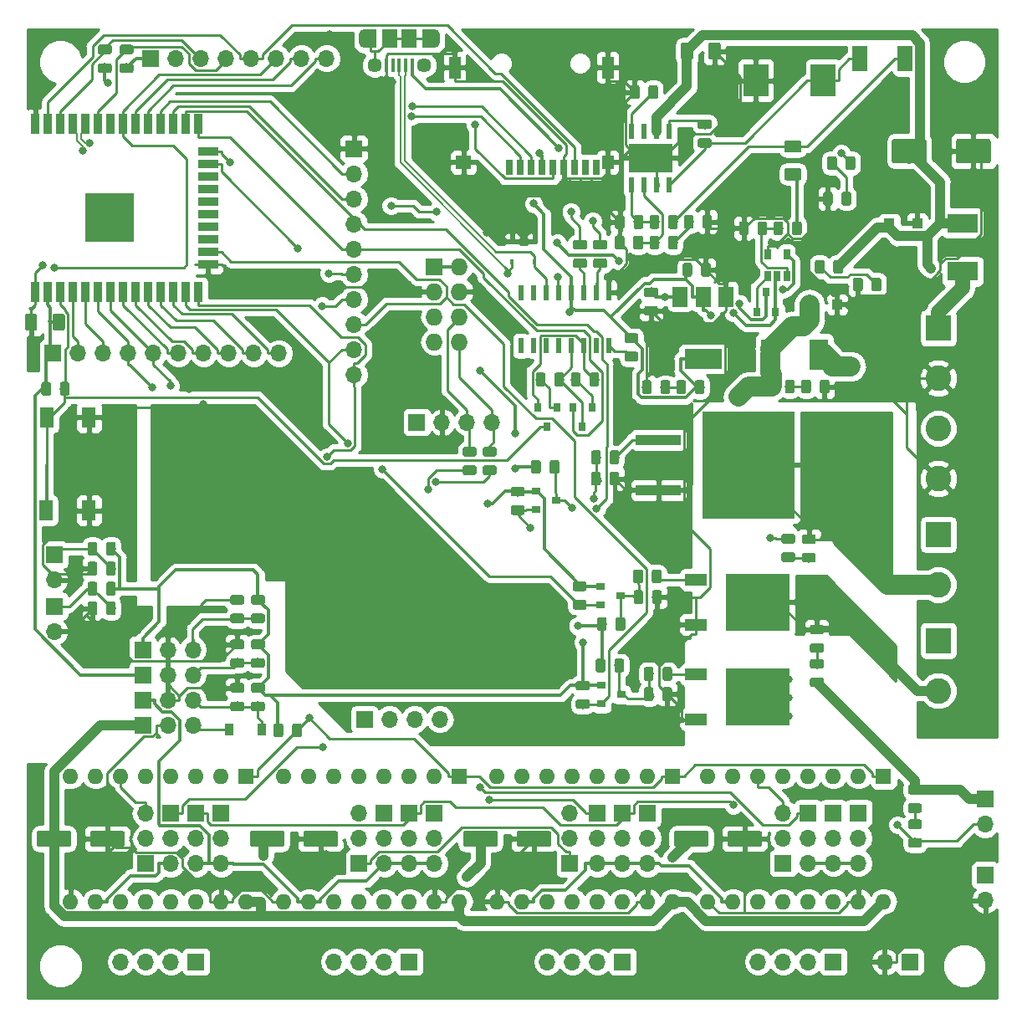
<source format=gtl>
G04 #@! TF.GenerationSoftware,KiCad,Pcbnew,5.0.2-bee76a0~70~ubuntu18.04.1*
G04 #@! TF.CreationDate,2019-01-25T21:39:14+09:00*
G04 #@! TF.ProjectId,MRR_ESP_3DP,4d52525f-4553-4505-9f33-44502e6b6963,rev?*
G04 #@! TF.SameCoordinates,Original*
G04 #@! TF.FileFunction,Copper,L1,Top*
G04 #@! TF.FilePolarity,Positive*
%FSLAX46Y46*%
G04 Gerber Fmt 4.6, Leading zero omitted, Abs format (unit mm)*
G04 Created by KiCad (PCBNEW 5.0.2-bee76a0~70~ubuntu18.04.1) date Fri 25 Jan 2019 09:39:14 PM JST*
%MOMM*%
%LPD*%
G01*
G04 APERTURE LIST*
G04 #@! TA.AperFunction,ComponentPad*
%ADD10O,1.727200X1.727200*%
G04 #@! TD*
G04 #@! TA.AperFunction,ComponentPad*
%ADD11R,1.727200X1.727200*%
G04 #@! TD*
G04 #@! TA.AperFunction,Conductor*
%ADD12C,0.100000*%
G04 #@! TD*
G04 #@! TA.AperFunction,SMDPad,CuDef*
%ADD13C,0.975000*%
G04 #@! TD*
G04 #@! TA.AperFunction,SMDPad,CuDef*
%ADD14C,2.500000*%
G04 #@! TD*
G04 #@! TA.AperFunction,SMDPad,CuDef*
%ADD15C,1.250000*%
G04 #@! TD*
G04 #@! TA.AperFunction,SMDPad,CuDef*
%ADD16C,1.600000*%
G04 #@! TD*
G04 #@! TA.AperFunction,ComponentPad*
%ADD17O,1.700000X1.700000*%
G04 #@! TD*
G04 #@! TA.AperFunction,ComponentPad*
%ADD18R,1.700000X1.700000*%
G04 #@! TD*
G04 #@! TA.AperFunction,ComponentPad*
%ADD19C,2.600000*%
G04 #@! TD*
G04 #@! TA.AperFunction,ComponentPad*
%ADD20R,2.600000X2.600000*%
G04 #@! TD*
G04 #@! TA.AperFunction,SMDPad,CuDef*
%ADD21R,1.200000X1.900000*%
G04 #@! TD*
G04 #@! TA.AperFunction,ComponentPad*
%ADD22O,1.200000X1.900000*%
G04 #@! TD*
G04 #@! TA.AperFunction,SMDPad,CuDef*
%ADD23R,1.500000X1.900000*%
G04 #@! TD*
G04 #@! TA.AperFunction,ComponentPad*
%ADD24C,1.450000*%
G04 #@! TD*
G04 #@! TA.AperFunction,SMDPad,CuDef*
%ADD25R,0.400000X1.350000*%
G04 #@! TD*
G04 #@! TA.AperFunction,SMDPad,CuDef*
%ADD26R,9.400000X10.800000*%
G04 #@! TD*
G04 #@! TA.AperFunction,SMDPad,CuDef*
%ADD27R,4.600000X1.100000*%
G04 #@! TD*
G04 #@! TA.AperFunction,SMDPad,CuDef*
%ADD28R,6.400000X5.800000*%
G04 #@! TD*
G04 #@! TA.AperFunction,SMDPad,CuDef*
%ADD29R,2.200000X1.200000*%
G04 #@! TD*
G04 #@! TA.AperFunction,SMDPad,CuDef*
%ADD30R,0.800000X0.900000*%
G04 #@! TD*
G04 #@! TA.AperFunction,SMDPad,CuDef*
%ADD31R,0.900000X2.000000*%
G04 #@! TD*
G04 #@! TA.AperFunction,SMDPad,CuDef*
%ADD32R,2.000000X0.900000*%
G04 #@! TD*
G04 #@! TA.AperFunction,SMDPad,CuDef*
%ADD33R,5.000000X5.000000*%
G04 #@! TD*
G04 #@! TA.AperFunction,ViaPad*
%ADD34C,0.600000*%
G04 #@! TD*
G04 #@! TA.AperFunction,SMDPad,CuDef*
%ADD35R,0.600000X1.550000*%
G04 #@! TD*
G04 #@! TA.AperFunction,Conductor*
%ADD36R,4.500000X2.950000*%
G04 #@! TD*
G04 #@! TA.AperFunction,SMDPad,CuDef*
%ADD37R,3.100000X2.600000*%
G04 #@! TD*
G04 #@! TA.AperFunction,SMDPad,CuDef*
%ADD38R,0.600000X1.500000*%
G04 #@! TD*
G04 #@! TA.AperFunction,SMDPad,CuDef*
%ADD39R,1.500000X2.000000*%
G04 #@! TD*
G04 #@! TA.AperFunction,SMDPad,CuDef*
%ADD40R,3.800000X2.000000*%
G04 #@! TD*
G04 #@! TA.AperFunction,ComponentPad*
%ADD41O,1.600000X1.600000*%
G04 #@! TD*
G04 #@! TA.AperFunction,ComponentPad*
%ADD42R,1.600000X1.600000*%
G04 #@! TD*
G04 #@! TA.AperFunction,SMDPad,CuDef*
%ADD43R,0.650000X1.060000*%
G04 #@! TD*
G04 #@! TA.AperFunction,SMDPad,CuDef*
%ADD44R,0.700000X1.600000*%
G04 #@! TD*
G04 #@! TA.AperFunction,SMDPad,CuDef*
%ADD45R,1.200000X1.400000*%
G04 #@! TD*
G04 #@! TA.AperFunction,SMDPad,CuDef*
%ADD46R,1.600000X1.400000*%
G04 #@! TD*
G04 #@! TA.AperFunction,SMDPad,CuDef*
%ADD47R,1.200000X2.200000*%
G04 #@! TD*
G04 #@! TA.AperFunction,SMDPad,CuDef*
%ADD48R,3.150000X1.960000*%
G04 #@! TD*
G04 #@! TA.AperFunction,SMDPad,CuDef*
%ADD49R,1.960000X3.150000*%
G04 #@! TD*
G04 #@! TA.AperFunction,SMDPad,CuDef*
%ADD50R,1.500000X2.500000*%
G04 #@! TD*
G04 #@! TA.AperFunction,SMDPad,CuDef*
%ADD51R,1.450000X2.100000*%
G04 #@! TD*
G04 #@! TA.AperFunction,SMDPad,CuDef*
%ADD52R,2.500000X3.300000*%
G04 #@! TD*
G04 #@! TA.AperFunction,SMDPad,CuDef*
%ADD53R,0.900000X1.200000*%
G04 #@! TD*
G04 #@! TA.AperFunction,SMDPad,CuDef*
%ADD54R,1.100000X1.100000*%
G04 #@! TD*
G04 #@! TA.AperFunction,SMDPad,CuDef*
%ADD55R,0.450000X0.600000*%
G04 #@! TD*
G04 #@! TA.AperFunction,SMDPad,CuDef*
%ADD56R,0.900000X0.800000*%
G04 #@! TD*
G04 #@! TA.AperFunction,ViaPad*
%ADD57C,0.800000*%
G04 #@! TD*
G04 #@! TA.AperFunction,Conductor*
%ADD58C,0.250000*%
G04 #@! TD*
G04 #@! TA.AperFunction,Conductor*
%ADD59C,1.000000*%
G04 #@! TD*
G04 #@! TA.AperFunction,Conductor*
%ADD60C,0.300000*%
G04 #@! TD*
G04 #@! TA.AperFunction,Conductor*
%ADD61C,2.000000*%
G04 #@! TD*
G04 #@! TA.AperFunction,Conductor*
%ADD62C,1.500000*%
G04 #@! TD*
G04 #@! TA.AperFunction,Conductor*
%ADD63C,0.200000*%
G04 #@! TD*
G04 #@! TA.AperFunction,Conductor*
%ADD64C,0.254000*%
G04 #@! TD*
G04 APERTURE END LIST*
D10*
G04 #@! TO.P,J15,8*
G04 #@! TO.N,UARTD-*
X89408000Y-69342000D03*
G04 #@! TO.P,J15,7*
G04 #@! TO.N,Net-(J15-Pad7)*
X86868000Y-69342000D03*
G04 #@! TO.P,J15,6*
G04 #@! TO.N,UARTD+*
X89408000Y-66802000D03*
G04 #@! TO.P,J15,5*
G04 #@! TO.N,Net-(J15-Pad5)*
X86868000Y-66802000D03*
G04 #@! TO.P,J15,4*
G04 #@! TO.N,GND*
X89408000Y-64262000D03*
G04 #@! TO.P,J15,3*
X86868000Y-64262000D03*
G04 #@! TO.P,J15,2*
G04 #@! TO.N,+5V*
X89408000Y-61722000D03*
D11*
G04 #@! TO.P,J15,1*
X86868000Y-61722000D03*
G04 #@! TD*
D12*
G04 #@! TO.N,X_MIN*
G04 #@! TO.C,C1*
G36*
X67380142Y-96851174D02*
X67403803Y-96854684D01*
X67427007Y-96860496D01*
X67449529Y-96868554D01*
X67471153Y-96878782D01*
X67491670Y-96891079D01*
X67510883Y-96905329D01*
X67528607Y-96921393D01*
X67544671Y-96939117D01*
X67558921Y-96958330D01*
X67571218Y-96978847D01*
X67581446Y-97000471D01*
X67589504Y-97022993D01*
X67595316Y-97046197D01*
X67598826Y-97069858D01*
X67600000Y-97093750D01*
X67600000Y-97581250D01*
X67598826Y-97605142D01*
X67595316Y-97628803D01*
X67589504Y-97652007D01*
X67581446Y-97674529D01*
X67571218Y-97696153D01*
X67558921Y-97716670D01*
X67544671Y-97735883D01*
X67528607Y-97753607D01*
X67510883Y-97769671D01*
X67491670Y-97783921D01*
X67471153Y-97796218D01*
X67449529Y-97806446D01*
X67427007Y-97814504D01*
X67403803Y-97820316D01*
X67380142Y-97823826D01*
X67356250Y-97825000D01*
X66443750Y-97825000D01*
X66419858Y-97823826D01*
X66396197Y-97820316D01*
X66372993Y-97814504D01*
X66350471Y-97806446D01*
X66328847Y-97796218D01*
X66308330Y-97783921D01*
X66289117Y-97769671D01*
X66271393Y-97753607D01*
X66255329Y-97735883D01*
X66241079Y-97716670D01*
X66228782Y-97696153D01*
X66218554Y-97674529D01*
X66210496Y-97652007D01*
X66204684Y-97628803D01*
X66201174Y-97605142D01*
X66200000Y-97581250D01*
X66200000Y-97093750D01*
X66201174Y-97069858D01*
X66204684Y-97046197D01*
X66210496Y-97022993D01*
X66218554Y-97000471D01*
X66228782Y-96978847D01*
X66241079Y-96958330D01*
X66255329Y-96939117D01*
X66271393Y-96921393D01*
X66289117Y-96905329D01*
X66308330Y-96891079D01*
X66328847Y-96878782D01*
X66350471Y-96868554D01*
X66372993Y-96860496D01*
X66396197Y-96854684D01*
X66419858Y-96851174D01*
X66443750Y-96850000D01*
X67356250Y-96850000D01*
X67380142Y-96851174D01*
X67380142Y-96851174D01*
G37*
D13*
G04 #@! TD*
G04 #@! TO.P,C1,2*
G04 #@! TO.N,X_MIN*
X66900000Y-97337500D03*
D12*
G04 #@! TO.N,GND*
G04 #@! TO.C,C1*
G36*
X67380142Y-94976174D02*
X67403803Y-94979684D01*
X67427007Y-94985496D01*
X67449529Y-94993554D01*
X67471153Y-95003782D01*
X67491670Y-95016079D01*
X67510883Y-95030329D01*
X67528607Y-95046393D01*
X67544671Y-95064117D01*
X67558921Y-95083330D01*
X67571218Y-95103847D01*
X67581446Y-95125471D01*
X67589504Y-95147993D01*
X67595316Y-95171197D01*
X67598826Y-95194858D01*
X67600000Y-95218750D01*
X67600000Y-95706250D01*
X67598826Y-95730142D01*
X67595316Y-95753803D01*
X67589504Y-95777007D01*
X67581446Y-95799529D01*
X67571218Y-95821153D01*
X67558921Y-95841670D01*
X67544671Y-95860883D01*
X67528607Y-95878607D01*
X67510883Y-95894671D01*
X67491670Y-95908921D01*
X67471153Y-95921218D01*
X67449529Y-95931446D01*
X67427007Y-95939504D01*
X67403803Y-95945316D01*
X67380142Y-95948826D01*
X67356250Y-95950000D01*
X66443750Y-95950000D01*
X66419858Y-95948826D01*
X66396197Y-95945316D01*
X66372993Y-95939504D01*
X66350471Y-95931446D01*
X66328847Y-95921218D01*
X66308330Y-95908921D01*
X66289117Y-95894671D01*
X66271393Y-95878607D01*
X66255329Y-95860883D01*
X66241079Y-95841670D01*
X66228782Y-95821153D01*
X66218554Y-95799529D01*
X66210496Y-95777007D01*
X66204684Y-95753803D01*
X66201174Y-95730142D01*
X66200000Y-95706250D01*
X66200000Y-95218750D01*
X66201174Y-95194858D01*
X66204684Y-95171197D01*
X66210496Y-95147993D01*
X66218554Y-95125471D01*
X66228782Y-95103847D01*
X66241079Y-95083330D01*
X66255329Y-95064117D01*
X66271393Y-95046393D01*
X66289117Y-95030329D01*
X66308330Y-95016079D01*
X66328847Y-95003782D01*
X66350471Y-94993554D01*
X66372993Y-94985496D01*
X66396197Y-94979684D01*
X66419858Y-94976174D01*
X66443750Y-94975000D01*
X67356250Y-94975000D01*
X67380142Y-94976174D01*
X67380142Y-94976174D01*
G37*
D13*
G04 #@! TD*
G04 #@! TO.P,C1,1*
G04 #@! TO.N,GND*
X66900000Y-95462500D03*
D12*
G04 #@! TO.N,Z_MIN*
G04 #@! TO.C,C2*
G36*
X67380142Y-105751174D02*
X67403803Y-105754684D01*
X67427007Y-105760496D01*
X67449529Y-105768554D01*
X67471153Y-105778782D01*
X67491670Y-105791079D01*
X67510883Y-105805329D01*
X67528607Y-105821393D01*
X67544671Y-105839117D01*
X67558921Y-105858330D01*
X67571218Y-105878847D01*
X67581446Y-105900471D01*
X67589504Y-105922993D01*
X67595316Y-105946197D01*
X67598826Y-105969858D01*
X67600000Y-105993750D01*
X67600000Y-106481250D01*
X67598826Y-106505142D01*
X67595316Y-106528803D01*
X67589504Y-106552007D01*
X67581446Y-106574529D01*
X67571218Y-106596153D01*
X67558921Y-106616670D01*
X67544671Y-106635883D01*
X67528607Y-106653607D01*
X67510883Y-106669671D01*
X67491670Y-106683921D01*
X67471153Y-106696218D01*
X67449529Y-106706446D01*
X67427007Y-106714504D01*
X67403803Y-106720316D01*
X67380142Y-106723826D01*
X67356250Y-106725000D01*
X66443750Y-106725000D01*
X66419858Y-106723826D01*
X66396197Y-106720316D01*
X66372993Y-106714504D01*
X66350471Y-106706446D01*
X66328847Y-106696218D01*
X66308330Y-106683921D01*
X66289117Y-106669671D01*
X66271393Y-106653607D01*
X66255329Y-106635883D01*
X66241079Y-106616670D01*
X66228782Y-106596153D01*
X66218554Y-106574529D01*
X66210496Y-106552007D01*
X66204684Y-106528803D01*
X66201174Y-106505142D01*
X66200000Y-106481250D01*
X66200000Y-105993750D01*
X66201174Y-105969858D01*
X66204684Y-105946197D01*
X66210496Y-105922993D01*
X66218554Y-105900471D01*
X66228782Y-105878847D01*
X66241079Y-105858330D01*
X66255329Y-105839117D01*
X66271393Y-105821393D01*
X66289117Y-105805329D01*
X66308330Y-105791079D01*
X66328847Y-105778782D01*
X66350471Y-105768554D01*
X66372993Y-105760496D01*
X66396197Y-105754684D01*
X66419858Y-105751174D01*
X66443750Y-105750000D01*
X67356250Y-105750000D01*
X67380142Y-105751174D01*
X67380142Y-105751174D01*
G37*
D13*
G04 #@! TD*
G04 #@! TO.P,C2,2*
G04 #@! TO.N,Z_MIN*
X66900000Y-106237500D03*
D12*
G04 #@! TO.N,GND*
G04 #@! TO.C,C2*
G36*
X67380142Y-103876174D02*
X67403803Y-103879684D01*
X67427007Y-103885496D01*
X67449529Y-103893554D01*
X67471153Y-103903782D01*
X67491670Y-103916079D01*
X67510883Y-103930329D01*
X67528607Y-103946393D01*
X67544671Y-103964117D01*
X67558921Y-103983330D01*
X67571218Y-104003847D01*
X67581446Y-104025471D01*
X67589504Y-104047993D01*
X67595316Y-104071197D01*
X67598826Y-104094858D01*
X67600000Y-104118750D01*
X67600000Y-104606250D01*
X67598826Y-104630142D01*
X67595316Y-104653803D01*
X67589504Y-104677007D01*
X67581446Y-104699529D01*
X67571218Y-104721153D01*
X67558921Y-104741670D01*
X67544671Y-104760883D01*
X67528607Y-104778607D01*
X67510883Y-104794671D01*
X67491670Y-104808921D01*
X67471153Y-104821218D01*
X67449529Y-104831446D01*
X67427007Y-104839504D01*
X67403803Y-104845316D01*
X67380142Y-104848826D01*
X67356250Y-104850000D01*
X66443750Y-104850000D01*
X66419858Y-104848826D01*
X66396197Y-104845316D01*
X66372993Y-104839504D01*
X66350471Y-104831446D01*
X66328847Y-104821218D01*
X66308330Y-104808921D01*
X66289117Y-104794671D01*
X66271393Y-104778607D01*
X66255329Y-104760883D01*
X66241079Y-104741670D01*
X66228782Y-104721153D01*
X66218554Y-104699529D01*
X66210496Y-104677007D01*
X66204684Y-104653803D01*
X66201174Y-104630142D01*
X66200000Y-104606250D01*
X66200000Y-104118750D01*
X66201174Y-104094858D01*
X66204684Y-104071197D01*
X66210496Y-104047993D01*
X66218554Y-104025471D01*
X66228782Y-104003847D01*
X66241079Y-103983330D01*
X66255329Y-103964117D01*
X66271393Y-103946393D01*
X66289117Y-103930329D01*
X66308330Y-103916079D01*
X66328847Y-103903782D01*
X66350471Y-103893554D01*
X66372993Y-103885496D01*
X66396197Y-103879684D01*
X66419858Y-103876174D01*
X66443750Y-103875000D01*
X67356250Y-103875000D01*
X67380142Y-103876174D01*
X67380142Y-103876174D01*
G37*
D13*
G04 #@! TD*
G04 #@! TO.P,C2,1*
G04 #@! TO.N,GND*
X66900000Y-104362500D03*
D12*
G04 #@! TO.N,Y_MIN*
G04 #@! TO.C,C3*
G36*
X67380142Y-101351174D02*
X67403803Y-101354684D01*
X67427007Y-101360496D01*
X67449529Y-101368554D01*
X67471153Y-101378782D01*
X67491670Y-101391079D01*
X67510883Y-101405329D01*
X67528607Y-101421393D01*
X67544671Y-101439117D01*
X67558921Y-101458330D01*
X67571218Y-101478847D01*
X67581446Y-101500471D01*
X67589504Y-101522993D01*
X67595316Y-101546197D01*
X67598826Y-101569858D01*
X67600000Y-101593750D01*
X67600000Y-102081250D01*
X67598826Y-102105142D01*
X67595316Y-102128803D01*
X67589504Y-102152007D01*
X67581446Y-102174529D01*
X67571218Y-102196153D01*
X67558921Y-102216670D01*
X67544671Y-102235883D01*
X67528607Y-102253607D01*
X67510883Y-102269671D01*
X67491670Y-102283921D01*
X67471153Y-102296218D01*
X67449529Y-102306446D01*
X67427007Y-102314504D01*
X67403803Y-102320316D01*
X67380142Y-102323826D01*
X67356250Y-102325000D01*
X66443750Y-102325000D01*
X66419858Y-102323826D01*
X66396197Y-102320316D01*
X66372993Y-102314504D01*
X66350471Y-102306446D01*
X66328847Y-102296218D01*
X66308330Y-102283921D01*
X66289117Y-102269671D01*
X66271393Y-102253607D01*
X66255329Y-102235883D01*
X66241079Y-102216670D01*
X66228782Y-102196153D01*
X66218554Y-102174529D01*
X66210496Y-102152007D01*
X66204684Y-102128803D01*
X66201174Y-102105142D01*
X66200000Y-102081250D01*
X66200000Y-101593750D01*
X66201174Y-101569858D01*
X66204684Y-101546197D01*
X66210496Y-101522993D01*
X66218554Y-101500471D01*
X66228782Y-101478847D01*
X66241079Y-101458330D01*
X66255329Y-101439117D01*
X66271393Y-101421393D01*
X66289117Y-101405329D01*
X66308330Y-101391079D01*
X66328847Y-101378782D01*
X66350471Y-101368554D01*
X66372993Y-101360496D01*
X66396197Y-101354684D01*
X66419858Y-101351174D01*
X66443750Y-101350000D01*
X67356250Y-101350000D01*
X67380142Y-101351174D01*
X67380142Y-101351174D01*
G37*
D13*
G04 #@! TD*
G04 #@! TO.P,C3,2*
G04 #@! TO.N,Y_MIN*
X66900000Y-101837500D03*
D12*
G04 #@! TO.N,GND*
G04 #@! TO.C,C3*
G36*
X67380142Y-99476174D02*
X67403803Y-99479684D01*
X67427007Y-99485496D01*
X67449529Y-99493554D01*
X67471153Y-99503782D01*
X67491670Y-99516079D01*
X67510883Y-99530329D01*
X67528607Y-99546393D01*
X67544671Y-99564117D01*
X67558921Y-99583330D01*
X67571218Y-99603847D01*
X67581446Y-99625471D01*
X67589504Y-99647993D01*
X67595316Y-99671197D01*
X67598826Y-99694858D01*
X67600000Y-99718750D01*
X67600000Y-100206250D01*
X67598826Y-100230142D01*
X67595316Y-100253803D01*
X67589504Y-100277007D01*
X67581446Y-100299529D01*
X67571218Y-100321153D01*
X67558921Y-100341670D01*
X67544671Y-100360883D01*
X67528607Y-100378607D01*
X67510883Y-100394671D01*
X67491670Y-100408921D01*
X67471153Y-100421218D01*
X67449529Y-100431446D01*
X67427007Y-100439504D01*
X67403803Y-100445316D01*
X67380142Y-100448826D01*
X67356250Y-100450000D01*
X66443750Y-100450000D01*
X66419858Y-100448826D01*
X66396197Y-100445316D01*
X66372993Y-100439504D01*
X66350471Y-100431446D01*
X66328847Y-100421218D01*
X66308330Y-100408921D01*
X66289117Y-100394671D01*
X66271393Y-100378607D01*
X66255329Y-100360883D01*
X66241079Y-100341670D01*
X66228782Y-100321153D01*
X66218554Y-100299529D01*
X66210496Y-100277007D01*
X66204684Y-100253803D01*
X66201174Y-100230142D01*
X66200000Y-100206250D01*
X66200000Y-99718750D01*
X66201174Y-99694858D01*
X66204684Y-99671197D01*
X66210496Y-99647993D01*
X66218554Y-99625471D01*
X66228782Y-99603847D01*
X66241079Y-99583330D01*
X66255329Y-99564117D01*
X66271393Y-99546393D01*
X66289117Y-99530329D01*
X66308330Y-99516079D01*
X66328847Y-99503782D01*
X66350471Y-99493554D01*
X66372993Y-99485496D01*
X66396197Y-99479684D01*
X66419858Y-99476174D01*
X66443750Y-99475000D01*
X67356250Y-99475000D01*
X67380142Y-99476174D01*
X67380142Y-99476174D01*
G37*
D13*
G04 #@! TD*
G04 #@! TO.P,C3,1*
G04 #@! TO.N,GND*
X66900000Y-99962500D03*
D12*
G04 #@! TO.N,GND*
G04 #@! TO.C,C4*
G36*
X142949504Y-48801204D02*
X142973773Y-48804804D01*
X142997571Y-48810765D01*
X143020671Y-48819030D01*
X143042849Y-48829520D01*
X143063893Y-48842133D01*
X143083598Y-48856747D01*
X143101777Y-48873223D01*
X143118253Y-48891402D01*
X143132867Y-48911107D01*
X143145480Y-48932151D01*
X143155970Y-48954329D01*
X143164235Y-48977429D01*
X143170196Y-49001227D01*
X143173796Y-49025496D01*
X143175000Y-49050000D01*
X143175000Y-51050000D01*
X143173796Y-51074504D01*
X143170196Y-51098773D01*
X143164235Y-51122571D01*
X143155970Y-51145671D01*
X143145480Y-51167849D01*
X143132867Y-51188893D01*
X143118253Y-51208598D01*
X143101777Y-51226777D01*
X143083598Y-51243253D01*
X143063893Y-51257867D01*
X143042849Y-51270480D01*
X143020671Y-51280970D01*
X142997571Y-51289235D01*
X142973773Y-51295196D01*
X142949504Y-51298796D01*
X142925000Y-51300000D01*
X139925000Y-51300000D01*
X139900496Y-51298796D01*
X139876227Y-51295196D01*
X139852429Y-51289235D01*
X139829329Y-51280970D01*
X139807151Y-51270480D01*
X139786107Y-51257867D01*
X139766402Y-51243253D01*
X139748223Y-51226777D01*
X139731747Y-51208598D01*
X139717133Y-51188893D01*
X139704520Y-51167849D01*
X139694030Y-51145671D01*
X139685765Y-51122571D01*
X139679804Y-51098773D01*
X139676204Y-51074504D01*
X139675000Y-51050000D01*
X139675000Y-49050000D01*
X139676204Y-49025496D01*
X139679804Y-49001227D01*
X139685765Y-48977429D01*
X139694030Y-48954329D01*
X139704520Y-48932151D01*
X139717133Y-48911107D01*
X139731747Y-48891402D01*
X139748223Y-48873223D01*
X139766402Y-48856747D01*
X139786107Y-48842133D01*
X139807151Y-48829520D01*
X139829329Y-48819030D01*
X139852429Y-48810765D01*
X139876227Y-48804804D01*
X139900496Y-48801204D01*
X139925000Y-48800000D01*
X142925000Y-48800000D01*
X142949504Y-48801204D01*
X142949504Y-48801204D01*
G37*
D14*
G04 #@! TD*
G04 #@! TO.P,C4,2*
G04 #@! TO.N,GND*
X141425000Y-50050000D03*
D12*
G04 #@! TO.N,VIN*
G04 #@! TO.C,C4*
G36*
X136449504Y-48801204D02*
X136473773Y-48804804D01*
X136497571Y-48810765D01*
X136520671Y-48819030D01*
X136542849Y-48829520D01*
X136563893Y-48842133D01*
X136583598Y-48856747D01*
X136601777Y-48873223D01*
X136618253Y-48891402D01*
X136632867Y-48911107D01*
X136645480Y-48932151D01*
X136655970Y-48954329D01*
X136664235Y-48977429D01*
X136670196Y-49001227D01*
X136673796Y-49025496D01*
X136675000Y-49050000D01*
X136675000Y-51050000D01*
X136673796Y-51074504D01*
X136670196Y-51098773D01*
X136664235Y-51122571D01*
X136655970Y-51145671D01*
X136645480Y-51167849D01*
X136632867Y-51188893D01*
X136618253Y-51208598D01*
X136601777Y-51226777D01*
X136583598Y-51243253D01*
X136563893Y-51257867D01*
X136542849Y-51270480D01*
X136520671Y-51280970D01*
X136497571Y-51289235D01*
X136473773Y-51295196D01*
X136449504Y-51298796D01*
X136425000Y-51300000D01*
X133425000Y-51300000D01*
X133400496Y-51298796D01*
X133376227Y-51295196D01*
X133352429Y-51289235D01*
X133329329Y-51280970D01*
X133307151Y-51270480D01*
X133286107Y-51257867D01*
X133266402Y-51243253D01*
X133248223Y-51226777D01*
X133231747Y-51208598D01*
X133217133Y-51188893D01*
X133204520Y-51167849D01*
X133194030Y-51145671D01*
X133185765Y-51122571D01*
X133179804Y-51098773D01*
X133176204Y-51074504D01*
X133175000Y-51050000D01*
X133175000Y-49050000D01*
X133176204Y-49025496D01*
X133179804Y-49001227D01*
X133185765Y-48977429D01*
X133194030Y-48954329D01*
X133204520Y-48932151D01*
X133217133Y-48911107D01*
X133231747Y-48891402D01*
X133248223Y-48873223D01*
X133266402Y-48856747D01*
X133286107Y-48842133D01*
X133307151Y-48829520D01*
X133329329Y-48819030D01*
X133352429Y-48810765D01*
X133376227Y-48804804D01*
X133400496Y-48801204D01*
X133425000Y-48800000D01*
X136425000Y-48800000D01*
X136449504Y-48801204D01*
X136449504Y-48801204D01*
G37*
D14*
G04 #@! TD*
G04 #@! TO.P,C4,1*
G04 #@! TO.N,VIN*
X134925000Y-50050000D03*
D12*
G04 #@! TO.N,TEMP_BED_PIN*
G04 #@! TO.C,C5*
G36*
X54380142Y-95626174D02*
X54403803Y-95629684D01*
X54427007Y-95635496D01*
X54449529Y-95643554D01*
X54471153Y-95653782D01*
X54491670Y-95666079D01*
X54510883Y-95680329D01*
X54528607Y-95696393D01*
X54544671Y-95714117D01*
X54558921Y-95733330D01*
X54571218Y-95753847D01*
X54581446Y-95775471D01*
X54589504Y-95797993D01*
X54595316Y-95821197D01*
X54598826Y-95844858D01*
X54600000Y-95868750D01*
X54600000Y-96781250D01*
X54598826Y-96805142D01*
X54595316Y-96828803D01*
X54589504Y-96852007D01*
X54581446Y-96874529D01*
X54571218Y-96896153D01*
X54558921Y-96916670D01*
X54544671Y-96935883D01*
X54528607Y-96953607D01*
X54510883Y-96969671D01*
X54491670Y-96983921D01*
X54471153Y-96996218D01*
X54449529Y-97006446D01*
X54427007Y-97014504D01*
X54403803Y-97020316D01*
X54380142Y-97023826D01*
X54356250Y-97025000D01*
X53868750Y-97025000D01*
X53844858Y-97023826D01*
X53821197Y-97020316D01*
X53797993Y-97014504D01*
X53775471Y-97006446D01*
X53753847Y-96996218D01*
X53733330Y-96983921D01*
X53714117Y-96969671D01*
X53696393Y-96953607D01*
X53680329Y-96935883D01*
X53666079Y-96916670D01*
X53653782Y-96896153D01*
X53643554Y-96874529D01*
X53635496Y-96852007D01*
X53629684Y-96828803D01*
X53626174Y-96805142D01*
X53625000Y-96781250D01*
X53625000Y-95868750D01*
X53626174Y-95844858D01*
X53629684Y-95821197D01*
X53635496Y-95797993D01*
X53643554Y-95775471D01*
X53653782Y-95753847D01*
X53666079Y-95733330D01*
X53680329Y-95714117D01*
X53696393Y-95696393D01*
X53714117Y-95680329D01*
X53733330Y-95666079D01*
X53753847Y-95653782D01*
X53775471Y-95643554D01*
X53797993Y-95635496D01*
X53821197Y-95629684D01*
X53844858Y-95626174D01*
X53868750Y-95625000D01*
X54356250Y-95625000D01*
X54380142Y-95626174D01*
X54380142Y-95626174D01*
G37*
D13*
G04 #@! TD*
G04 #@! TO.P,C5,2*
G04 #@! TO.N,TEMP_BED_PIN*
X54112500Y-96325000D03*
D12*
G04 #@! TO.N,GND*
G04 #@! TO.C,C5*
G36*
X52505142Y-95626174D02*
X52528803Y-95629684D01*
X52552007Y-95635496D01*
X52574529Y-95643554D01*
X52596153Y-95653782D01*
X52616670Y-95666079D01*
X52635883Y-95680329D01*
X52653607Y-95696393D01*
X52669671Y-95714117D01*
X52683921Y-95733330D01*
X52696218Y-95753847D01*
X52706446Y-95775471D01*
X52714504Y-95797993D01*
X52720316Y-95821197D01*
X52723826Y-95844858D01*
X52725000Y-95868750D01*
X52725000Y-96781250D01*
X52723826Y-96805142D01*
X52720316Y-96828803D01*
X52714504Y-96852007D01*
X52706446Y-96874529D01*
X52696218Y-96896153D01*
X52683921Y-96916670D01*
X52669671Y-96935883D01*
X52653607Y-96953607D01*
X52635883Y-96969671D01*
X52616670Y-96983921D01*
X52596153Y-96996218D01*
X52574529Y-97006446D01*
X52552007Y-97014504D01*
X52528803Y-97020316D01*
X52505142Y-97023826D01*
X52481250Y-97025000D01*
X51993750Y-97025000D01*
X51969858Y-97023826D01*
X51946197Y-97020316D01*
X51922993Y-97014504D01*
X51900471Y-97006446D01*
X51878847Y-96996218D01*
X51858330Y-96983921D01*
X51839117Y-96969671D01*
X51821393Y-96953607D01*
X51805329Y-96935883D01*
X51791079Y-96916670D01*
X51778782Y-96896153D01*
X51768554Y-96874529D01*
X51760496Y-96852007D01*
X51754684Y-96828803D01*
X51751174Y-96805142D01*
X51750000Y-96781250D01*
X51750000Y-95868750D01*
X51751174Y-95844858D01*
X51754684Y-95821197D01*
X51760496Y-95797993D01*
X51768554Y-95775471D01*
X51778782Y-95753847D01*
X51791079Y-95733330D01*
X51805329Y-95714117D01*
X51821393Y-95696393D01*
X51839117Y-95680329D01*
X51858330Y-95666079D01*
X51878847Y-95653782D01*
X51900471Y-95643554D01*
X51922993Y-95635496D01*
X51946197Y-95629684D01*
X51969858Y-95626174D01*
X51993750Y-95625000D01*
X52481250Y-95625000D01*
X52505142Y-95626174D01*
X52505142Y-95626174D01*
G37*
D13*
G04 #@! TD*
G04 #@! TO.P,C5,1*
G04 #@! TO.N,GND*
X52237500Y-96325000D03*
D12*
G04 #@! TO.N,TEMP_E0_PIN*
G04 #@! TO.C,C6*
G36*
X54380142Y-91601174D02*
X54403803Y-91604684D01*
X54427007Y-91610496D01*
X54449529Y-91618554D01*
X54471153Y-91628782D01*
X54491670Y-91641079D01*
X54510883Y-91655329D01*
X54528607Y-91671393D01*
X54544671Y-91689117D01*
X54558921Y-91708330D01*
X54571218Y-91728847D01*
X54581446Y-91750471D01*
X54589504Y-91772993D01*
X54595316Y-91796197D01*
X54598826Y-91819858D01*
X54600000Y-91843750D01*
X54600000Y-92756250D01*
X54598826Y-92780142D01*
X54595316Y-92803803D01*
X54589504Y-92827007D01*
X54581446Y-92849529D01*
X54571218Y-92871153D01*
X54558921Y-92891670D01*
X54544671Y-92910883D01*
X54528607Y-92928607D01*
X54510883Y-92944671D01*
X54491670Y-92958921D01*
X54471153Y-92971218D01*
X54449529Y-92981446D01*
X54427007Y-92989504D01*
X54403803Y-92995316D01*
X54380142Y-92998826D01*
X54356250Y-93000000D01*
X53868750Y-93000000D01*
X53844858Y-92998826D01*
X53821197Y-92995316D01*
X53797993Y-92989504D01*
X53775471Y-92981446D01*
X53753847Y-92971218D01*
X53733330Y-92958921D01*
X53714117Y-92944671D01*
X53696393Y-92928607D01*
X53680329Y-92910883D01*
X53666079Y-92891670D01*
X53653782Y-92871153D01*
X53643554Y-92849529D01*
X53635496Y-92827007D01*
X53629684Y-92803803D01*
X53626174Y-92780142D01*
X53625000Y-92756250D01*
X53625000Y-91843750D01*
X53626174Y-91819858D01*
X53629684Y-91796197D01*
X53635496Y-91772993D01*
X53643554Y-91750471D01*
X53653782Y-91728847D01*
X53666079Y-91708330D01*
X53680329Y-91689117D01*
X53696393Y-91671393D01*
X53714117Y-91655329D01*
X53733330Y-91641079D01*
X53753847Y-91628782D01*
X53775471Y-91618554D01*
X53797993Y-91610496D01*
X53821197Y-91604684D01*
X53844858Y-91601174D01*
X53868750Y-91600000D01*
X54356250Y-91600000D01*
X54380142Y-91601174D01*
X54380142Y-91601174D01*
G37*
D13*
G04 #@! TD*
G04 #@! TO.P,C6,2*
G04 #@! TO.N,TEMP_E0_PIN*
X54112500Y-92300000D03*
D12*
G04 #@! TO.N,GND*
G04 #@! TO.C,C6*
G36*
X52505142Y-91601174D02*
X52528803Y-91604684D01*
X52552007Y-91610496D01*
X52574529Y-91618554D01*
X52596153Y-91628782D01*
X52616670Y-91641079D01*
X52635883Y-91655329D01*
X52653607Y-91671393D01*
X52669671Y-91689117D01*
X52683921Y-91708330D01*
X52696218Y-91728847D01*
X52706446Y-91750471D01*
X52714504Y-91772993D01*
X52720316Y-91796197D01*
X52723826Y-91819858D01*
X52725000Y-91843750D01*
X52725000Y-92756250D01*
X52723826Y-92780142D01*
X52720316Y-92803803D01*
X52714504Y-92827007D01*
X52706446Y-92849529D01*
X52696218Y-92871153D01*
X52683921Y-92891670D01*
X52669671Y-92910883D01*
X52653607Y-92928607D01*
X52635883Y-92944671D01*
X52616670Y-92958921D01*
X52596153Y-92971218D01*
X52574529Y-92981446D01*
X52552007Y-92989504D01*
X52528803Y-92995316D01*
X52505142Y-92998826D01*
X52481250Y-93000000D01*
X51993750Y-93000000D01*
X51969858Y-92998826D01*
X51946197Y-92995316D01*
X51922993Y-92989504D01*
X51900471Y-92981446D01*
X51878847Y-92971218D01*
X51858330Y-92958921D01*
X51839117Y-92944671D01*
X51821393Y-92928607D01*
X51805329Y-92910883D01*
X51791079Y-92891670D01*
X51778782Y-92871153D01*
X51768554Y-92849529D01*
X51760496Y-92827007D01*
X51754684Y-92803803D01*
X51751174Y-92780142D01*
X51750000Y-92756250D01*
X51750000Y-91843750D01*
X51751174Y-91819858D01*
X51754684Y-91796197D01*
X51760496Y-91772993D01*
X51768554Y-91750471D01*
X51778782Y-91728847D01*
X51791079Y-91708330D01*
X51805329Y-91689117D01*
X51821393Y-91671393D01*
X51839117Y-91655329D01*
X51858330Y-91641079D01*
X51878847Y-91628782D01*
X51900471Y-91618554D01*
X51922993Y-91610496D01*
X51946197Y-91604684D01*
X51969858Y-91601174D01*
X51993750Y-91600000D01*
X52481250Y-91600000D01*
X52505142Y-91601174D01*
X52505142Y-91601174D01*
G37*
D13*
G04 #@! TD*
G04 #@! TO.P,C6,1*
G04 #@! TO.N,GND*
X52237500Y-92300000D03*
D12*
G04 #@! TO.N,VIN*
G04 #@! TO.C,C7*
G36*
X112824504Y-39051204D02*
X112848773Y-39054804D01*
X112872571Y-39060765D01*
X112895671Y-39069030D01*
X112917849Y-39079520D01*
X112938893Y-39092133D01*
X112958598Y-39106747D01*
X112976777Y-39123223D01*
X112993253Y-39141402D01*
X113007867Y-39161107D01*
X113020480Y-39182151D01*
X113030970Y-39204329D01*
X113039235Y-39227429D01*
X113045196Y-39251227D01*
X113048796Y-39275496D01*
X113050000Y-39300000D01*
X113050000Y-40550000D01*
X113048796Y-40574504D01*
X113045196Y-40598773D01*
X113039235Y-40622571D01*
X113030970Y-40645671D01*
X113020480Y-40667849D01*
X113007867Y-40688893D01*
X112993253Y-40708598D01*
X112976777Y-40726777D01*
X112958598Y-40743253D01*
X112938893Y-40757867D01*
X112917849Y-40770480D01*
X112895671Y-40780970D01*
X112872571Y-40789235D01*
X112848773Y-40795196D01*
X112824504Y-40798796D01*
X112800000Y-40800000D01*
X112050000Y-40800000D01*
X112025496Y-40798796D01*
X112001227Y-40795196D01*
X111977429Y-40789235D01*
X111954329Y-40780970D01*
X111932151Y-40770480D01*
X111911107Y-40757867D01*
X111891402Y-40743253D01*
X111873223Y-40726777D01*
X111856747Y-40708598D01*
X111842133Y-40688893D01*
X111829520Y-40667849D01*
X111819030Y-40645671D01*
X111810765Y-40622571D01*
X111804804Y-40598773D01*
X111801204Y-40574504D01*
X111800000Y-40550000D01*
X111800000Y-39300000D01*
X111801204Y-39275496D01*
X111804804Y-39251227D01*
X111810765Y-39227429D01*
X111819030Y-39204329D01*
X111829520Y-39182151D01*
X111842133Y-39161107D01*
X111856747Y-39141402D01*
X111873223Y-39123223D01*
X111891402Y-39106747D01*
X111911107Y-39092133D01*
X111932151Y-39079520D01*
X111954329Y-39069030D01*
X111977429Y-39060765D01*
X112001227Y-39054804D01*
X112025496Y-39051204D01*
X112050000Y-39050000D01*
X112800000Y-39050000D01*
X112824504Y-39051204D01*
X112824504Y-39051204D01*
G37*
D15*
G04 #@! TD*
G04 #@! TO.P,C7,2*
G04 #@! TO.N,VIN*
X112425000Y-39925000D03*
D12*
G04 #@! TO.N,GND*
G04 #@! TO.C,C7*
G36*
X115624504Y-39051204D02*
X115648773Y-39054804D01*
X115672571Y-39060765D01*
X115695671Y-39069030D01*
X115717849Y-39079520D01*
X115738893Y-39092133D01*
X115758598Y-39106747D01*
X115776777Y-39123223D01*
X115793253Y-39141402D01*
X115807867Y-39161107D01*
X115820480Y-39182151D01*
X115830970Y-39204329D01*
X115839235Y-39227429D01*
X115845196Y-39251227D01*
X115848796Y-39275496D01*
X115850000Y-39300000D01*
X115850000Y-40550000D01*
X115848796Y-40574504D01*
X115845196Y-40598773D01*
X115839235Y-40622571D01*
X115830970Y-40645671D01*
X115820480Y-40667849D01*
X115807867Y-40688893D01*
X115793253Y-40708598D01*
X115776777Y-40726777D01*
X115758598Y-40743253D01*
X115738893Y-40757867D01*
X115717849Y-40770480D01*
X115695671Y-40780970D01*
X115672571Y-40789235D01*
X115648773Y-40795196D01*
X115624504Y-40798796D01*
X115600000Y-40800000D01*
X114850000Y-40800000D01*
X114825496Y-40798796D01*
X114801227Y-40795196D01*
X114777429Y-40789235D01*
X114754329Y-40780970D01*
X114732151Y-40770480D01*
X114711107Y-40757867D01*
X114691402Y-40743253D01*
X114673223Y-40726777D01*
X114656747Y-40708598D01*
X114642133Y-40688893D01*
X114629520Y-40667849D01*
X114619030Y-40645671D01*
X114610765Y-40622571D01*
X114604804Y-40598773D01*
X114601204Y-40574504D01*
X114600000Y-40550000D01*
X114600000Y-39300000D01*
X114601204Y-39275496D01*
X114604804Y-39251227D01*
X114610765Y-39227429D01*
X114619030Y-39204329D01*
X114629520Y-39182151D01*
X114642133Y-39161107D01*
X114656747Y-39141402D01*
X114673223Y-39123223D01*
X114691402Y-39106747D01*
X114711107Y-39092133D01*
X114732151Y-39079520D01*
X114754329Y-39069030D01*
X114777429Y-39060765D01*
X114801227Y-39054804D01*
X114825496Y-39051204D01*
X114850000Y-39050000D01*
X115600000Y-39050000D01*
X115624504Y-39051204D01*
X115624504Y-39051204D01*
G37*
D15*
G04 #@! TD*
G04 #@! TO.P,C7,1*
G04 #@! TO.N,GND*
X115225000Y-39925000D03*
D12*
G04 #@! TO.N,GND*
G04 #@! TO.C,C8*
G36*
X114755142Y-56501174D02*
X114778803Y-56504684D01*
X114802007Y-56510496D01*
X114824529Y-56518554D01*
X114846153Y-56528782D01*
X114866670Y-56541079D01*
X114885883Y-56555329D01*
X114903607Y-56571393D01*
X114919671Y-56589117D01*
X114933921Y-56608330D01*
X114946218Y-56628847D01*
X114956446Y-56650471D01*
X114964504Y-56672993D01*
X114970316Y-56696197D01*
X114973826Y-56719858D01*
X114975000Y-56743750D01*
X114975000Y-57656250D01*
X114973826Y-57680142D01*
X114970316Y-57703803D01*
X114964504Y-57727007D01*
X114956446Y-57749529D01*
X114946218Y-57771153D01*
X114933921Y-57791670D01*
X114919671Y-57810883D01*
X114903607Y-57828607D01*
X114885883Y-57844671D01*
X114866670Y-57858921D01*
X114846153Y-57871218D01*
X114824529Y-57881446D01*
X114802007Y-57889504D01*
X114778803Y-57895316D01*
X114755142Y-57898826D01*
X114731250Y-57900000D01*
X114243750Y-57900000D01*
X114219858Y-57898826D01*
X114196197Y-57895316D01*
X114172993Y-57889504D01*
X114150471Y-57881446D01*
X114128847Y-57871218D01*
X114108330Y-57858921D01*
X114089117Y-57844671D01*
X114071393Y-57828607D01*
X114055329Y-57810883D01*
X114041079Y-57791670D01*
X114028782Y-57771153D01*
X114018554Y-57749529D01*
X114010496Y-57727007D01*
X114004684Y-57703803D01*
X114001174Y-57680142D01*
X114000000Y-57656250D01*
X114000000Y-56743750D01*
X114001174Y-56719858D01*
X114004684Y-56696197D01*
X114010496Y-56672993D01*
X114018554Y-56650471D01*
X114028782Y-56628847D01*
X114041079Y-56608330D01*
X114055329Y-56589117D01*
X114071393Y-56571393D01*
X114089117Y-56555329D01*
X114108330Y-56541079D01*
X114128847Y-56528782D01*
X114150471Y-56518554D01*
X114172993Y-56510496D01*
X114196197Y-56504684D01*
X114219858Y-56501174D01*
X114243750Y-56500000D01*
X114731250Y-56500000D01*
X114755142Y-56501174D01*
X114755142Y-56501174D01*
G37*
D13*
G04 #@! TD*
G04 #@! TO.P,C8,2*
G04 #@! TO.N,GND*
X114487500Y-57200000D03*
D12*
G04 #@! TO.N,Net-(C8-Pad1)*
G04 #@! TO.C,C8*
G36*
X112880142Y-56501174D02*
X112903803Y-56504684D01*
X112927007Y-56510496D01*
X112949529Y-56518554D01*
X112971153Y-56528782D01*
X112991670Y-56541079D01*
X113010883Y-56555329D01*
X113028607Y-56571393D01*
X113044671Y-56589117D01*
X113058921Y-56608330D01*
X113071218Y-56628847D01*
X113081446Y-56650471D01*
X113089504Y-56672993D01*
X113095316Y-56696197D01*
X113098826Y-56719858D01*
X113100000Y-56743750D01*
X113100000Y-57656250D01*
X113098826Y-57680142D01*
X113095316Y-57703803D01*
X113089504Y-57727007D01*
X113081446Y-57749529D01*
X113071218Y-57771153D01*
X113058921Y-57791670D01*
X113044671Y-57810883D01*
X113028607Y-57828607D01*
X113010883Y-57844671D01*
X112991670Y-57858921D01*
X112971153Y-57871218D01*
X112949529Y-57881446D01*
X112927007Y-57889504D01*
X112903803Y-57895316D01*
X112880142Y-57898826D01*
X112856250Y-57900000D01*
X112368750Y-57900000D01*
X112344858Y-57898826D01*
X112321197Y-57895316D01*
X112297993Y-57889504D01*
X112275471Y-57881446D01*
X112253847Y-57871218D01*
X112233330Y-57858921D01*
X112214117Y-57844671D01*
X112196393Y-57828607D01*
X112180329Y-57810883D01*
X112166079Y-57791670D01*
X112153782Y-57771153D01*
X112143554Y-57749529D01*
X112135496Y-57727007D01*
X112129684Y-57703803D01*
X112126174Y-57680142D01*
X112125000Y-57656250D01*
X112125000Y-56743750D01*
X112126174Y-56719858D01*
X112129684Y-56696197D01*
X112135496Y-56672993D01*
X112143554Y-56650471D01*
X112153782Y-56628847D01*
X112166079Y-56608330D01*
X112180329Y-56589117D01*
X112196393Y-56571393D01*
X112214117Y-56555329D01*
X112233330Y-56541079D01*
X112253847Y-56528782D01*
X112275471Y-56518554D01*
X112297993Y-56510496D01*
X112321197Y-56504684D01*
X112344858Y-56501174D01*
X112368750Y-56500000D01*
X112856250Y-56500000D01*
X112880142Y-56501174D01*
X112880142Y-56501174D01*
G37*
D13*
G04 #@! TD*
G04 #@! TO.P,C8,1*
G04 #@! TO.N,Net-(C8-Pad1)*
X112612500Y-57200000D03*
D12*
G04 #@! TO.N,GND*
G04 #@! TO.C,C9*
G36*
X105880142Y-58601174D02*
X105903803Y-58604684D01*
X105927007Y-58610496D01*
X105949529Y-58618554D01*
X105971153Y-58628782D01*
X105991670Y-58641079D01*
X106010883Y-58655329D01*
X106028607Y-58671393D01*
X106044671Y-58689117D01*
X106058921Y-58708330D01*
X106071218Y-58728847D01*
X106081446Y-58750471D01*
X106089504Y-58772993D01*
X106095316Y-58796197D01*
X106098826Y-58819858D01*
X106100000Y-58843750D01*
X106100000Y-59756250D01*
X106098826Y-59780142D01*
X106095316Y-59803803D01*
X106089504Y-59827007D01*
X106081446Y-59849529D01*
X106071218Y-59871153D01*
X106058921Y-59891670D01*
X106044671Y-59910883D01*
X106028607Y-59928607D01*
X106010883Y-59944671D01*
X105991670Y-59958921D01*
X105971153Y-59971218D01*
X105949529Y-59981446D01*
X105927007Y-59989504D01*
X105903803Y-59995316D01*
X105880142Y-59998826D01*
X105856250Y-60000000D01*
X105368750Y-60000000D01*
X105344858Y-59998826D01*
X105321197Y-59995316D01*
X105297993Y-59989504D01*
X105275471Y-59981446D01*
X105253847Y-59971218D01*
X105233330Y-59958921D01*
X105214117Y-59944671D01*
X105196393Y-59928607D01*
X105180329Y-59910883D01*
X105166079Y-59891670D01*
X105153782Y-59871153D01*
X105143554Y-59849529D01*
X105135496Y-59827007D01*
X105129684Y-59803803D01*
X105126174Y-59780142D01*
X105125000Y-59756250D01*
X105125000Y-58843750D01*
X105126174Y-58819858D01*
X105129684Y-58796197D01*
X105135496Y-58772993D01*
X105143554Y-58750471D01*
X105153782Y-58728847D01*
X105166079Y-58708330D01*
X105180329Y-58689117D01*
X105196393Y-58671393D01*
X105214117Y-58655329D01*
X105233330Y-58641079D01*
X105253847Y-58628782D01*
X105275471Y-58618554D01*
X105297993Y-58610496D01*
X105321197Y-58604684D01*
X105344858Y-58601174D01*
X105368750Y-58600000D01*
X105856250Y-58600000D01*
X105880142Y-58601174D01*
X105880142Y-58601174D01*
G37*
D13*
G04 #@! TD*
G04 #@! TO.P,C9,2*
G04 #@! TO.N,GND*
X105612500Y-59300000D03*
D12*
G04 #@! TO.N,COMP*
G04 #@! TO.C,C9*
G36*
X107755142Y-58601174D02*
X107778803Y-58604684D01*
X107802007Y-58610496D01*
X107824529Y-58618554D01*
X107846153Y-58628782D01*
X107866670Y-58641079D01*
X107885883Y-58655329D01*
X107903607Y-58671393D01*
X107919671Y-58689117D01*
X107933921Y-58708330D01*
X107946218Y-58728847D01*
X107956446Y-58750471D01*
X107964504Y-58772993D01*
X107970316Y-58796197D01*
X107973826Y-58819858D01*
X107975000Y-58843750D01*
X107975000Y-59756250D01*
X107973826Y-59780142D01*
X107970316Y-59803803D01*
X107964504Y-59827007D01*
X107956446Y-59849529D01*
X107946218Y-59871153D01*
X107933921Y-59891670D01*
X107919671Y-59910883D01*
X107903607Y-59928607D01*
X107885883Y-59944671D01*
X107866670Y-59958921D01*
X107846153Y-59971218D01*
X107824529Y-59981446D01*
X107802007Y-59989504D01*
X107778803Y-59995316D01*
X107755142Y-59998826D01*
X107731250Y-60000000D01*
X107243750Y-60000000D01*
X107219858Y-59998826D01*
X107196197Y-59995316D01*
X107172993Y-59989504D01*
X107150471Y-59981446D01*
X107128847Y-59971218D01*
X107108330Y-59958921D01*
X107089117Y-59944671D01*
X107071393Y-59928607D01*
X107055329Y-59910883D01*
X107041079Y-59891670D01*
X107028782Y-59871153D01*
X107018554Y-59849529D01*
X107010496Y-59827007D01*
X107004684Y-59803803D01*
X107001174Y-59780142D01*
X107000000Y-59756250D01*
X107000000Y-58843750D01*
X107001174Y-58819858D01*
X107004684Y-58796197D01*
X107010496Y-58772993D01*
X107018554Y-58750471D01*
X107028782Y-58728847D01*
X107041079Y-58708330D01*
X107055329Y-58689117D01*
X107071393Y-58671393D01*
X107089117Y-58655329D01*
X107108330Y-58641079D01*
X107128847Y-58628782D01*
X107150471Y-58618554D01*
X107172993Y-58610496D01*
X107196197Y-58604684D01*
X107219858Y-58601174D01*
X107243750Y-58600000D01*
X107731250Y-58600000D01*
X107755142Y-58601174D01*
X107755142Y-58601174D01*
G37*
D13*
G04 #@! TD*
G04 #@! TO.P,C9,1*
G04 #@! TO.N,COMP*
X107487500Y-59300000D03*
D12*
G04 #@! TO.N,Net-(C10-Pad2)*
G04 #@! TO.C,C10*
G36*
X114705142Y-46851174D02*
X114728803Y-46854684D01*
X114752007Y-46860496D01*
X114774529Y-46868554D01*
X114796153Y-46878782D01*
X114816670Y-46891079D01*
X114835883Y-46905329D01*
X114853607Y-46921393D01*
X114869671Y-46939117D01*
X114883921Y-46958330D01*
X114896218Y-46978847D01*
X114906446Y-47000471D01*
X114914504Y-47022993D01*
X114920316Y-47046197D01*
X114923826Y-47069858D01*
X114925000Y-47093750D01*
X114925000Y-47581250D01*
X114923826Y-47605142D01*
X114920316Y-47628803D01*
X114914504Y-47652007D01*
X114906446Y-47674529D01*
X114896218Y-47696153D01*
X114883921Y-47716670D01*
X114869671Y-47735883D01*
X114853607Y-47753607D01*
X114835883Y-47769671D01*
X114816670Y-47783921D01*
X114796153Y-47796218D01*
X114774529Y-47806446D01*
X114752007Y-47814504D01*
X114728803Y-47820316D01*
X114705142Y-47823826D01*
X114681250Y-47825000D01*
X113768750Y-47825000D01*
X113744858Y-47823826D01*
X113721197Y-47820316D01*
X113697993Y-47814504D01*
X113675471Y-47806446D01*
X113653847Y-47796218D01*
X113633330Y-47783921D01*
X113614117Y-47769671D01*
X113596393Y-47753607D01*
X113580329Y-47735883D01*
X113566079Y-47716670D01*
X113553782Y-47696153D01*
X113543554Y-47674529D01*
X113535496Y-47652007D01*
X113529684Y-47628803D01*
X113526174Y-47605142D01*
X113525000Y-47581250D01*
X113525000Y-47093750D01*
X113526174Y-47069858D01*
X113529684Y-47046197D01*
X113535496Y-47022993D01*
X113543554Y-47000471D01*
X113553782Y-46978847D01*
X113566079Y-46958330D01*
X113580329Y-46939117D01*
X113596393Y-46921393D01*
X113614117Y-46905329D01*
X113633330Y-46891079D01*
X113653847Y-46878782D01*
X113675471Y-46868554D01*
X113697993Y-46860496D01*
X113721197Y-46854684D01*
X113744858Y-46851174D01*
X113768750Y-46850000D01*
X114681250Y-46850000D01*
X114705142Y-46851174D01*
X114705142Y-46851174D01*
G37*
D13*
G04 #@! TD*
G04 #@! TO.P,C10,2*
G04 #@! TO.N,Net-(C10-Pad2)*
X114225000Y-47337500D03*
D12*
G04 #@! TO.N,Net-(C10-Pad1)*
G04 #@! TO.C,C10*
G36*
X114705142Y-48726174D02*
X114728803Y-48729684D01*
X114752007Y-48735496D01*
X114774529Y-48743554D01*
X114796153Y-48753782D01*
X114816670Y-48766079D01*
X114835883Y-48780329D01*
X114853607Y-48796393D01*
X114869671Y-48814117D01*
X114883921Y-48833330D01*
X114896218Y-48853847D01*
X114906446Y-48875471D01*
X114914504Y-48897993D01*
X114920316Y-48921197D01*
X114923826Y-48944858D01*
X114925000Y-48968750D01*
X114925000Y-49456250D01*
X114923826Y-49480142D01*
X114920316Y-49503803D01*
X114914504Y-49527007D01*
X114906446Y-49549529D01*
X114896218Y-49571153D01*
X114883921Y-49591670D01*
X114869671Y-49610883D01*
X114853607Y-49628607D01*
X114835883Y-49644671D01*
X114816670Y-49658921D01*
X114796153Y-49671218D01*
X114774529Y-49681446D01*
X114752007Y-49689504D01*
X114728803Y-49695316D01*
X114705142Y-49698826D01*
X114681250Y-49700000D01*
X113768750Y-49700000D01*
X113744858Y-49698826D01*
X113721197Y-49695316D01*
X113697993Y-49689504D01*
X113675471Y-49681446D01*
X113653847Y-49671218D01*
X113633330Y-49658921D01*
X113614117Y-49644671D01*
X113596393Y-49628607D01*
X113580329Y-49610883D01*
X113566079Y-49591670D01*
X113553782Y-49571153D01*
X113543554Y-49549529D01*
X113535496Y-49527007D01*
X113529684Y-49503803D01*
X113526174Y-49480142D01*
X113525000Y-49456250D01*
X113525000Y-48968750D01*
X113526174Y-48944858D01*
X113529684Y-48921197D01*
X113535496Y-48897993D01*
X113543554Y-48875471D01*
X113553782Y-48853847D01*
X113566079Y-48833330D01*
X113580329Y-48814117D01*
X113596393Y-48796393D01*
X113614117Y-48780329D01*
X113633330Y-48766079D01*
X113653847Y-48753782D01*
X113675471Y-48743554D01*
X113697993Y-48735496D01*
X113721197Y-48729684D01*
X113744858Y-48726174D01*
X113768750Y-48725000D01*
X114681250Y-48725000D01*
X114705142Y-48726174D01*
X114705142Y-48726174D01*
G37*
D13*
G04 #@! TD*
G04 #@! TO.P,C10,1*
G04 #@! TO.N,Net-(C10-Pad1)*
X114225000Y-49212500D03*
D12*
G04 #@! TO.N,Net-(C11-Pad2)*
G04 #@! TO.C,C11*
G36*
X107280142Y-70351174D02*
X107303803Y-70354684D01*
X107327007Y-70360496D01*
X107349529Y-70368554D01*
X107371153Y-70378782D01*
X107391670Y-70391079D01*
X107410883Y-70405329D01*
X107428607Y-70421393D01*
X107444671Y-70439117D01*
X107458921Y-70458330D01*
X107471218Y-70478847D01*
X107481446Y-70500471D01*
X107489504Y-70522993D01*
X107495316Y-70546197D01*
X107498826Y-70569858D01*
X107500000Y-70593750D01*
X107500000Y-71081250D01*
X107498826Y-71105142D01*
X107495316Y-71128803D01*
X107489504Y-71152007D01*
X107481446Y-71174529D01*
X107471218Y-71196153D01*
X107458921Y-71216670D01*
X107444671Y-71235883D01*
X107428607Y-71253607D01*
X107410883Y-71269671D01*
X107391670Y-71283921D01*
X107371153Y-71296218D01*
X107349529Y-71306446D01*
X107327007Y-71314504D01*
X107303803Y-71320316D01*
X107280142Y-71323826D01*
X107256250Y-71325000D01*
X106343750Y-71325000D01*
X106319858Y-71323826D01*
X106296197Y-71320316D01*
X106272993Y-71314504D01*
X106250471Y-71306446D01*
X106228847Y-71296218D01*
X106208330Y-71283921D01*
X106189117Y-71269671D01*
X106171393Y-71253607D01*
X106155329Y-71235883D01*
X106141079Y-71216670D01*
X106128782Y-71196153D01*
X106118554Y-71174529D01*
X106110496Y-71152007D01*
X106104684Y-71128803D01*
X106101174Y-71105142D01*
X106100000Y-71081250D01*
X106100000Y-70593750D01*
X106101174Y-70569858D01*
X106104684Y-70546197D01*
X106110496Y-70522993D01*
X106118554Y-70500471D01*
X106128782Y-70478847D01*
X106141079Y-70458330D01*
X106155329Y-70439117D01*
X106171393Y-70421393D01*
X106189117Y-70405329D01*
X106208330Y-70391079D01*
X106228847Y-70378782D01*
X106250471Y-70368554D01*
X106272993Y-70360496D01*
X106296197Y-70354684D01*
X106319858Y-70351174D01*
X106343750Y-70350000D01*
X107256250Y-70350000D01*
X107280142Y-70351174D01*
X107280142Y-70351174D01*
G37*
D13*
G04 #@! TD*
G04 #@! TO.P,C11,2*
G04 #@! TO.N,Net-(C11-Pad2)*
X106800000Y-70837500D03*
D12*
G04 #@! TO.N,+3V3*
G04 #@! TO.C,C11*
G36*
X107280142Y-68476174D02*
X107303803Y-68479684D01*
X107327007Y-68485496D01*
X107349529Y-68493554D01*
X107371153Y-68503782D01*
X107391670Y-68516079D01*
X107410883Y-68530329D01*
X107428607Y-68546393D01*
X107444671Y-68564117D01*
X107458921Y-68583330D01*
X107471218Y-68603847D01*
X107481446Y-68625471D01*
X107489504Y-68647993D01*
X107495316Y-68671197D01*
X107498826Y-68694858D01*
X107500000Y-68718750D01*
X107500000Y-69206250D01*
X107498826Y-69230142D01*
X107495316Y-69253803D01*
X107489504Y-69277007D01*
X107481446Y-69299529D01*
X107471218Y-69321153D01*
X107458921Y-69341670D01*
X107444671Y-69360883D01*
X107428607Y-69378607D01*
X107410883Y-69394671D01*
X107391670Y-69408921D01*
X107371153Y-69421218D01*
X107349529Y-69431446D01*
X107327007Y-69439504D01*
X107303803Y-69445316D01*
X107280142Y-69448826D01*
X107256250Y-69450000D01*
X106343750Y-69450000D01*
X106319858Y-69448826D01*
X106296197Y-69445316D01*
X106272993Y-69439504D01*
X106250471Y-69431446D01*
X106228847Y-69421218D01*
X106208330Y-69408921D01*
X106189117Y-69394671D01*
X106171393Y-69378607D01*
X106155329Y-69360883D01*
X106141079Y-69341670D01*
X106128782Y-69321153D01*
X106118554Y-69299529D01*
X106110496Y-69277007D01*
X106104684Y-69253803D01*
X106101174Y-69230142D01*
X106100000Y-69206250D01*
X106100000Y-68718750D01*
X106101174Y-68694858D01*
X106104684Y-68671197D01*
X106110496Y-68647993D01*
X106118554Y-68625471D01*
X106128782Y-68603847D01*
X106141079Y-68583330D01*
X106155329Y-68564117D01*
X106171393Y-68546393D01*
X106189117Y-68530329D01*
X106208330Y-68516079D01*
X106228847Y-68503782D01*
X106250471Y-68493554D01*
X106272993Y-68485496D01*
X106296197Y-68479684D01*
X106319858Y-68476174D01*
X106343750Y-68475000D01*
X107256250Y-68475000D01*
X107280142Y-68476174D01*
X107280142Y-68476174D01*
G37*
D13*
G04 #@! TD*
G04 #@! TO.P,C11,1*
G04 #@! TO.N,+3V3*
X106800000Y-68962500D03*
D12*
G04 #@! TO.N,Net-(C12-Pad2)*
G04 #@! TO.C,C12*
G36*
X123799504Y-48951204D02*
X123823773Y-48954804D01*
X123847571Y-48960765D01*
X123870671Y-48969030D01*
X123892849Y-48979520D01*
X123913893Y-48992133D01*
X123933598Y-49006747D01*
X123951777Y-49023223D01*
X123968253Y-49041402D01*
X123982867Y-49061107D01*
X123995480Y-49082151D01*
X124005970Y-49104329D01*
X124014235Y-49127429D01*
X124020196Y-49151227D01*
X124023796Y-49175496D01*
X124025000Y-49200000D01*
X124025000Y-49950000D01*
X124023796Y-49974504D01*
X124020196Y-49998773D01*
X124014235Y-50022571D01*
X124005970Y-50045671D01*
X123995480Y-50067849D01*
X123982867Y-50088893D01*
X123968253Y-50108598D01*
X123951777Y-50126777D01*
X123933598Y-50143253D01*
X123913893Y-50157867D01*
X123892849Y-50170480D01*
X123870671Y-50180970D01*
X123847571Y-50189235D01*
X123823773Y-50195196D01*
X123799504Y-50198796D01*
X123775000Y-50200000D01*
X122525000Y-50200000D01*
X122500496Y-50198796D01*
X122476227Y-50195196D01*
X122452429Y-50189235D01*
X122429329Y-50180970D01*
X122407151Y-50170480D01*
X122386107Y-50157867D01*
X122366402Y-50143253D01*
X122348223Y-50126777D01*
X122331747Y-50108598D01*
X122317133Y-50088893D01*
X122304520Y-50067849D01*
X122294030Y-50045671D01*
X122285765Y-50022571D01*
X122279804Y-49998773D01*
X122276204Y-49974504D01*
X122275000Y-49950000D01*
X122275000Y-49200000D01*
X122276204Y-49175496D01*
X122279804Y-49151227D01*
X122285765Y-49127429D01*
X122294030Y-49104329D01*
X122304520Y-49082151D01*
X122317133Y-49061107D01*
X122331747Y-49041402D01*
X122348223Y-49023223D01*
X122366402Y-49006747D01*
X122386107Y-48992133D01*
X122407151Y-48979520D01*
X122429329Y-48969030D01*
X122452429Y-48960765D01*
X122476227Y-48954804D01*
X122500496Y-48951204D01*
X122525000Y-48950000D01*
X123775000Y-48950000D01*
X123799504Y-48951204D01*
X123799504Y-48951204D01*
G37*
D15*
G04 #@! TD*
G04 #@! TO.P,C12,2*
G04 #@! TO.N,Net-(C12-Pad2)*
X123150000Y-49575000D03*
D12*
G04 #@! TO.N,5V1*
G04 #@! TO.C,C12*
G36*
X123799504Y-51751204D02*
X123823773Y-51754804D01*
X123847571Y-51760765D01*
X123870671Y-51769030D01*
X123892849Y-51779520D01*
X123913893Y-51792133D01*
X123933598Y-51806747D01*
X123951777Y-51823223D01*
X123968253Y-51841402D01*
X123982867Y-51861107D01*
X123995480Y-51882151D01*
X124005970Y-51904329D01*
X124014235Y-51927429D01*
X124020196Y-51951227D01*
X124023796Y-51975496D01*
X124025000Y-52000000D01*
X124025000Y-52750000D01*
X124023796Y-52774504D01*
X124020196Y-52798773D01*
X124014235Y-52822571D01*
X124005970Y-52845671D01*
X123995480Y-52867849D01*
X123982867Y-52888893D01*
X123968253Y-52908598D01*
X123951777Y-52926777D01*
X123933598Y-52943253D01*
X123913893Y-52957867D01*
X123892849Y-52970480D01*
X123870671Y-52980970D01*
X123847571Y-52989235D01*
X123823773Y-52995196D01*
X123799504Y-52998796D01*
X123775000Y-53000000D01*
X122525000Y-53000000D01*
X122500496Y-52998796D01*
X122476227Y-52995196D01*
X122452429Y-52989235D01*
X122429329Y-52980970D01*
X122407151Y-52970480D01*
X122386107Y-52957867D01*
X122366402Y-52943253D01*
X122348223Y-52926777D01*
X122331747Y-52908598D01*
X122317133Y-52888893D01*
X122304520Y-52867849D01*
X122294030Y-52845671D01*
X122285765Y-52822571D01*
X122279804Y-52798773D01*
X122276204Y-52774504D01*
X122275000Y-52750000D01*
X122275000Y-52000000D01*
X122276204Y-51975496D01*
X122279804Y-51951227D01*
X122285765Y-51927429D01*
X122294030Y-51904329D01*
X122304520Y-51882151D01*
X122317133Y-51861107D01*
X122331747Y-51841402D01*
X122348223Y-51823223D01*
X122366402Y-51806747D01*
X122386107Y-51792133D01*
X122407151Y-51779520D01*
X122429329Y-51769030D01*
X122452429Y-51760765D01*
X122476227Y-51754804D01*
X122500496Y-51751204D01*
X122525000Y-51750000D01*
X123775000Y-51750000D01*
X123799504Y-51751204D01*
X123799504Y-51751204D01*
G37*
D15*
G04 #@! TD*
G04 #@! TO.P,C12,1*
G04 #@! TO.N,5V1*
X123150000Y-52375000D03*
D12*
G04 #@! TO.N,GND*
G04 #@! TO.C,C13*
G36*
X109280142Y-65726174D02*
X109303803Y-65729684D01*
X109327007Y-65735496D01*
X109349529Y-65743554D01*
X109371153Y-65753782D01*
X109391670Y-65766079D01*
X109410883Y-65780329D01*
X109428607Y-65796393D01*
X109444671Y-65814117D01*
X109458921Y-65833330D01*
X109471218Y-65853847D01*
X109481446Y-65875471D01*
X109489504Y-65897993D01*
X109495316Y-65921197D01*
X109498826Y-65944858D01*
X109500000Y-65968750D01*
X109500000Y-66456250D01*
X109498826Y-66480142D01*
X109495316Y-66503803D01*
X109489504Y-66527007D01*
X109481446Y-66549529D01*
X109471218Y-66571153D01*
X109458921Y-66591670D01*
X109444671Y-66610883D01*
X109428607Y-66628607D01*
X109410883Y-66644671D01*
X109391670Y-66658921D01*
X109371153Y-66671218D01*
X109349529Y-66681446D01*
X109327007Y-66689504D01*
X109303803Y-66695316D01*
X109280142Y-66698826D01*
X109256250Y-66700000D01*
X108343750Y-66700000D01*
X108319858Y-66698826D01*
X108296197Y-66695316D01*
X108272993Y-66689504D01*
X108250471Y-66681446D01*
X108228847Y-66671218D01*
X108208330Y-66658921D01*
X108189117Y-66644671D01*
X108171393Y-66628607D01*
X108155329Y-66610883D01*
X108141079Y-66591670D01*
X108128782Y-66571153D01*
X108118554Y-66549529D01*
X108110496Y-66527007D01*
X108104684Y-66503803D01*
X108101174Y-66480142D01*
X108100000Y-66456250D01*
X108100000Y-65968750D01*
X108101174Y-65944858D01*
X108104684Y-65921197D01*
X108110496Y-65897993D01*
X108118554Y-65875471D01*
X108128782Y-65853847D01*
X108141079Y-65833330D01*
X108155329Y-65814117D01*
X108171393Y-65796393D01*
X108189117Y-65780329D01*
X108208330Y-65766079D01*
X108228847Y-65753782D01*
X108250471Y-65743554D01*
X108272993Y-65735496D01*
X108296197Y-65729684D01*
X108319858Y-65726174D01*
X108343750Y-65725000D01*
X109256250Y-65725000D01*
X109280142Y-65726174D01*
X109280142Y-65726174D01*
G37*
D13*
G04 #@! TD*
G04 #@! TO.P,C13,2*
G04 #@! TO.N,GND*
X108800000Y-66212500D03*
D12*
G04 #@! TO.N,+5V*
G04 #@! TO.C,C13*
G36*
X109280142Y-63851174D02*
X109303803Y-63854684D01*
X109327007Y-63860496D01*
X109349529Y-63868554D01*
X109371153Y-63878782D01*
X109391670Y-63891079D01*
X109410883Y-63905329D01*
X109428607Y-63921393D01*
X109444671Y-63939117D01*
X109458921Y-63958330D01*
X109471218Y-63978847D01*
X109481446Y-64000471D01*
X109489504Y-64022993D01*
X109495316Y-64046197D01*
X109498826Y-64069858D01*
X109500000Y-64093750D01*
X109500000Y-64581250D01*
X109498826Y-64605142D01*
X109495316Y-64628803D01*
X109489504Y-64652007D01*
X109481446Y-64674529D01*
X109471218Y-64696153D01*
X109458921Y-64716670D01*
X109444671Y-64735883D01*
X109428607Y-64753607D01*
X109410883Y-64769671D01*
X109391670Y-64783921D01*
X109371153Y-64796218D01*
X109349529Y-64806446D01*
X109327007Y-64814504D01*
X109303803Y-64820316D01*
X109280142Y-64823826D01*
X109256250Y-64825000D01*
X108343750Y-64825000D01*
X108319858Y-64823826D01*
X108296197Y-64820316D01*
X108272993Y-64814504D01*
X108250471Y-64806446D01*
X108228847Y-64796218D01*
X108208330Y-64783921D01*
X108189117Y-64769671D01*
X108171393Y-64753607D01*
X108155329Y-64735883D01*
X108141079Y-64716670D01*
X108128782Y-64696153D01*
X108118554Y-64674529D01*
X108110496Y-64652007D01*
X108104684Y-64628803D01*
X108101174Y-64605142D01*
X108100000Y-64581250D01*
X108100000Y-64093750D01*
X108101174Y-64069858D01*
X108104684Y-64046197D01*
X108110496Y-64022993D01*
X108118554Y-64000471D01*
X108128782Y-63978847D01*
X108141079Y-63958330D01*
X108155329Y-63939117D01*
X108171393Y-63921393D01*
X108189117Y-63905329D01*
X108208330Y-63891079D01*
X108228847Y-63878782D01*
X108250471Y-63868554D01*
X108272993Y-63860496D01*
X108296197Y-63854684D01*
X108319858Y-63851174D01*
X108343750Y-63850000D01*
X109256250Y-63850000D01*
X109280142Y-63851174D01*
X109280142Y-63851174D01*
G37*
D13*
G04 #@! TD*
G04 #@! TO.P,C13,1*
G04 #@! TO.N,+5V*
X108800000Y-64337500D03*
D12*
G04 #@! TO.N,GND*
G04 #@! TO.C,C14*
G36*
X114605142Y-61351174D02*
X114628803Y-61354684D01*
X114652007Y-61360496D01*
X114674529Y-61368554D01*
X114696153Y-61378782D01*
X114716670Y-61391079D01*
X114735883Y-61405329D01*
X114753607Y-61421393D01*
X114769671Y-61439117D01*
X114783921Y-61458330D01*
X114796218Y-61478847D01*
X114806446Y-61500471D01*
X114814504Y-61522993D01*
X114820316Y-61546197D01*
X114823826Y-61569858D01*
X114825000Y-61593750D01*
X114825000Y-62506250D01*
X114823826Y-62530142D01*
X114820316Y-62553803D01*
X114814504Y-62577007D01*
X114806446Y-62599529D01*
X114796218Y-62621153D01*
X114783921Y-62641670D01*
X114769671Y-62660883D01*
X114753607Y-62678607D01*
X114735883Y-62694671D01*
X114716670Y-62708921D01*
X114696153Y-62721218D01*
X114674529Y-62731446D01*
X114652007Y-62739504D01*
X114628803Y-62745316D01*
X114605142Y-62748826D01*
X114581250Y-62750000D01*
X114093750Y-62750000D01*
X114069858Y-62748826D01*
X114046197Y-62745316D01*
X114022993Y-62739504D01*
X114000471Y-62731446D01*
X113978847Y-62721218D01*
X113958330Y-62708921D01*
X113939117Y-62694671D01*
X113921393Y-62678607D01*
X113905329Y-62660883D01*
X113891079Y-62641670D01*
X113878782Y-62621153D01*
X113868554Y-62599529D01*
X113860496Y-62577007D01*
X113854684Y-62553803D01*
X113851174Y-62530142D01*
X113850000Y-62506250D01*
X113850000Y-61593750D01*
X113851174Y-61569858D01*
X113854684Y-61546197D01*
X113860496Y-61522993D01*
X113868554Y-61500471D01*
X113878782Y-61478847D01*
X113891079Y-61458330D01*
X113905329Y-61439117D01*
X113921393Y-61421393D01*
X113939117Y-61405329D01*
X113958330Y-61391079D01*
X113978847Y-61378782D01*
X114000471Y-61368554D01*
X114022993Y-61360496D01*
X114046197Y-61354684D01*
X114069858Y-61351174D01*
X114093750Y-61350000D01*
X114581250Y-61350000D01*
X114605142Y-61351174D01*
X114605142Y-61351174D01*
G37*
D13*
G04 #@! TD*
G04 #@! TO.P,C14,2*
G04 #@! TO.N,GND*
X114337500Y-62050000D03*
D12*
G04 #@! TO.N,+3V3*
G04 #@! TO.C,C14*
G36*
X112730142Y-61351174D02*
X112753803Y-61354684D01*
X112777007Y-61360496D01*
X112799529Y-61368554D01*
X112821153Y-61378782D01*
X112841670Y-61391079D01*
X112860883Y-61405329D01*
X112878607Y-61421393D01*
X112894671Y-61439117D01*
X112908921Y-61458330D01*
X112921218Y-61478847D01*
X112931446Y-61500471D01*
X112939504Y-61522993D01*
X112945316Y-61546197D01*
X112948826Y-61569858D01*
X112950000Y-61593750D01*
X112950000Y-62506250D01*
X112948826Y-62530142D01*
X112945316Y-62553803D01*
X112939504Y-62577007D01*
X112931446Y-62599529D01*
X112921218Y-62621153D01*
X112908921Y-62641670D01*
X112894671Y-62660883D01*
X112878607Y-62678607D01*
X112860883Y-62694671D01*
X112841670Y-62708921D01*
X112821153Y-62721218D01*
X112799529Y-62731446D01*
X112777007Y-62739504D01*
X112753803Y-62745316D01*
X112730142Y-62748826D01*
X112706250Y-62750000D01*
X112218750Y-62750000D01*
X112194858Y-62748826D01*
X112171197Y-62745316D01*
X112147993Y-62739504D01*
X112125471Y-62731446D01*
X112103847Y-62721218D01*
X112083330Y-62708921D01*
X112064117Y-62694671D01*
X112046393Y-62678607D01*
X112030329Y-62660883D01*
X112016079Y-62641670D01*
X112003782Y-62621153D01*
X111993554Y-62599529D01*
X111985496Y-62577007D01*
X111979684Y-62553803D01*
X111976174Y-62530142D01*
X111975000Y-62506250D01*
X111975000Y-61593750D01*
X111976174Y-61569858D01*
X111979684Y-61546197D01*
X111985496Y-61522993D01*
X111993554Y-61500471D01*
X112003782Y-61478847D01*
X112016079Y-61458330D01*
X112030329Y-61439117D01*
X112046393Y-61421393D01*
X112064117Y-61405329D01*
X112083330Y-61391079D01*
X112103847Y-61378782D01*
X112125471Y-61368554D01*
X112147993Y-61360496D01*
X112171197Y-61354684D01*
X112194858Y-61351174D01*
X112218750Y-61350000D01*
X112706250Y-61350000D01*
X112730142Y-61351174D01*
X112730142Y-61351174D01*
G37*
D13*
G04 #@! TD*
G04 #@! TO.P,C14,1*
G04 #@! TO.N,+3V3*
X112462500Y-62050000D03*
D12*
G04 #@! TO.N,GND*
G04 #@! TO.C,C15*
G36*
X55278504Y-118835204D02*
X55302773Y-118838804D01*
X55326571Y-118844765D01*
X55349671Y-118853030D01*
X55371849Y-118863520D01*
X55392893Y-118876133D01*
X55412598Y-118890747D01*
X55430777Y-118907223D01*
X55447253Y-118925402D01*
X55461867Y-118945107D01*
X55474480Y-118966151D01*
X55484970Y-118988329D01*
X55493235Y-119011429D01*
X55499196Y-119035227D01*
X55502796Y-119059496D01*
X55504000Y-119084000D01*
X55504000Y-120184000D01*
X55502796Y-120208504D01*
X55499196Y-120232773D01*
X55493235Y-120256571D01*
X55484970Y-120279671D01*
X55474480Y-120301849D01*
X55461867Y-120322893D01*
X55447253Y-120342598D01*
X55430777Y-120360777D01*
X55412598Y-120377253D01*
X55392893Y-120391867D01*
X55371849Y-120404480D01*
X55349671Y-120414970D01*
X55326571Y-120423235D01*
X55302773Y-120429196D01*
X55278504Y-120432796D01*
X55254000Y-120434000D01*
X52254000Y-120434000D01*
X52229496Y-120432796D01*
X52205227Y-120429196D01*
X52181429Y-120423235D01*
X52158329Y-120414970D01*
X52136151Y-120404480D01*
X52115107Y-120391867D01*
X52095402Y-120377253D01*
X52077223Y-120360777D01*
X52060747Y-120342598D01*
X52046133Y-120322893D01*
X52033520Y-120301849D01*
X52023030Y-120279671D01*
X52014765Y-120256571D01*
X52008804Y-120232773D01*
X52005204Y-120208504D01*
X52004000Y-120184000D01*
X52004000Y-119084000D01*
X52005204Y-119059496D01*
X52008804Y-119035227D01*
X52014765Y-119011429D01*
X52023030Y-118988329D01*
X52033520Y-118966151D01*
X52046133Y-118945107D01*
X52060747Y-118925402D01*
X52077223Y-118907223D01*
X52095402Y-118890747D01*
X52115107Y-118876133D01*
X52136151Y-118863520D01*
X52158329Y-118853030D01*
X52181429Y-118844765D01*
X52205227Y-118838804D01*
X52229496Y-118835204D01*
X52254000Y-118834000D01*
X55254000Y-118834000D01*
X55278504Y-118835204D01*
X55278504Y-118835204D01*
G37*
D16*
G04 #@! TD*
G04 #@! TO.P,C15,2*
G04 #@! TO.N,GND*
X53754000Y-119634000D03*
D12*
G04 #@! TO.N,VIN*
G04 #@! TO.C,C15*
G36*
X49878504Y-118835204D02*
X49902773Y-118838804D01*
X49926571Y-118844765D01*
X49949671Y-118853030D01*
X49971849Y-118863520D01*
X49992893Y-118876133D01*
X50012598Y-118890747D01*
X50030777Y-118907223D01*
X50047253Y-118925402D01*
X50061867Y-118945107D01*
X50074480Y-118966151D01*
X50084970Y-118988329D01*
X50093235Y-119011429D01*
X50099196Y-119035227D01*
X50102796Y-119059496D01*
X50104000Y-119084000D01*
X50104000Y-120184000D01*
X50102796Y-120208504D01*
X50099196Y-120232773D01*
X50093235Y-120256571D01*
X50084970Y-120279671D01*
X50074480Y-120301849D01*
X50061867Y-120322893D01*
X50047253Y-120342598D01*
X50030777Y-120360777D01*
X50012598Y-120377253D01*
X49992893Y-120391867D01*
X49971849Y-120404480D01*
X49949671Y-120414970D01*
X49926571Y-120423235D01*
X49902773Y-120429196D01*
X49878504Y-120432796D01*
X49854000Y-120434000D01*
X46854000Y-120434000D01*
X46829496Y-120432796D01*
X46805227Y-120429196D01*
X46781429Y-120423235D01*
X46758329Y-120414970D01*
X46736151Y-120404480D01*
X46715107Y-120391867D01*
X46695402Y-120377253D01*
X46677223Y-120360777D01*
X46660747Y-120342598D01*
X46646133Y-120322893D01*
X46633520Y-120301849D01*
X46623030Y-120279671D01*
X46614765Y-120256571D01*
X46608804Y-120232773D01*
X46605204Y-120208504D01*
X46604000Y-120184000D01*
X46604000Y-119084000D01*
X46605204Y-119059496D01*
X46608804Y-119035227D01*
X46614765Y-119011429D01*
X46623030Y-118988329D01*
X46633520Y-118966151D01*
X46646133Y-118945107D01*
X46660747Y-118925402D01*
X46677223Y-118907223D01*
X46695402Y-118890747D01*
X46715107Y-118876133D01*
X46736151Y-118863520D01*
X46758329Y-118853030D01*
X46781429Y-118844765D01*
X46805227Y-118838804D01*
X46829496Y-118835204D01*
X46854000Y-118834000D01*
X49854000Y-118834000D01*
X49878504Y-118835204D01*
X49878504Y-118835204D01*
G37*
D16*
G04 #@! TD*
G04 #@! TO.P,C15,1*
G04 #@! TO.N,VIN*
X48354000Y-119634000D03*
D12*
G04 #@! TO.N,GND*
G04 #@! TO.C,C16*
G36*
X98458504Y-118835204D02*
X98482773Y-118838804D01*
X98506571Y-118844765D01*
X98529671Y-118853030D01*
X98551849Y-118863520D01*
X98572893Y-118876133D01*
X98592598Y-118890747D01*
X98610777Y-118907223D01*
X98627253Y-118925402D01*
X98641867Y-118945107D01*
X98654480Y-118966151D01*
X98664970Y-118988329D01*
X98673235Y-119011429D01*
X98679196Y-119035227D01*
X98682796Y-119059496D01*
X98684000Y-119084000D01*
X98684000Y-120184000D01*
X98682796Y-120208504D01*
X98679196Y-120232773D01*
X98673235Y-120256571D01*
X98664970Y-120279671D01*
X98654480Y-120301849D01*
X98641867Y-120322893D01*
X98627253Y-120342598D01*
X98610777Y-120360777D01*
X98592598Y-120377253D01*
X98572893Y-120391867D01*
X98551849Y-120404480D01*
X98529671Y-120414970D01*
X98506571Y-120423235D01*
X98482773Y-120429196D01*
X98458504Y-120432796D01*
X98434000Y-120434000D01*
X95434000Y-120434000D01*
X95409496Y-120432796D01*
X95385227Y-120429196D01*
X95361429Y-120423235D01*
X95338329Y-120414970D01*
X95316151Y-120404480D01*
X95295107Y-120391867D01*
X95275402Y-120377253D01*
X95257223Y-120360777D01*
X95240747Y-120342598D01*
X95226133Y-120322893D01*
X95213520Y-120301849D01*
X95203030Y-120279671D01*
X95194765Y-120256571D01*
X95188804Y-120232773D01*
X95185204Y-120208504D01*
X95184000Y-120184000D01*
X95184000Y-119084000D01*
X95185204Y-119059496D01*
X95188804Y-119035227D01*
X95194765Y-119011429D01*
X95203030Y-118988329D01*
X95213520Y-118966151D01*
X95226133Y-118945107D01*
X95240747Y-118925402D01*
X95257223Y-118907223D01*
X95275402Y-118890747D01*
X95295107Y-118876133D01*
X95316151Y-118863520D01*
X95338329Y-118853030D01*
X95361429Y-118844765D01*
X95385227Y-118838804D01*
X95409496Y-118835204D01*
X95434000Y-118834000D01*
X98434000Y-118834000D01*
X98458504Y-118835204D01*
X98458504Y-118835204D01*
G37*
D16*
G04 #@! TD*
G04 #@! TO.P,C16,2*
G04 #@! TO.N,GND*
X96934000Y-119634000D03*
D12*
G04 #@! TO.N,VIN*
G04 #@! TO.C,C16*
G36*
X93058504Y-118835204D02*
X93082773Y-118838804D01*
X93106571Y-118844765D01*
X93129671Y-118853030D01*
X93151849Y-118863520D01*
X93172893Y-118876133D01*
X93192598Y-118890747D01*
X93210777Y-118907223D01*
X93227253Y-118925402D01*
X93241867Y-118945107D01*
X93254480Y-118966151D01*
X93264970Y-118988329D01*
X93273235Y-119011429D01*
X93279196Y-119035227D01*
X93282796Y-119059496D01*
X93284000Y-119084000D01*
X93284000Y-120184000D01*
X93282796Y-120208504D01*
X93279196Y-120232773D01*
X93273235Y-120256571D01*
X93264970Y-120279671D01*
X93254480Y-120301849D01*
X93241867Y-120322893D01*
X93227253Y-120342598D01*
X93210777Y-120360777D01*
X93192598Y-120377253D01*
X93172893Y-120391867D01*
X93151849Y-120404480D01*
X93129671Y-120414970D01*
X93106571Y-120423235D01*
X93082773Y-120429196D01*
X93058504Y-120432796D01*
X93034000Y-120434000D01*
X90034000Y-120434000D01*
X90009496Y-120432796D01*
X89985227Y-120429196D01*
X89961429Y-120423235D01*
X89938329Y-120414970D01*
X89916151Y-120404480D01*
X89895107Y-120391867D01*
X89875402Y-120377253D01*
X89857223Y-120360777D01*
X89840747Y-120342598D01*
X89826133Y-120322893D01*
X89813520Y-120301849D01*
X89803030Y-120279671D01*
X89794765Y-120256571D01*
X89788804Y-120232773D01*
X89785204Y-120208504D01*
X89784000Y-120184000D01*
X89784000Y-119084000D01*
X89785204Y-119059496D01*
X89788804Y-119035227D01*
X89794765Y-119011429D01*
X89803030Y-118988329D01*
X89813520Y-118966151D01*
X89826133Y-118945107D01*
X89840747Y-118925402D01*
X89857223Y-118907223D01*
X89875402Y-118890747D01*
X89895107Y-118876133D01*
X89916151Y-118863520D01*
X89938329Y-118853030D01*
X89961429Y-118844765D01*
X89985227Y-118838804D01*
X90009496Y-118835204D01*
X90034000Y-118834000D01*
X93034000Y-118834000D01*
X93058504Y-118835204D01*
X93058504Y-118835204D01*
G37*
D16*
G04 #@! TD*
G04 #@! TO.P,C16,1*
G04 #@! TO.N,VIN*
X91534000Y-119634000D03*
D12*
G04 #@! TO.N,GND*
G04 #@! TO.C,C17*
G36*
X76868504Y-118835204D02*
X76892773Y-118838804D01*
X76916571Y-118844765D01*
X76939671Y-118853030D01*
X76961849Y-118863520D01*
X76982893Y-118876133D01*
X77002598Y-118890747D01*
X77020777Y-118907223D01*
X77037253Y-118925402D01*
X77051867Y-118945107D01*
X77064480Y-118966151D01*
X77074970Y-118988329D01*
X77083235Y-119011429D01*
X77089196Y-119035227D01*
X77092796Y-119059496D01*
X77094000Y-119084000D01*
X77094000Y-120184000D01*
X77092796Y-120208504D01*
X77089196Y-120232773D01*
X77083235Y-120256571D01*
X77074970Y-120279671D01*
X77064480Y-120301849D01*
X77051867Y-120322893D01*
X77037253Y-120342598D01*
X77020777Y-120360777D01*
X77002598Y-120377253D01*
X76982893Y-120391867D01*
X76961849Y-120404480D01*
X76939671Y-120414970D01*
X76916571Y-120423235D01*
X76892773Y-120429196D01*
X76868504Y-120432796D01*
X76844000Y-120434000D01*
X73844000Y-120434000D01*
X73819496Y-120432796D01*
X73795227Y-120429196D01*
X73771429Y-120423235D01*
X73748329Y-120414970D01*
X73726151Y-120404480D01*
X73705107Y-120391867D01*
X73685402Y-120377253D01*
X73667223Y-120360777D01*
X73650747Y-120342598D01*
X73636133Y-120322893D01*
X73623520Y-120301849D01*
X73613030Y-120279671D01*
X73604765Y-120256571D01*
X73598804Y-120232773D01*
X73595204Y-120208504D01*
X73594000Y-120184000D01*
X73594000Y-119084000D01*
X73595204Y-119059496D01*
X73598804Y-119035227D01*
X73604765Y-119011429D01*
X73613030Y-118988329D01*
X73623520Y-118966151D01*
X73636133Y-118945107D01*
X73650747Y-118925402D01*
X73667223Y-118907223D01*
X73685402Y-118890747D01*
X73705107Y-118876133D01*
X73726151Y-118863520D01*
X73748329Y-118853030D01*
X73771429Y-118844765D01*
X73795227Y-118838804D01*
X73819496Y-118835204D01*
X73844000Y-118834000D01*
X76844000Y-118834000D01*
X76868504Y-118835204D01*
X76868504Y-118835204D01*
G37*
D16*
G04 #@! TD*
G04 #@! TO.P,C17,2*
G04 #@! TO.N,GND*
X75344000Y-119634000D03*
D12*
G04 #@! TO.N,VIN*
G04 #@! TO.C,C17*
G36*
X71468504Y-118835204D02*
X71492773Y-118838804D01*
X71516571Y-118844765D01*
X71539671Y-118853030D01*
X71561849Y-118863520D01*
X71582893Y-118876133D01*
X71602598Y-118890747D01*
X71620777Y-118907223D01*
X71637253Y-118925402D01*
X71651867Y-118945107D01*
X71664480Y-118966151D01*
X71674970Y-118988329D01*
X71683235Y-119011429D01*
X71689196Y-119035227D01*
X71692796Y-119059496D01*
X71694000Y-119084000D01*
X71694000Y-120184000D01*
X71692796Y-120208504D01*
X71689196Y-120232773D01*
X71683235Y-120256571D01*
X71674970Y-120279671D01*
X71664480Y-120301849D01*
X71651867Y-120322893D01*
X71637253Y-120342598D01*
X71620777Y-120360777D01*
X71602598Y-120377253D01*
X71582893Y-120391867D01*
X71561849Y-120404480D01*
X71539671Y-120414970D01*
X71516571Y-120423235D01*
X71492773Y-120429196D01*
X71468504Y-120432796D01*
X71444000Y-120434000D01*
X68444000Y-120434000D01*
X68419496Y-120432796D01*
X68395227Y-120429196D01*
X68371429Y-120423235D01*
X68348329Y-120414970D01*
X68326151Y-120404480D01*
X68305107Y-120391867D01*
X68285402Y-120377253D01*
X68267223Y-120360777D01*
X68250747Y-120342598D01*
X68236133Y-120322893D01*
X68223520Y-120301849D01*
X68213030Y-120279671D01*
X68204765Y-120256571D01*
X68198804Y-120232773D01*
X68195204Y-120208504D01*
X68194000Y-120184000D01*
X68194000Y-119084000D01*
X68195204Y-119059496D01*
X68198804Y-119035227D01*
X68204765Y-119011429D01*
X68213030Y-118988329D01*
X68223520Y-118966151D01*
X68236133Y-118945107D01*
X68250747Y-118925402D01*
X68267223Y-118907223D01*
X68285402Y-118890747D01*
X68305107Y-118876133D01*
X68326151Y-118863520D01*
X68348329Y-118853030D01*
X68371429Y-118844765D01*
X68395227Y-118838804D01*
X68419496Y-118835204D01*
X68444000Y-118834000D01*
X71444000Y-118834000D01*
X71468504Y-118835204D01*
X71468504Y-118835204D01*
G37*
D16*
G04 #@! TD*
G04 #@! TO.P,C17,1*
G04 #@! TO.N,VIN*
X69944000Y-119634000D03*
D12*
G04 #@! TO.N,GND*
G04 #@! TO.C,C18*
G36*
X119794504Y-118835204D02*
X119818773Y-118838804D01*
X119842571Y-118844765D01*
X119865671Y-118853030D01*
X119887849Y-118863520D01*
X119908893Y-118876133D01*
X119928598Y-118890747D01*
X119946777Y-118907223D01*
X119963253Y-118925402D01*
X119977867Y-118945107D01*
X119990480Y-118966151D01*
X120000970Y-118988329D01*
X120009235Y-119011429D01*
X120015196Y-119035227D01*
X120018796Y-119059496D01*
X120020000Y-119084000D01*
X120020000Y-120184000D01*
X120018796Y-120208504D01*
X120015196Y-120232773D01*
X120009235Y-120256571D01*
X120000970Y-120279671D01*
X119990480Y-120301849D01*
X119977867Y-120322893D01*
X119963253Y-120342598D01*
X119946777Y-120360777D01*
X119928598Y-120377253D01*
X119908893Y-120391867D01*
X119887849Y-120404480D01*
X119865671Y-120414970D01*
X119842571Y-120423235D01*
X119818773Y-120429196D01*
X119794504Y-120432796D01*
X119770000Y-120434000D01*
X116770000Y-120434000D01*
X116745496Y-120432796D01*
X116721227Y-120429196D01*
X116697429Y-120423235D01*
X116674329Y-120414970D01*
X116652151Y-120404480D01*
X116631107Y-120391867D01*
X116611402Y-120377253D01*
X116593223Y-120360777D01*
X116576747Y-120342598D01*
X116562133Y-120322893D01*
X116549520Y-120301849D01*
X116539030Y-120279671D01*
X116530765Y-120256571D01*
X116524804Y-120232773D01*
X116521204Y-120208504D01*
X116520000Y-120184000D01*
X116520000Y-119084000D01*
X116521204Y-119059496D01*
X116524804Y-119035227D01*
X116530765Y-119011429D01*
X116539030Y-118988329D01*
X116549520Y-118966151D01*
X116562133Y-118945107D01*
X116576747Y-118925402D01*
X116593223Y-118907223D01*
X116611402Y-118890747D01*
X116631107Y-118876133D01*
X116652151Y-118863520D01*
X116674329Y-118853030D01*
X116697429Y-118844765D01*
X116721227Y-118838804D01*
X116745496Y-118835204D01*
X116770000Y-118834000D01*
X119770000Y-118834000D01*
X119794504Y-118835204D01*
X119794504Y-118835204D01*
G37*
D16*
G04 #@! TD*
G04 #@! TO.P,C18,2*
G04 #@! TO.N,GND*
X118270000Y-119634000D03*
D12*
G04 #@! TO.N,VIN*
G04 #@! TO.C,C18*
G36*
X114394504Y-118835204D02*
X114418773Y-118838804D01*
X114442571Y-118844765D01*
X114465671Y-118853030D01*
X114487849Y-118863520D01*
X114508893Y-118876133D01*
X114528598Y-118890747D01*
X114546777Y-118907223D01*
X114563253Y-118925402D01*
X114577867Y-118945107D01*
X114590480Y-118966151D01*
X114600970Y-118988329D01*
X114609235Y-119011429D01*
X114615196Y-119035227D01*
X114618796Y-119059496D01*
X114620000Y-119084000D01*
X114620000Y-120184000D01*
X114618796Y-120208504D01*
X114615196Y-120232773D01*
X114609235Y-120256571D01*
X114600970Y-120279671D01*
X114590480Y-120301849D01*
X114577867Y-120322893D01*
X114563253Y-120342598D01*
X114546777Y-120360777D01*
X114528598Y-120377253D01*
X114508893Y-120391867D01*
X114487849Y-120404480D01*
X114465671Y-120414970D01*
X114442571Y-120423235D01*
X114418773Y-120429196D01*
X114394504Y-120432796D01*
X114370000Y-120434000D01*
X111370000Y-120434000D01*
X111345496Y-120432796D01*
X111321227Y-120429196D01*
X111297429Y-120423235D01*
X111274329Y-120414970D01*
X111252151Y-120404480D01*
X111231107Y-120391867D01*
X111211402Y-120377253D01*
X111193223Y-120360777D01*
X111176747Y-120342598D01*
X111162133Y-120322893D01*
X111149520Y-120301849D01*
X111139030Y-120279671D01*
X111130765Y-120256571D01*
X111124804Y-120232773D01*
X111121204Y-120208504D01*
X111120000Y-120184000D01*
X111120000Y-119084000D01*
X111121204Y-119059496D01*
X111124804Y-119035227D01*
X111130765Y-119011429D01*
X111139030Y-118988329D01*
X111149520Y-118966151D01*
X111162133Y-118945107D01*
X111176747Y-118925402D01*
X111193223Y-118907223D01*
X111211402Y-118890747D01*
X111231107Y-118876133D01*
X111252151Y-118863520D01*
X111274329Y-118853030D01*
X111297429Y-118844765D01*
X111321227Y-118838804D01*
X111345496Y-118835204D01*
X111370000Y-118834000D01*
X114370000Y-118834000D01*
X114394504Y-118835204D01*
X114394504Y-118835204D01*
G37*
D16*
G04 #@! TD*
G04 #@! TO.P,C18,1*
G04 #@! TO.N,VIN*
X112870000Y-119634000D03*
D17*
G04 #@! TO.P,J1,3*
G04 #@! TO.N,X_MIN*
X62404000Y-100498000D03*
G04 #@! TO.P,J1,2*
G04 #@! TO.N,GND*
X59864000Y-100498000D03*
D18*
G04 #@! TO.P,J1,1*
G04 #@! TO.N,+3V3*
X57324000Y-100498000D03*
G04 #@! TD*
D17*
G04 #@! TO.P,J2,3*
G04 #@! TO.N,Z_MIN*
X62404000Y-105578000D03*
G04 #@! TO.P,J2,2*
G04 #@! TO.N,GND*
X59864000Y-105578000D03*
D18*
G04 #@! TO.P,J2,1*
G04 #@! TO.N,+3V3*
X57324000Y-105578000D03*
G04 #@! TD*
D19*
G04 #@! TO.P,J3,2*
G04 #@! TO.N,Net-(D1-Pad1)*
X137875000Y-93930000D03*
D20*
G04 #@! TO.P,J3,1*
G04 #@! TO.N,VBED*
X137875000Y-88850000D03*
G04 #@! TD*
D17*
G04 #@! TO.P,J5,3*
G04 #@! TO.N,Y_MIN*
X62404000Y-103038000D03*
G04 #@! TO.P,J5,2*
G04 #@! TO.N,GND*
X59864000Y-103038000D03*
D18*
G04 #@! TO.P,J5,1*
G04 #@! TO.N,+3V3*
X57324000Y-103038000D03*
G04 #@! TD*
D17*
G04 #@! TO.P,J6,3*
G04 #@! TO.N,Net-(D2-Pad1)*
X62404000Y-108118000D03*
G04 #@! TO.P,J6,2*
G04 #@! TO.N,GND*
X59864000Y-108118000D03*
D18*
G04 #@! TO.P,J6,1*
G04 #@! TO.N,VIN*
X57324000Y-108118000D03*
G04 #@! TD*
D17*
G04 #@! TO.P,J8,2*
G04 #@! TO.N,GND*
X132460000Y-132100000D03*
D18*
G04 #@! TO.P,J8,1*
G04 #@! TO.N,VIN*
X135000000Y-132100000D03*
G04 #@! TD*
D19*
G04 #@! TO.P,J9,4*
G04 #@! TO.N,GND*
X137875000Y-83190000D03*
G04 #@! TO.P,J9,3*
G04 #@! TO.N,Net-(F2-Pad2)*
X137875000Y-78110000D03*
G04 #@! TO.P,J9,2*
G04 #@! TO.N,GND*
X137875000Y-73030000D03*
D20*
G04 #@! TO.P,J9,1*
G04 #@! TO.N,Net-(F1-Pad2)*
X137875000Y-67950000D03*
G04 #@! TD*
D17*
G04 #@! TO.P,J10,2*
G04 #@! TO.N,Net-(D6-Pad1)*
X142600000Y-118190000D03*
D18*
G04 #@! TO.P,J10,1*
G04 #@! TO.N,VIN*
X142600000Y-115650000D03*
G04 #@! TD*
D17*
G04 #@! TO.P,J11,2*
G04 #@! TO.N,GND*
X142625000Y-125865000D03*
D18*
G04 #@! TO.P,J11,1*
G04 #@! TO.N,VIN*
X142625000Y-123325000D03*
G04 #@! TD*
D17*
G04 #@! TO.P,J12,2*
G04 #@! TO.N,GND*
X48400000Y-98640000D03*
D18*
G04 #@! TO.P,J12,1*
G04 #@! TO.N,TEMP_BED_PIN*
X48400000Y-96100000D03*
G04 #@! TD*
D17*
G04 #@! TO.P,J13,2*
G04 #@! TO.N,GND*
X48400000Y-93440000D03*
D18*
G04 #@! TO.P,J13,1*
G04 #@! TO.N,TEMP_E0_PIN*
X48400000Y-90900000D03*
G04 #@! TD*
D17*
G04 #@! TO.P,J14,8*
G04 #@! TO.N,SS*
X75946000Y-40656000D03*
G04 #@! TO.P,J14,7*
G04 #@! TO.N,SCK*
X73406000Y-40656000D03*
G04 #@! TO.P,J14,6*
G04 #@! TO.N,MISO*
X70866000Y-40656000D03*
G04 #@! TO.P,J14,5*
G04 #@! TO.N,MOSI*
X68326000Y-40656000D03*
G04 #@! TO.P,J14,4*
G04 #@! TO.N,SDA*
X65786000Y-40656000D03*
G04 #@! TO.P,J14,3*
G04 #@! TO.N,SCL*
X63246000Y-40656000D03*
G04 #@! TO.P,J14,2*
G04 #@! TO.N,GND*
X60706000Y-40656000D03*
D18*
G04 #@! TO.P,J14,1*
G04 #@! TO.N,+3V3*
X58166000Y-40656000D03*
G04 #@! TD*
D21*
G04 #@! TO.P,J16,6*
G04 #@! TO.N,Net-(J16-Pad6)*
X86212000Y-38640500D03*
X80412000Y-38640500D03*
D22*
X79812000Y-38640500D03*
X86812000Y-38640500D03*
D23*
X84312000Y-38640500D03*
D24*
X80812000Y-41340500D03*
D25*
G04 #@! TO.P,J16,3*
G04 #@! TO.N,/D+*
X83312000Y-41340500D03*
G04 #@! TO.P,J16,4*
G04 #@! TO.N,Net-(J16-Pad4)*
X82662000Y-41340500D03*
G04 #@! TO.P,J16,5*
G04 #@! TO.N,GND*
X82012000Y-41340500D03*
G04 #@! TO.P,J16,1*
G04 #@! TO.N,VUSB*
X84612000Y-41340500D03*
G04 #@! TO.P,J16,2*
G04 #@! TO.N,/D-*
X83962000Y-41340500D03*
D24*
G04 #@! TO.P,J16,6*
G04 #@! TO.N,Net-(J16-Pad6)*
X85812000Y-41340500D03*
D23*
X82312000Y-38640500D03*
G04 #@! TD*
D17*
G04 #@! TO.P,J17,4*
G04 #@! TO.N,UARTD-*
X92710000Y-77470000D03*
G04 #@! TO.P,J17,3*
G04 #@! TO.N,UARTD+*
X90170000Y-77470000D03*
G04 #@! TO.P,J17,2*
G04 #@! TO.N,GND*
X87630000Y-77470000D03*
D18*
G04 #@! TO.P,J17,1*
G04 #@! TO.N,+3V3*
X85090000Y-77470000D03*
G04 #@! TD*
D17*
G04 #@! TO.P,J18,10*
G04 #@! TO.N,X_STEP_PIN*
X71120000Y-70500000D03*
G04 #@! TO.P,J18,9*
G04 #@! TO.N,X_DIR_PIN*
X68580000Y-70500000D03*
G04 #@! TO.P,J18,8*
G04 #@! TO.N,MOTOR_EN_PIN*
X66040000Y-70500000D03*
G04 #@! TO.P,J18,7*
G04 #@! TO.N,Y_STEP_PIN*
X63500000Y-70500000D03*
G04 #@! TO.P,J18,6*
G04 #@! TO.N,Y_DIR_PIN*
X60960000Y-70500000D03*
G04 #@! TO.P,J18,5*
G04 #@! TO.N,Y_MIN*
X58420000Y-70500000D03*
G04 #@! TO.P,J18,4*
G04 #@! TO.N,X_MIN*
X55880000Y-70500000D03*
G04 #@! TO.P,J18,3*
G04 #@! TO.N,TEMP_BED_PIN*
X53340000Y-70500000D03*
G04 #@! TO.P,J18,2*
G04 #@! TO.N,TEMP_E0_PIN*
X50800000Y-70500000D03*
D18*
G04 #@! TO.P,J18,1*
G04 #@! TO.N,+3V3*
X48260000Y-70500000D03*
G04 #@! TD*
D17*
G04 #@! TO.P,J19,10*
G04 #@! TO.N,Z_DIR_PIN*
X78700000Y-72660000D03*
G04 #@! TO.P,J19,9*
G04 #@! TO.N,Z_STEP_PIN*
X78700000Y-70120000D03*
G04 #@! TO.P,J19,8*
G04 #@! TO.N,FAN_E0_PIN*
X78700000Y-67580000D03*
G04 #@! TO.P,J19,7*
G04 #@! TO.N,Z_MIN*
X78700000Y-65040000D03*
G04 #@! TO.P,J19,6*
G04 #@! TO.N,HEATER_E0_PIN*
X78700000Y-62500000D03*
G04 #@! TO.P,J19,5*
G04 #@! TO.N,IO0*
X78700000Y-59960000D03*
G04 #@! TO.P,J19,4*
G04 #@! TO.N,HEATER_BED_PIN*
X78700000Y-57420000D03*
G04 #@! TO.P,J19,3*
G04 #@! TO.N,E0_STEP_PIN*
X78700000Y-54880000D03*
G04 #@! TO.P,J19,2*
G04 #@! TO.N,E0_DIR_PIN*
X78700000Y-52340000D03*
D18*
G04 #@! TO.P,J19,1*
G04 #@! TO.N,GND*
X78700000Y-49800000D03*
G04 #@! TD*
D17*
G04 #@! TO.P,J20,4*
G04 #@! TO.N,E0_CS*
X87395000Y-107550000D03*
G04 #@! TO.P,J20,3*
G04 #@! TO.N,Z_CS*
X84855000Y-107550000D03*
G04 #@! TO.P,J20,2*
G04 #@! TO.N,Y_CS*
X82315000Y-107550000D03*
D18*
G04 #@! TO.P,J20,1*
G04 #@! TO.N,X_CS*
X79775000Y-107550000D03*
G04 #@! TD*
D17*
G04 #@! TO.P,J21,4*
G04 #@! TO.N,Net-(J21-Pad4)*
X55118000Y-132080000D03*
G04 #@! TO.P,J21,3*
G04 #@! TO.N,Net-(J21-Pad3)*
X57658000Y-132080000D03*
G04 #@! TO.P,J21,2*
G04 #@! TO.N,Net-(J21-Pad2)*
X60198000Y-132080000D03*
D18*
G04 #@! TO.P,J21,1*
G04 #@! TO.N,Net-(J21-Pad1)*
X62738000Y-132080000D03*
G04 #@! TD*
D17*
G04 #@! TO.P,J22,4*
G04 #@! TO.N,Net-(J22-Pad4)*
X98298000Y-132080000D03*
G04 #@! TO.P,J22,3*
G04 #@! TO.N,Net-(J22-Pad3)*
X100838000Y-132080000D03*
G04 #@! TO.P,J22,2*
G04 #@! TO.N,Net-(J22-Pad2)*
X103378000Y-132080000D03*
D18*
G04 #@! TO.P,J22,1*
G04 #@! TO.N,Net-(J22-Pad1)*
X105918000Y-132080000D03*
G04 #@! TD*
D17*
G04 #@! TO.P,J23,4*
G04 #@! TO.N,Net-(J23-Pad4)*
X76708000Y-132080000D03*
G04 #@! TO.P,J23,3*
G04 #@! TO.N,Net-(J23-Pad3)*
X79248000Y-132080000D03*
G04 #@! TO.P,J23,2*
G04 #@! TO.N,Net-(J23-Pad2)*
X81788000Y-132080000D03*
D18*
G04 #@! TO.P,J23,1*
G04 #@! TO.N,Net-(J23-Pad1)*
X84328000Y-132080000D03*
G04 #@! TD*
D17*
G04 #@! TO.P,J24,4*
G04 #@! TO.N,Net-(J24-Pad4)*
X119634000Y-132080000D03*
G04 #@! TO.P,J24,3*
G04 #@! TO.N,Net-(J24-Pad3)*
X122174000Y-132080000D03*
G04 #@! TO.P,J24,2*
G04 #@! TO.N,Net-(J24-Pad2)*
X124714000Y-132080000D03*
D18*
G04 #@! TO.P,J24,1*
G04 #@! TO.N,Net-(J24-Pad1)*
X127254000Y-132080000D03*
G04 #@! TD*
D17*
G04 #@! TO.P,JP1,3*
G04 #@! TO.N,+3V3*
X65275000Y-122155000D03*
G04 #@! TO.P,JP1,2*
G04 #@! TO.N,X_MS1*
X65275000Y-119615000D03*
D18*
G04 #@! TO.P,JP1,1*
G04 #@! TO.N,MOSI*
X65275000Y-117075000D03*
G04 #@! TD*
D17*
G04 #@! TO.P,JP2,3*
G04 #@! TO.N,+3V3*
X86843000Y-122141000D03*
G04 #@! TO.P,JP2,2*
G04 #@! TO.N,Y_MS1*
X86843000Y-119601000D03*
D18*
G04 #@! TO.P,JP2,1*
G04 #@! TO.N,MOSI*
X86843000Y-117061000D03*
G04 #@! TD*
D17*
G04 #@! TO.P,JP3,3*
G04 #@! TO.N,+3V3*
X108433000Y-122141000D03*
G04 #@! TO.P,JP3,2*
G04 #@! TO.N,Z_MS1*
X108433000Y-119601000D03*
D18*
G04 #@! TO.P,JP3,1*
G04 #@! TO.N,MOSI*
X108433000Y-117061000D03*
G04 #@! TD*
D17*
G04 #@! TO.P,JP4,3*
G04 #@! TO.N,+3V3*
X129794000Y-122112000D03*
G04 #@! TO.P,JP4,2*
G04 #@! TO.N,E0_MS1*
X129794000Y-119572000D03*
D18*
G04 #@! TO.P,JP4,1*
G04 #@! TO.N,MOSI*
X129794000Y-117032000D03*
G04 #@! TD*
D17*
G04 #@! TO.P,JP5,3*
G04 #@! TO.N,+3V3*
X62713000Y-122166000D03*
G04 #@! TO.P,JP5,2*
G04 #@! TO.N,X_MS2*
X62713000Y-119626000D03*
D18*
G04 #@! TO.P,JP5,1*
G04 #@! TO.N,SCK*
X62713000Y-117086000D03*
G04 #@! TD*
D17*
G04 #@! TO.P,JP6,3*
G04 #@! TO.N,+3V3*
X84303000Y-122141000D03*
G04 #@! TO.P,JP6,2*
G04 #@! TO.N,Y_MS2*
X84303000Y-119601000D03*
D18*
G04 #@! TO.P,JP6,1*
G04 #@! TO.N,SCK*
X84303000Y-117061000D03*
G04 #@! TD*
D17*
G04 #@! TO.P,JP7,3*
G04 #@! TO.N,+3V3*
X105893000Y-122141000D03*
G04 #@! TO.P,JP7,2*
G04 #@! TO.N,Z_MS2*
X105893000Y-119601000D03*
D18*
G04 #@! TO.P,JP7,1*
G04 #@! TO.N,SCK*
X105893000Y-117061000D03*
G04 #@! TD*
D17*
G04 #@! TO.P,JP8,3*
G04 #@! TO.N,+3V3*
X127254000Y-122112000D03*
G04 #@! TO.P,JP8,2*
G04 #@! TO.N,E0_MS2*
X127254000Y-119572000D03*
D18*
G04 #@! TO.P,JP8,1*
G04 #@! TO.N,SCK*
X127254000Y-117032000D03*
G04 #@! TD*
D17*
G04 #@! TO.P,JP9,3*
G04 #@! TO.N,+3V3*
X60173000Y-122166000D03*
G04 #@! TO.P,JP9,2*
G04 #@! TO.N,X_MS3*
X60173000Y-119626000D03*
D18*
G04 #@! TO.P,JP9,1*
G04 #@! TO.N,X_CS*
X60173000Y-117086000D03*
G04 #@! TD*
D17*
G04 #@! TO.P,JP10,3*
G04 #@! TO.N,+3V3*
X81763000Y-122141000D03*
G04 #@! TO.P,JP10,2*
G04 #@! TO.N,Y_MS3*
X81763000Y-119601000D03*
D18*
G04 #@! TO.P,JP10,1*
G04 #@! TO.N,Y_CS*
X81763000Y-117061000D03*
G04 #@! TD*
D17*
G04 #@! TO.P,JP11,3*
G04 #@! TO.N,+3V3*
X103353000Y-122141000D03*
G04 #@! TO.P,JP11,2*
G04 #@! TO.N,Z_MS3*
X103353000Y-119601000D03*
D18*
G04 #@! TO.P,JP11,1*
G04 #@! TO.N,Z_CS*
X103353000Y-117061000D03*
G04 #@! TD*
D17*
G04 #@! TO.P,JP12,3*
G04 #@! TO.N,+3V3*
X124714000Y-122112000D03*
G04 #@! TO.P,JP12,2*
G04 #@! TO.N,E0_MS3*
X124714000Y-119572000D03*
D18*
G04 #@! TO.P,JP12,1*
G04 #@! TO.N,E0_CS*
X124714000Y-117032000D03*
G04 #@! TD*
D17*
G04 #@! TO.P,JP13,3*
G04 #@! TO.N,X_SLP*
X57633000Y-117086000D03*
G04 #@! TO.P,JP13,2*
G04 #@! TO.N,X_RST*
X57633000Y-119626000D03*
D18*
G04 #@! TO.P,JP13,1*
G04 #@! TO.N,MISO*
X57633000Y-122166000D03*
G04 #@! TD*
D17*
G04 #@! TO.P,JP14,3*
G04 #@! TO.N,Y_SLP*
X79223000Y-117061000D03*
G04 #@! TO.P,JP14,2*
G04 #@! TO.N,Y_RST*
X79223000Y-119601000D03*
D18*
G04 #@! TO.P,JP14,1*
G04 #@! TO.N,MISO*
X79223000Y-122141000D03*
G04 #@! TD*
D17*
G04 #@! TO.P,JP15,3*
G04 #@! TO.N,Z_SLP*
X100559000Y-117061000D03*
G04 #@! TO.P,JP15,2*
G04 #@! TO.N,Z_RST*
X100559000Y-119601000D03*
D18*
G04 #@! TO.P,JP15,1*
G04 #@! TO.N,MISO*
X100559000Y-122141000D03*
G04 #@! TD*
D17*
G04 #@! TO.P,JP16,3*
G04 #@! TO.N,E0_SLP*
X122174000Y-117032000D03*
G04 #@! TO.P,JP16,2*
G04 #@! TO.N,E0_RST*
X122174000Y-119572000D03*
D18*
G04 #@! TO.P,JP16,1*
G04 #@! TO.N,MISO*
X122174000Y-122112000D03*
G04 #@! TD*
D26*
G04 #@! TO.P,Q1,2*
G04 #@! TO.N,Net-(D1-Pad1)*
X118700000Y-81800000D03*
D27*
G04 #@! TO.P,Q1,3*
G04 #@! TO.N,GND*
X109550000Y-84340000D03*
G04 #@! TO.P,Q1,1*
G04 #@! TO.N,Net-(Q1-Pad1)*
X109550000Y-79260000D03*
G04 #@! TD*
D28*
G04 #@! TO.P,Q2,2*
G04 #@! TO.N,Net-(D3-Pad1)*
X119625000Y-95700000D03*
D29*
G04 #@! TO.P,Q2,3*
G04 #@! TO.N,GND*
X113325000Y-97980000D03*
G04 #@! TO.P,Q2,1*
G04 #@! TO.N,Net-(Q2-Pad1)*
X113325000Y-93420000D03*
G04 #@! TD*
D28*
G04 #@! TO.P,Q3,2*
G04 #@! TO.N,Net-(D6-Pad1)*
X119625000Y-105300000D03*
D29*
G04 #@! TO.P,Q3,3*
G04 #@! TO.N,GND*
X113325000Y-107580000D03*
G04 #@! TO.P,Q3,1*
G04 #@! TO.N,Net-(Q3-Pad1)*
X113325000Y-103020000D03*
G04 #@! TD*
D30*
G04 #@! TO.P,Q4,3*
G04 #@! TO.N,EN*
X98298000Y-77962000D03*
G04 #@! TO.P,Q4,2*
G04 #@! TO.N,RTS*
X97348000Y-75962000D03*
G04 #@! TO.P,Q4,1*
G04 #@! TO.N,Net-(Q4-Pad1)*
X99248000Y-75962000D03*
G04 #@! TD*
G04 #@! TO.P,Q5,3*
G04 #@! TO.N,DTR*
X101854000Y-77962000D03*
G04 #@! TO.P,Q5,2*
G04 #@! TO.N,IO0*
X100904000Y-75962000D03*
G04 #@! TO.P,Q5,1*
G04 #@! TO.N,Net-(Q5-Pad1)*
X102804000Y-75962000D03*
G04 #@! TD*
G04 #@! TO.P,Q6,3*
G04 #@! TO.N,VUSB*
X120450000Y-64325000D03*
G04 #@! TO.P,Q6,2*
G04 #@! TO.N,+5V*
X121400000Y-66325000D03*
G04 #@! TO.P,Q6,1*
G04 #@! TO.N,Net-(Q6-Pad1)*
X119500000Y-66325000D03*
G04 #@! TD*
D12*
G04 #@! TO.N,UARTD+*
G04 #@! TO.C,R1*
G36*
X90904142Y-79983174D02*
X90927803Y-79986684D01*
X90951007Y-79992496D01*
X90973529Y-80000554D01*
X90995153Y-80010782D01*
X91015670Y-80023079D01*
X91034883Y-80037329D01*
X91052607Y-80053393D01*
X91068671Y-80071117D01*
X91082921Y-80090330D01*
X91095218Y-80110847D01*
X91105446Y-80132471D01*
X91113504Y-80154993D01*
X91119316Y-80178197D01*
X91122826Y-80201858D01*
X91124000Y-80225750D01*
X91124000Y-80713250D01*
X91122826Y-80737142D01*
X91119316Y-80760803D01*
X91113504Y-80784007D01*
X91105446Y-80806529D01*
X91095218Y-80828153D01*
X91082921Y-80848670D01*
X91068671Y-80867883D01*
X91052607Y-80885607D01*
X91034883Y-80901671D01*
X91015670Y-80915921D01*
X90995153Y-80928218D01*
X90973529Y-80938446D01*
X90951007Y-80946504D01*
X90927803Y-80952316D01*
X90904142Y-80955826D01*
X90880250Y-80957000D01*
X89967750Y-80957000D01*
X89943858Y-80955826D01*
X89920197Y-80952316D01*
X89896993Y-80946504D01*
X89874471Y-80938446D01*
X89852847Y-80928218D01*
X89832330Y-80915921D01*
X89813117Y-80901671D01*
X89795393Y-80885607D01*
X89779329Y-80867883D01*
X89765079Y-80848670D01*
X89752782Y-80828153D01*
X89742554Y-80806529D01*
X89734496Y-80784007D01*
X89728684Y-80760803D01*
X89725174Y-80737142D01*
X89724000Y-80713250D01*
X89724000Y-80225750D01*
X89725174Y-80201858D01*
X89728684Y-80178197D01*
X89734496Y-80154993D01*
X89742554Y-80132471D01*
X89752782Y-80110847D01*
X89765079Y-80090330D01*
X89779329Y-80071117D01*
X89795393Y-80053393D01*
X89813117Y-80037329D01*
X89832330Y-80023079D01*
X89852847Y-80010782D01*
X89874471Y-80000554D01*
X89896993Y-79992496D01*
X89920197Y-79986684D01*
X89943858Y-79983174D01*
X89967750Y-79982000D01*
X90880250Y-79982000D01*
X90904142Y-79983174D01*
X90904142Y-79983174D01*
G37*
D13*
G04 #@! TD*
G04 #@! TO.P,R1,2*
G04 #@! TO.N,UARTD+*
X90424000Y-80469500D03*
D12*
G04 #@! TO.N,UART+*
G04 #@! TO.C,R1*
G36*
X90904142Y-81858174D02*
X90927803Y-81861684D01*
X90951007Y-81867496D01*
X90973529Y-81875554D01*
X90995153Y-81885782D01*
X91015670Y-81898079D01*
X91034883Y-81912329D01*
X91052607Y-81928393D01*
X91068671Y-81946117D01*
X91082921Y-81965330D01*
X91095218Y-81985847D01*
X91105446Y-82007471D01*
X91113504Y-82029993D01*
X91119316Y-82053197D01*
X91122826Y-82076858D01*
X91124000Y-82100750D01*
X91124000Y-82588250D01*
X91122826Y-82612142D01*
X91119316Y-82635803D01*
X91113504Y-82659007D01*
X91105446Y-82681529D01*
X91095218Y-82703153D01*
X91082921Y-82723670D01*
X91068671Y-82742883D01*
X91052607Y-82760607D01*
X91034883Y-82776671D01*
X91015670Y-82790921D01*
X90995153Y-82803218D01*
X90973529Y-82813446D01*
X90951007Y-82821504D01*
X90927803Y-82827316D01*
X90904142Y-82830826D01*
X90880250Y-82832000D01*
X89967750Y-82832000D01*
X89943858Y-82830826D01*
X89920197Y-82827316D01*
X89896993Y-82821504D01*
X89874471Y-82813446D01*
X89852847Y-82803218D01*
X89832330Y-82790921D01*
X89813117Y-82776671D01*
X89795393Y-82760607D01*
X89779329Y-82742883D01*
X89765079Y-82723670D01*
X89752782Y-82703153D01*
X89742554Y-82681529D01*
X89734496Y-82659007D01*
X89728684Y-82635803D01*
X89725174Y-82612142D01*
X89724000Y-82588250D01*
X89724000Y-82100750D01*
X89725174Y-82076858D01*
X89728684Y-82053197D01*
X89734496Y-82029993D01*
X89742554Y-82007471D01*
X89752782Y-81985847D01*
X89765079Y-81965330D01*
X89779329Y-81946117D01*
X89795393Y-81928393D01*
X89813117Y-81912329D01*
X89832330Y-81898079D01*
X89852847Y-81885782D01*
X89874471Y-81875554D01*
X89896993Y-81867496D01*
X89920197Y-81861684D01*
X89943858Y-81858174D01*
X89967750Y-81857000D01*
X90880250Y-81857000D01*
X90904142Y-81858174D01*
X90904142Y-81858174D01*
G37*
D13*
G04 #@! TD*
G04 #@! TO.P,R1,1*
G04 #@! TO.N,UART+*
X90424000Y-82344500D03*
D12*
G04 #@! TO.N,UARTD-*
G04 #@! TO.C,R2*
G36*
X92936142Y-79983174D02*
X92959803Y-79986684D01*
X92983007Y-79992496D01*
X93005529Y-80000554D01*
X93027153Y-80010782D01*
X93047670Y-80023079D01*
X93066883Y-80037329D01*
X93084607Y-80053393D01*
X93100671Y-80071117D01*
X93114921Y-80090330D01*
X93127218Y-80110847D01*
X93137446Y-80132471D01*
X93145504Y-80154993D01*
X93151316Y-80178197D01*
X93154826Y-80201858D01*
X93156000Y-80225750D01*
X93156000Y-80713250D01*
X93154826Y-80737142D01*
X93151316Y-80760803D01*
X93145504Y-80784007D01*
X93137446Y-80806529D01*
X93127218Y-80828153D01*
X93114921Y-80848670D01*
X93100671Y-80867883D01*
X93084607Y-80885607D01*
X93066883Y-80901671D01*
X93047670Y-80915921D01*
X93027153Y-80928218D01*
X93005529Y-80938446D01*
X92983007Y-80946504D01*
X92959803Y-80952316D01*
X92936142Y-80955826D01*
X92912250Y-80957000D01*
X91999750Y-80957000D01*
X91975858Y-80955826D01*
X91952197Y-80952316D01*
X91928993Y-80946504D01*
X91906471Y-80938446D01*
X91884847Y-80928218D01*
X91864330Y-80915921D01*
X91845117Y-80901671D01*
X91827393Y-80885607D01*
X91811329Y-80867883D01*
X91797079Y-80848670D01*
X91784782Y-80828153D01*
X91774554Y-80806529D01*
X91766496Y-80784007D01*
X91760684Y-80760803D01*
X91757174Y-80737142D01*
X91756000Y-80713250D01*
X91756000Y-80225750D01*
X91757174Y-80201858D01*
X91760684Y-80178197D01*
X91766496Y-80154993D01*
X91774554Y-80132471D01*
X91784782Y-80110847D01*
X91797079Y-80090330D01*
X91811329Y-80071117D01*
X91827393Y-80053393D01*
X91845117Y-80037329D01*
X91864330Y-80023079D01*
X91884847Y-80010782D01*
X91906471Y-80000554D01*
X91928993Y-79992496D01*
X91952197Y-79986684D01*
X91975858Y-79983174D01*
X91999750Y-79982000D01*
X92912250Y-79982000D01*
X92936142Y-79983174D01*
X92936142Y-79983174D01*
G37*
D13*
G04 #@! TD*
G04 #@! TO.P,R2,2*
G04 #@! TO.N,UARTD-*
X92456000Y-80469500D03*
D12*
G04 #@! TO.N,UART-*
G04 #@! TO.C,R2*
G36*
X92936142Y-81858174D02*
X92959803Y-81861684D01*
X92983007Y-81867496D01*
X93005529Y-81875554D01*
X93027153Y-81885782D01*
X93047670Y-81898079D01*
X93066883Y-81912329D01*
X93084607Y-81928393D01*
X93100671Y-81946117D01*
X93114921Y-81965330D01*
X93127218Y-81985847D01*
X93137446Y-82007471D01*
X93145504Y-82029993D01*
X93151316Y-82053197D01*
X93154826Y-82076858D01*
X93156000Y-82100750D01*
X93156000Y-82588250D01*
X93154826Y-82612142D01*
X93151316Y-82635803D01*
X93145504Y-82659007D01*
X93137446Y-82681529D01*
X93127218Y-82703153D01*
X93114921Y-82723670D01*
X93100671Y-82742883D01*
X93084607Y-82760607D01*
X93066883Y-82776671D01*
X93047670Y-82790921D01*
X93027153Y-82803218D01*
X93005529Y-82813446D01*
X92983007Y-82821504D01*
X92959803Y-82827316D01*
X92936142Y-82830826D01*
X92912250Y-82832000D01*
X91999750Y-82832000D01*
X91975858Y-82830826D01*
X91952197Y-82827316D01*
X91928993Y-82821504D01*
X91906471Y-82813446D01*
X91884847Y-82803218D01*
X91864330Y-82790921D01*
X91845117Y-82776671D01*
X91827393Y-82760607D01*
X91811329Y-82742883D01*
X91797079Y-82723670D01*
X91784782Y-82703153D01*
X91774554Y-82681529D01*
X91766496Y-82659007D01*
X91760684Y-82635803D01*
X91757174Y-82612142D01*
X91756000Y-82588250D01*
X91756000Y-82100750D01*
X91757174Y-82076858D01*
X91760684Y-82053197D01*
X91766496Y-82029993D01*
X91774554Y-82007471D01*
X91784782Y-81985847D01*
X91797079Y-81965330D01*
X91811329Y-81946117D01*
X91827393Y-81928393D01*
X91845117Y-81912329D01*
X91864330Y-81898079D01*
X91884847Y-81885782D01*
X91906471Y-81875554D01*
X91928993Y-81867496D01*
X91952197Y-81861684D01*
X91975858Y-81858174D01*
X91999750Y-81857000D01*
X92912250Y-81857000D01*
X92936142Y-81858174D01*
X92936142Y-81858174D01*
G37*
D13*
G04 #@! TD*
G04 #@! TO.P,R2,1*
G04 #@! TO.N,UART-*
X92456000Y-82344500D03*
D12*
G04 #@! TO.N,+3V3*
G04 #@! TO.C,R3*
G36*
X69480142Y-94976174D02*
X69503803Y-94979684D01*
X69527007Y-94985496D01*
X69549529Y-94993554D01*
X69571153Y-95003782D01*
X69591670Y-95016079D01*
X69610883Y-95030329D01*
X69628607Y-95046393D01*
X69644671Y-95064117D01*
X69658921Y-95083330D01*
X69671218Y-95103847D01*
X69681446Y-95125471D01*
X69689504Y-95147993D01*
X69695316Y-95171197D01*
X69698826Y-95194858D01*
X69700000Y-95218750D01*
X69700000Y-95706250D01*
X69698826Y-95730142D01*
X69695316Y-95753803D01*
X69689504Y-95777007D01*
X69681446Y-95799529D01*
X69671218Y-95821153D01*
X69658921Y-95841670D01*
X69644671Y-95860883D01*
X69628607Y-95878607D01*
X69610883Y-95894671D01*
X69591670Y-95908921D01*
X69571153Y-95921218D01*
X69549529Y-95931446D01*
X69527007Y-95939504D01*
X69503803Y-95945316D01*
X69480142Y-95948826D01*
X69456250Y-95950000D01*
X68543750Y-95950000D01*
X68519858Y-95948826D01*
X68496197Y-95945316D01*
X68472993Y-95939504D01*
X68450471Y-95931446D01*
X68428847Y-95921218D01*
X68408330Y-95908921D01*
X68389117Y-95894671D01*
X68371393Y-95878607D01*
X68355329Y-95860883D01*
X68341079Y-95841670D01*
X68328782Y-95821153D01*
X68318554Y-95799529D01*
X68310496Y-95777007D01*
X68304684Y-95753803D01*
X68301174Y-95730142D01*
X68300000Y-95706250D01*
X68300000Y-95218750D01*
X68301174Y-95194858D01*
X68304684Y-95171197D01*
X68310496Y-95147993D01*
X68318554Y-95125471D01*
X68328782Y-95103847D01*
X68341079Y-95083330D01*
X68355329Y-95064117D01*
X68371393Y-95046393D01*
X68389117Y-95030329D01*
X68408330Y-95016079D01*
X68428847Y-95003782D01*
X68450471Y-94993554D01*
X68472993Y-94985496D01*
X68496197Y-94979684D01*
X68519858Y-94976174D01*
X68543750Y-94975000D01*
X69456250Y-94975000D01*
X69480142Y-94976174D01*
X69480142Y-94976174D01*
G37*
D13*
G04 #@! TD*
G04 #@! TO.P,R3,2*
G04 #@! TO.N,+3V3*
X69000000Y-95462500D03*
D12*
G04 #@! TO.N,X_MIN*
G04 #@! TO.C,R3*
G36*
X69480142Y-96851174D02*
X69503803Y-96854684D01*
X69527007Y-96860496D01*
X69549529Y-96868554D01*
X69571153Y-96878782D01*
X69591670Y-96891079D01*
X69610883Y-96905329D01*
X69628607Y-96921393D01*
X69644671Y-96939117D01*
X69658921Y-96958330D01*
X69671218Y-96978847D01*
X69681446Y-97000471D01*
X69689504Y-97022993D01*
X69695316Y-97046197D01*
X69698826Y-97069858D01*
X69700000Y-97093750D01*
X69700000Y-97581250D01*
X69698826Y-97605142D01*
X69695316Y-97628803D01*
X69689504Y-97652007D01*
X69681446Y-97674529D01*
X69671218Y-97696153D01*
X69658921Y-97716670D01*
X69644671Y-97735883D01*
X69628607Y-97753607D01*
X69610883Y-97769671D01*
X69591670Y-97783921D01*
X69571153Y-97796218D01*
X69549529Y-97806446D01*
X69527007Y-97814504D01*
X69503803Y-97820316D01*
X69480142Y-97823826D01*
X69456250Y-97825000D01*
X68543750Y-97825000D01*
X68519858Y-97823826D01*
X68496197Y-97820316D01*
X68472993Y-97814504D01*
X68450471Y-97806446D01*
X68428847Y-97796218D01*
X68408330Y-97783921D01*
X68389117Y-97769671D01*
X68371393Y-97753607D01*
X68355329Y-97735883D01*
X68341079Y-97716670D01*
X68328782Y-97696153D01*
X68318554Y-97674529D01*
X68310496Y-97652007D01*
X68304684Y-97628803D01*
X68301174Y-97605142D01*
X68300000Y-97581250D01*
X68300000Y-97093750D01*
X68301174Y-97069858D01*
X68304684Y-97046197D01*
X68310496Y-97022993D01*
X68318554Y-97000471D01*
X68328782Y-96978847D01*
X68341079Y-96958330D01*
X68355329Y-96939117D01*
X68371393Y-96921393D01*
X68389117Y-96905329D01*
X68408330Y-96891079D01*
X68428847Y-96878782D01*
X68450471Y-96868554D01*
X68472993Y-96860496D01*
X68496197Y-96854684D01*
X68519858Y-96851174D01*
X68543750Y-96850000D01*
X69456250Y-96850000D01*
X69480142Y-96851174D01*
X69480142Y-96851174D01*
G37*
D13*
G04 #@! TD*
G04 #@! TO.P,R3,1*
G04 #@! TO.N,X_MIN*
X69000000Y-97337500D03*
D12*
G04 #@! TO.N,+3V3*
G04 #@! TO.C,R4*
G36*
X69480142Y-103876174D02*
X69503803Y-103879684D01*
X69527007Y-103885496D01*
X69549529Y-103893554D01*
X69571153Y-103903782D01*
X69591670Y-103916079D01*
X69610883Y-103930329D01*
X69628607Y-103946393D01*
X69644671Y-103964117D01*
X69658921Y-103983330D01*
X69671218Y-104003847D01*
X69681446Y-104025471D01*
X69689504Y-104047993D01*
X69695316Y-104071197D01*
X69698826Y-104094858D01*
X69700000Y-104118750D01*
X69700000Y-104606250D01*
X69698826Y-104630142D01*
X69695316Y-104653803D01*
X69689504Y-104677007D01*
X69681446Y-104699529D01*
X69671218Y-104721153D01*
X69658921Y-104741670D01*
X69644671Y-104760883D01*
X69628607Y-104778607D01*
X69610883Y-104794671D01*
X69591670Y-104808921D01*
X69571153Y-104821218D01*
X69549529Y-104831446D01*
X69527007Y-104839504D01*
X69503803Y-104845316D01*
X69480142Y-104848826D01*
X69456250Y-104850000D01*
X68543750Y-104850000D01*
X68519858Y-104848826D01*
X68496197Y-104845316D01*
X68472993Y-104839504D01*
X68450471Y-104831446D01*
X68428847Y-104821218D01*
X68408330Y-104808921D01*
X68389117Y-104794671D01*
X68371393Y-104778607D01*
X68355329Y-104760883D01*
X68341079Y-104741670D01*
X68328782Y-104721153D01*
X68318554Y-104699529D01*
X68310496Y-104677007D01*
X68304684Y-104653803D01*
X68301174Y-104630142D01*
X68300000Y-104606250D01*
X68300000Y-104118750D01*
X68301174Y-104094858D01*
X68304684Y-104071197D01*
X68310496Y-104047993D01*
X68318554Y-104025471D01*
X68328782Y-104003847D01*
X68341079Y-103983330D01*
X68355329Y-103964117D01*
X68371393Y-103946393D01*
X68389117Y-103930329D01*
X68408330Y-103916079D01*
X68428847Y-103903782D01*
X68450471Y-103893554D01*
X68472993Y-103885496D01*
X68496197Y-103879684D01*
X68519858Y-103876174D01*
X68543750Y-103875000D01*
X69456250Y-103875000D01*
X69480142Y-103876174D01*
X69480142Y-103876174D01*
G37*
D13*
G04 #@! TD*
G04 #@! TO.P,R4,2*
G04 #@! TO.N,+3V3*
X69000000Y-104362500D03*
D12*
G04 #@! TO.N,Z_MIN*
G04 #@! TO.C,R4*
G36*
X69480142Y-105751174D02*
X69503803Y-105754684D01*
X69527007Y-105760496D01*
X69549529Y-105768554D01*
X69571153Y-105778782D01*
X69591670Y-105791079D01*
X69610883Y-105805329D01*
X69628607Y-105821393D01*
X69644671Y-105839117D01*
X69658921Y-105858330D01*
X69671218Y-105878847D01*
X69681446Y-105900471D01*
X69689504Y-105922993D01*
X69695316Y-105946197D01*
X69698826Y-105969858D01*
X69700000Y-105993750D01*
X69700000Y-106481250D01*
X69698826Y-106505142D01*
X69695316Y-106528803D01*
X69689504Y-106552007D01*
X69681446Y-106574529D01*
X69671218Y-106596153D01*
X69658921Y-106616670D01*
X69644671Y-106635883D01*
X69628607Y-106653607D01*
X69610883Y-106669671D01*
X69591670Y-106683921D01*
X69571153Y-106696218D01*
X69549529Y-106706446D01*
X69527007Y-106714504D01*
X69503803Y-106720316D01*
X69480142Y-106723826D01*
X69456250Y-106725000D01*
X68543750Y-106725000D01*
X68519858Y-106723826D01*
X68496197Y-106720316D01*
X68472993Y-106714504D01*
X68450471Y-106706446D01*
X68428847Y-106696218D01*
X68408330Y-106683921D01*
X68389117Y-106669671D01*
X68371393Y-106653607D01*
X68355329Y-106635883D01*
X68341079Y-106616670D01*
X68328782Y-106596153D01*
X68318554Y-106574529D01*
X68310496Y-106552007D01*
X68304684Y-106528803D01*
X68301174Y-106505142D01*
X68300000Y-106481250D01*
X68300000Y-105993750D01*
X68301174Y-105969858D01*
X68304684Y-105946197D01*
X68310496Y-105922993D01*
X68318554Y-105900471D01*
X68328782Y-105878847D01*
X68341079Y-105858330D01*
X68355329Y-105839117D01*
X68371393Y-105821393D01*
X68389117Y-105805329D01*
X68408330Y-105791079D01*
X68428847Y-105778782D01*
X68450471Y-105768554D01*
X68472993Y-105760496D01*
X68496197Y-105754684D01*
X68519858Y-105751174D01*
X68543750Y-105750000D01*
X69456250Y-105750000D01*
X69480142Y-105751174D01*
X69480142Y-105751174D01*
G37*
D13*
G04 #@! TD*
G04 #@! TO.P,R4,1*
G04 #@! TO.N,Z_MIN*
X69000000Y-106237500D03*
D12*
G04 #@! TO.N,VBED*
G04 #@! TO.C,R5*
G36*
X123155142Y-88776174D02*
X123178803Y-88779684D01*
X123202007Y-88785496D01*
X123224529Y-88793554D01*
X123246153Y-88803782D01*
X123266670Y-88816079D01*
X123285883Y-88830329D01*
X123303607Y-88846393D01*
X123319671Y-88864117D01*
X123333921Y-88883330D01*
X123346218Y-88903847D01*
X123356446Y-88925471D01*
X123364504Y-88947993D01*
X123370316Y-88971197D01*
X123373826Y-88994858D01*
X123375000Y-89018750D01*
X123375000Y-89506250D01*
X123373826Y-89530142D01*
X123370316Y-89553803D01*
X123364504Y-89577007D01*
X123356446Y-89599529D01*
X123346218Y-89621153D01*
X123333921Y-89641670D01*
X123319671Y-89660883D01*
X123303607Y-89678607D01*
X123285883Y-89694671D01*
X123266670Y-89708921D01*
X123246153Y-89721218D01*
X123224529Y-89731446D01*
X123202007Y-89739504D01*
X123178803Y-89745316D01*
X123155142Y-89748826D01*
X123131250Y-89750000D01*
X122218750Y-89750000D01*
X122194858Y-89748826D01*
X122171197Y-89745316D01*
X122147993Y-89739504D01*
X122125471Y-89731446D01*
X122103847Y-89721218D01*
X122083330Y-89708921D01*
X122064117Y-89694671D01*
X122046393Y-89678607D01*
X122030329Y-89660883D01*
X122016079Y-89641670D01*
X122003782Y-89621153D01*
X121993554Y-89599529D01*
X121985496Y-89577007D01*
X121979684Y-89553803D01*
X121976174Y-89530142D01*
X121975000Y-89506250D01*
X121975000Y-89018750D01*
X121976174Y-88994858D01*
X121979684Y-88971197D01*
X121985496Y-88947993D01*
X121993554Y-88925471D01*
X122003782Y-88903847D01*
X122016079Y-88883330D01*
X122030329Y-88864117D01*
X122046393Y-88846393D01*
X122064117Y-88830329D01*
X122083330Y-88816079D01*
X122103847Y-88803782D01*
X122125471Y-88793554D01*
X122147993Y-88785496D01*
X122171197Y-88779684D01*
X122194858Y-88776174D01*
X122218750Y-88775000D01*
X123131250Y-88775000D01*
X123155142Y-88776174D01*
X123155142Y-88776174D01*
G37*
D13*
G04 #@! TD*
G04 #@! TO.P,R5,2*
G04 #@! TO.N,VBED*
X122675000Y-89262500D03*
D12*
G04 #@! TO.N,Net-(D1-Pad2)*
G04 #@! TO.C,R5*
G36*
X123155142Y-90651174D02*
X123178803Y-90654684D01*
X123202007Y-90660496D01*
X123224529Y-90668554D01*
X123246153Y-90678782D01*
X123266670Y-90691079D01*
X123285883Y-90705329D01*
X123303607Y-90721393D01*
X123319671Y-90739117D01*
X123333921Y-90758330D01*
X123346218Y-90778847D01*
X123356446Y-90800471D01*
X123364504Y-90822993D01*
X123370316Y-90846197D01*
X123373826Y-90869858D01*
X123375000Y-90893750D01*
X123375000Y-91381250D01*
X123373826Y-91405142D01*
X123370316Y-91428803D01*
X123364504Y-91452007D01*
X123356446Y-91474529D01*
X123346218Y-91496153D01*
X123333921Y-91516670D01*
X123319671Y-91535883D01*
X123303607Y-91553607D01*
X123285883Y-91569671D01*
X123266670Y-91583921D01*
X123246153Y-91596218D01*
X123224529Y-91606446D01*
X123202007Y-91614504D01*
X123178803Y-91620316D01*
X123155142Y-91623826D01*
X123131250Y-91625000D01*
X122218750Y-91625000D01*
X122194858Y-91623826D01*
X122171197Y-91620316D01*
X122147993Y-91614504D01*
X122125471Y-91606446D01*
X122103847Y-91596218D01*
X122083330Y-91583921D01*
X122064117Y-91569671D01*
X122046393Y-91553607D01*
X122030329Y-91535883D01*
X122016079Y-91516670D01*
X122003782Y-91496153D01*
X121993554Y-91474529D01*
X121985496Y-91452007D01*
X121979684Y-91428803D01*
X121976174Y-91405142D01*
X121975000Y-91381250D01*
X121975000Y-90893750D01*
X121976174Y-90869858D01*
X121979684Y-90846197D01*
X121985496Y-90822993D01*
X121993554Y-90800471D01*
X122003782Y-90778847D01*
X122016079Y-90758330D01*
X122030329Y-90739117D01*
X122046393Y-90721393D01*
X122064117Y-90705329D01*
X122083330Y-90691079D01*
X122103847Y-90678782D01*
X122125471Y-90668554D01*
X122147993Y-90660496D01*
X122171197Y-90654684D01*
X122194858Y-90651174D01*
X122218750Y-90650000D01*
X123131250Y-90650000D01*
X123155142Y-90651174D01*
X123155142Y-90651174D01*
G37*
D13*
G04 #@! TD*
G04 #@! TO.P,R5,1*
G04 #@! TO.N,Net-(D1-Pad2)*
X122675000Y-91137500D03*
D12*
G04 #@! TO.N,TO_HEATER_BED*
G04 #@! TO.C,R6*
G36*
X103480142Y-80326174D02*
X103503803Y-80329684D01*
X103527007Y-80335496D01*
X103549529Y-80343554D01*
X103571153Y-80353782D01*
X103591670Y-80366079D01*
X103610883Y-80380329D01*
X103628607Y-80396393D01*
X103644671Y-80414117D01*
X103658921Y-80433330D01*
X103671218Y-80453847D01*
X103681446Y-80475471D01*
X103689504Y-80497993D01*
X103695316Y-80521197D01*
X103698826Y-80544858D01*
X103700000Y-80568750D01*
X103700000Y-81481250D01*
X103698826Y-81505142D01*
X103695316Y-81528803D01*
X103689504Y-81552007D01*
X103681446Y-81574529D01*
X103671218Y-81596153D01*
X103658921Y-81616670D01*
X103644671Y-81635883D01*
X103628607Y-81653607D01*
X103610883Y-81669671D01*
X103591670Y-81683921D01*
X103571153Y-81696218D01*
X103549529Y-81706446D01*
X103527007Y-81714504D01*
X103503803Y-81720316D01*
X103480142Y-81723826D01*
X103456250Y-81725000D01*
X102968750Y-81725000D01*
X102944858Y-81723826D01*
X102921197Y-81720316D01*
X102897993Y-81714504D01*
X102875471Y-81706446D01*
X102853847Y-81696218D01*
X102833330Y-81683921D01*
X102814117Y-81669671D01*
X102796393Y-81653607D01*
X102780329Y-81635883D01*
X102766079Y-81616670D01*
X102753782Y-81596153D01*
X102743554Y-81574529D01*
X102735496Y-81552007D01*
X102729684Y-81528803D01*
X102726174Y-81505142D01*
X102725000Y-81481250D01*
X102725000Y-80568750D01*
X102726174Y-80544858D01*
X102729684Y-80521197D01*
X102735496Y-80497993D01*
X102743554Y-80475471D01*
X102753782Y-80453847D01*
X102766079Y-80433330D01*
X102780329Y-80414117D01*
X102796393Y-80396393D01*
X102814117Y-80380329D01*
X102833330Y-80366079D01*
X102853847Y-80353782D01*
X102875471Y-80343554D01*
X102897993Y-80335496D01*
X102921197Y-80329684D01*
X102944858Y-80326174D01*
X102968750Y-80325000D01*
X103456250Y-80325000D01*
X103480142Y-80326174D01*
X103480142Y-80326174D01*
G37*
D13*
G04 #@! TD*
G04 #@! TO.P,R6,2*
G04 #@! TO.N,TO_HEATER_BED*
X103212500Y-81025000D03*
D12*
G04 #@! TO.N,Net-(Q1-Pad1)*
G04 #@! TO.C,R6*
G36*
X105355142Y-80326174D02*
X105378803Y-80329684D01*
X105402007Y-80335496D01*
X105424529Y-80343554D01*
X105446153Y-80353782D01*
X105466670Y-80366079D01*
X105485883Y-80380329D01*
X105503607Y-80396393D01*
X105519671Y-80414117D01*
X105533921Y-80433330D01*
X105546218Y-80453847D01*
X105556446Y-80475471D01*
X105564504Y-80497993D01*
X105570316Y-80521197D01*
X105573826Y-80544858D01*
X105575000Y-80568750D01*
X105575000Y-81481250D01*
X105573826Y-81505142D01*
X105570316Y-81528803D01*
X105564504Y-81552007D01*
X105556446Y-81574529D01*
X105546218Y-81596153D01*
X105533921Y-81616670D01*
X105519671Y-81635883D01*
X105503607Y-81653607D01*
X105485883Y-81669671D01*
X105466670Y-81683921D01*
X105446153Y-81696218D01*
X105424529Y-81706446D01*
X105402007Y-81714504D01*
X105378803Y-81720316D01*
X105355142Y-81723826D01*
X105331250Y-81725000D01*
X104843750Y-81725000D01*
X104819858Y-81723826D01*
X104796197Y-81720316D01*
X104772993Y-81714504D01*
X104750471Y-81706446D01*
X104728847Y-81696218D01*
X104708330Y-81683921D01*
X104689117Y-81669671D01*
X104671393Y-81653607D01*
X104655329Y-81635883D01*
X104641079Y-81616670D01*
X104628782Y-81596153D01*
X104618554Y-81574529D01*
X104610496Y-81552007D01*
X104604684Y-81528803D01*
X104601174Y-81505142D01*
X104600000Y-81481250D01*
X104600000Y-80568750D01*
X104601174Y-80544858D01*
X104604684Y-80521197D01*
X104610496Y-80497993D01*
X104618554Y-80475471D01*
X104628782Y-80453847D01*
X104641079Y-80433330D01*
X104655329Y-80414117D01*
X104671393Y-80396393D01*
X104689117Y-80380329D01*
X104708330Y-80366079D01*
X104728847Y-80353782D01*
X104750471Y-80343554D01*
X104772993Y-80335496D01*
X104796197Y-80329684D01*
X104819858Y-80326174D01*
X104843750Y-80325000D01*
X105331250Y-80325000D01*
X105355142Y-80326174D01*
X105355142Y-80326174D01*
G37*
D13*
G04 #@! TD*
G04 #@! TO.P,R6,1*
G04 #@! TO.N,Net-(Q1-Pad1)*
X105087500Y-81025000D03*
D12*
G04 #@! TO.N,TO_HEATER_BED*
G04 #@! TO.C,R7*
G36*
X103480142Y-82501174D02*
X103503803Y-82504684D01*
X103527007Y-82510496D01*
X103549529Y-82518554D01*
X103571153Y-82528782D01*
X103591670Y-82541079D01*
X103610883Y-82555329D01*
X103628607Y-82571393D01*
X103644671Y-82589117D01*
X103658921Y-82608330D01*
X103671218Y-82628847D01*
X103681446Y-82650471D01*
X103689504Y-82672993D01*
X103695316Y-82696197D01*
X103698826Y-82719858D01*
X103700000Y-82743750D01*
X103700000Y-83656250D01*
X103698826Y-83680142D01*
X103695316Y-83703803D01*
X103689504Y-83727007D01*
X103681446Y-83749529D01*
X103671218Y-83771153D01*
X103658921Y-83791670D01*
X103644671Y-83810883D01*
X103628607Y-83828607D01*
X103610883Y-83844671D01*
X103591670Y-83858921D01*
X103571153Y-83871218D01*
X103549529Y-83881446D01*
X103527007Y-83889504D01*
X103503803Y-83895316D01*
X103480142Y-83898826D01*
X103456250Y-83900000D01*
X102968750Y-83900000D01*
X102944858Y-83898826D01*
X102921197Y-83895316D01*
X102897993Y-83889504D01*
X102875471Y-83881446D01*
X102853847Y-83871218D01*
X102833330Y-83858921D01*
X102814117Y-83844671D01*
X102796393Y-83828607D01*
X102780329Y-83810883D01*
X102766079Y-83791670D01*
X102753782Y-83771153D01*
X102743554Y-83749529D01*
X102735496Y-83727007D01*
X102729684Y-83703803D01*
X102726174Y-83680142D01*
X102725000Y-83656250D01*
X102725000Y-82743750D01*
X102726174Y-82719858D01*
X102729684Y-82696197D01*
X102735496Y-82672993D01*
X102743554Y-82650471D01*
X102753782Y-82628847D01*
X102766079Y-82608330D01*
X102780329Y-82589117D01*
X102796393Y-82571393D01*
X102814117Y-82555329D01*
X102833330Y-82541079D01*
X102853847Y-82528782D01*
X102875471Y-82518554D01*
X102897993Y-82510496D01*
X102921197Y-82504684D01*
X102944858Y-82501174D01*
X102968750Y-82500000D01*
X103456250Y-82500000D01*
X103480142Y-82501174D01*
X103480142Y-82501174D01*
G37*
D13*
G04 #@! TD*
G04 #@! TO.P,R7,2*
G04 #@! TO.N,TO_HEATER_BED*
X103212500Y-83200000D03*
D12*
G04 #@! TO.N,GND*
G04 #@! TO.C,R7*
G36*
X105355142Y-82501174D02*
X105378803Y-82504684D01*
X105402007Y-82510496D01*
X105424529Y-82518554D01*
X105446153Y-82528782D01*
X105466670Y-82541079D01*
X105485883Y-82555329D01*
X105503607Y-82571393D01*
X105519671Y-82589117D01*
X105533921Y-82608330D01*
X105546218Y-82628847D01*
X105556446Y-82650471D01*
X105564504Y-82672993D01*
X105570316Y-82696197D01*
X105573826Y-82719858D01*
X105575000Y-82743750D01*
X105575000Y-83656250D01*
X105573826Y-83680142D01*
X105570316Y-83703803D01*
X105564504Y-83727007D01*
X105556446Y-83749529D01*
X105546218Y-83771153D01*
X105533921Y-83791670D01*
X105519671Y-83810883D01*
X105503607Y-83828607D01*
X105485883Y-83844671D01*
X105466670Y-83858921D01*
X105446153Y-83871218D01*
X105424529Y-83881446D01*
X105402007Y-83889504D01*
X105378803Y-83895316D01*
X105355142Y-83898826D01*
X105331250Y-83900000D01*
X104843750Y-83900000D01*
X104819858Y-83898826D01*
X104796197Y-83895316D01*
X104772993Y-83889504D01*
X104750471Y-83881446D01*
X104728847Y-83871218D01*
X104708330Y-83858921D01*
X104689117Y-83844671D01*
X104671393Y-83828607D01*
X104655329Y-83810883D01*
X104641079Y-83791670D01*
X104628782Y-83771153D01*
X104618554Y-83749529D01*
X104610496Y-83727007D01*
X104604684Y-83703803D01*
X104601174Y-83680142D01*
X104600000Y-83656250D01*
X104600000Y-82743750D01*
X104601174Y-82719858D01*
X104604684Y-82696197D01*
X104610496Y-82672993D01*
X104618554Y-82650471D01*
X104628782Y-82628847D01*
X104641079Y-82608330D01*
X104655329Y-82589117D01*
X104671393Y-82571393D01*
X104689117Y-82555329D01*
X104708330Y-82541079D01*
X104728847Y-82528782D01*
X104750471Y-82518554D01*
X104772993Y-82510496D01*
X104796197Y-82504684D01*
X104819858Y-82501174D01*
X104843750Y-82500000D01*
X105331250Y-82500000D01*
X105355142Y-82501174D01*
X105355142Y-82501174D01*
G37*
D13*
G04 #@! TD*
G04 #@! TO.P,R7,1*
G04 #@! TO.N,GND*
X105087500Y-83200000D03*
D12*
G04 #@! TO.N,+3V3*
G04 #@! TO.C,R8*
G36*
X69480142Y-99476174D02*
X69503803Y-99479684D01*
X69527007Y-99485496D01*
X69549529Y-99493554D01*
X69571153Y-99503782D01*
X69591670Y-99516079D01*
X69610883Y-99530329D01*
X69628607Y-99546393D01*
X69644671Y-99564117D01*
X69658921Y-99583330D01*
X69671218Y-99603847D01*
X69681446Y-99625471D01*
X69689504Y-99647993D01*
X69695316Y-99671197D01*
X69698826Y-99694858D01*
X69700000Y-99718750D01*
X69700000Y-100206250D01*
X69698826Y-100230142D01*
X69695316Y-100253803D01*
X69689504Y-100277007D01*
X69681446Y-100299529D01*
X69671218Y-100321153D01*
X69658921Y-100341670D01*
X69644671Y-100360883D01*
X69628607Y-100378607D01*
X69610883Y-100394671D01*
X69591670Y-100408921D01*
X69571153Y-100421218D01*
X69549529Y-100431446D01*
X69527007Y-100439504D01*
X69503803Y-100445316D01*
X69480142Y-100448826D01*
X69456250Y-100450000D01*
X68543750Y-100450000D01*
X68519858Y-100448826D01*
X68496197Y-100445316D01*
X68472993Y-100439504D01*
X68450471Y-100431446D01*
X68428847Y-100421218D01*
X68408330Y-100408921D01*
X68389117Y-100394671D01*
X68371393Y-100378607D01*
X68355329Y-100360883D01*
X68341079Y-100341670D01*
X68328782Y-100321153D01*
X68318554Y-100299529D01*
X68310496Y-100277007D01*
X68304684Y-100253803D01*
X68301174Y-100230142D01*
X68300000Y-100206250D01*
X68300000Y-99718750D01*
X68301174Y-99694858D01*
X68304684Y-99671197D01*
X68310496Y-99647993D01*
X68318554Y-99625471D01*
X68328782Y-99603847D01*
X68341079Y-99583330D01*
X68355329Y-99564117D01*
X68371393Y-99546393D01*
X68389117Y-99530329D01*
X68408330Y-99516079D01*
X68428847Y-99503782D01*
X68450471Y-99493554D01*
X68472993Y-99485496D01*
X68496197Y-99479684D01*
X68519858Y-99476174D01*
X68543750Y-99475000D01*
X69456250Y-99475000D01*
X69480142Y-99476174D01*
X69480142Y-99476174D01*
G37*
D13*
G04 #@! TD*
G04 #@! TO.P,R8,2*
G04 #@! TO.N,+3V3*
X69000000Y-99962500D03*
D12*
G04 #@! TO.N,Y_MIN*
G04 #@! TO.C,R8*
G36*
X69480142Y-101351174D02*
X69503803Y-101354684D01*
X69527007Y-101360496D01*
X69549529Y-101368554D01*
X69571153Y-101378782D01*
X69591670Y-101391079D01*
X69610883Y-101405329D01*
X69628607Y-101421393D01*
X69644671Y-101439117D01*
X69658921Y-101458330D01*
X69671218Y-101478847D01*
X69681446Y-101500471D01*
X69689504Y-101522993D01*
X69695316Y-101546197D01*
X69698826Y-101569858D01*
X69700000Y-101593750D01*
X69700000Y-102081250D01*
X69698826Y-102105142D01*
X69695316Y-102128803D01*
X69689504Y-102152007D01*
X69681446Y-102174529D01*
X69671218Y-102196153D01*
X69658921Y-102216670D01*
X69644671Y-102235883D01*
X69628607Y-102253607D01*
X69610883Y-102269671D01*
X69591670Y-102283921D01*
X69571153Y-102296218D01*
X69549529Y-102306446D01*
X69527007Y-102314504D01*
X69503803Y-102320316D01*
X69480142Y-102323826D01*
X69456250Y-102325000D01*
X68543750Y-102325000D01*
X68519858Y-102323826D01*
X68496197Y-102320316D01*
X68472993Y-102314504D01*
X68450471Y-102306446D01*
X68428847Y-102296218D01*
X68408330Y-102283921D01*
X68389117Y-102269671D01*
X68371393Y-102253607D01*
X68355329Y-102235883D01*
X68341079Y-102216670D01*
X68328782Y-102196153D01*
X68318554Y-102174529D01*
X68310496Y-102152007D01*
X68304684Y-102128803D01*
X68301174Y-102105142D01*
X68300000Y-102081250D01*
X68300000Y-101593750D01*
X68301174Y-101569858D01*
X68304684Y-101546197D01*
X68310496Y-101522993D01*
X68318554Y-101500471D01*
X68328782Y-101478847D01*
X68341079Y-101458330D01*
X68355329Y-101439117D01*
X68371393Y-101421393D01*
X68389117Y-101405329D01*
X68408330Y-101391079D01*
X68428847Y-101378782D01*
X68450471Y-101368554D01*
X68472993Y-101360496D01*
X68496197Y-101354684D01*
X68519858Y-101351174D01*
X68543750Y-101350000D01*
X69456250Y-101350000D01*
X69480142Y-101351174D01*
X69480142Y-101351174D01*
G37*
D13*
G04 #@! TD*
G04 #@! TO.P,R8,1*
G04 #@! TO.N,Y_MIN*
X69000000Y-101837500D03*
D12*
G04 #@! TO.N,VIN*
G04 #@! TO.C,R9*
G36*
X126055142Y-103326174D02*
X126078803Y-103329684D01*
X126102007Y-103335496D01*
X126124529Y-103343554D01*
X126146153Y-103353782D01*
X126166670Y-103366079D01*
X126185883Y-103380329D01*
X126203607Y-103396393D01*
X126219671Y-103414117D01*
X126233921Y-103433330D01*
X126246218Y-103453847D01*
X126256446Y-103475471D01*
X126264504Y-103497993D01*
X126270316Y-103521197D01*
X126273826Y-103544858D01*
X126275000Y-103568750D01*
X126275000Y-104056250D01*
X126273826Y-104080142D01*
X126270316Y-104103803D01*
X126264504Y-104127007D01*
X126256446Y-104149529D01*
X126246218Y-104171153D01*
X126233921Y-104191670D01*
X126219671Y-104210883D01*
X126203607Y-104228607D01*
X126185883Y-104244671D01*
X126166670Y-104258921D01*
X126146153Y-104271218D01*
X126124529Y-104281446D01*
X126102007Y-104289504D01*
X126078803Y-104295316D01*
X126055142Y-104298826D01*
X126031250Y-104300000D01*
X125118750Y-104300000D01*
X125094858Y-104298826D01*
X125071197Y-104295316D01*
X125047993Y-104289504D01*
X125025471Y-104281446D01*
X125003847Y-104271218D01*
X124983330Y-104258921D01*
X124964117Y-104244671D01*
X124946393Y-104228607D01*
X124930329Y-104210883D01*
X124916079Y-104191670D01*
X124903782Y-104171153D01*
X124893554Y-104149529D01*
X124885496Y-104127007D01*
X124879684Y-104103803D01*
X124876174Y-104080142D01*
X124875000Y-104056250D01*
X124875000Y-103568750D01*
X124876174Y-103544858D01*
X124879684Y-103521197D01*
X124885496Y-103497993D01*
X124893554Y-103475471D01*
X124903782Y-103453847D01*
X124916079Y-103433330D01*
X124930329Y-103414117D01*
X124946393Y-103396393D01*
X124964117Y-103380329D01*
X124983330Y-103366079D01*
X125003847Y-103353782D01*
X125025471Y-103343554D01*
X125047993Y-103335496D01*
X125071197Y-103329684D01*
X125094858Y-103326174D01*
X125118750Y-103325000D01*
X126031250Y-103325000D01*
X126055142Y-103326174D01*
X126055142Y-103326174D01*
G37*
D13*
G04 #@! TD*
G04 #@! TO.P,R9,2*
G04 #@! TO.N,VIN*
X125575000Y-103812500D03*
D12*
G04 #@! TO.N,Net-(D3-Pad2)*
G04 #@! TO.C,R9*
G36*
X126055142Y-101451174D02*
X126078803Y-101454684D01*
X126102007Y-101460496D01*
X126124529Y-101468554D01*
X126146153Y-101478782D01*
X126166670Y-101491079D01*
X126185883Y-101505329D01*
X126203607Y-101521393D01*
X126219671Y-101539117D01*
X126233921Y-101558330D01*
X126246218Y-101578847D01*
X126256446Y-101600471D01*
X126264504Y-101622993D01*
X126270316Y-101646197D01*
X126273826Y-101669858D01*
X126275000Y-101693750D01*
X126275000Y-102181250D01*
X126273826Y-102205142D01*
X126270316Y-102228803D01*
X126264504Y-102252007D01*
X126256446Y-102274529D01*
X126246218Y-102296153D01*
X126233921Y-102316670D01*
X126219671Y-102335883D01*
X126203607Y-102353607D01*
X126185883Y-102369671D01*
X126166670Y-102383921D01*
X126146153Y-102396218D01*
X126124529Y-102406446D01*
X126102007Y-102414504D01*
X126078803Y-102420316D01*
X126055142Y-102423826D01*
X126031250Y-102425000D01*
X125118750Y-102425000D01*
X125094858Y-102423826D01*
X125071197Y-102420316D01*
X125047993Y-102414504D01*
X125025471Y-102406446D01*
X125003847Y-102396218D01*
X124983330Y-102383921D01*
X124964117Y-102369671D01*
X124946393Y-102353607D01*
X124930329Y-102335883D01*
X124916079Y-102316670D01*
X124903782Y-102296153D01*
X124893554Y-102274529D01*
X124885496Y-102252007D01*
X124879684Y-102228803D01*
X124876174Y-102205142D01*
X124875000Y-102181250D01*
X124875000Y-101693750D01*
X124876174Y-101669858D01*
X124879684Y-101646197D01*
X124885496Y-101622993D01*
X124893554Y-101600471D01*
X124903782Y-101578847D01*
X124916079Y-101558330D01*
X124930329Y-101539117D01*
X124946393Y-101521393D01*
X124964117Y-101505329D01*
X124983330Y-101491079D01*
X125003847Y-101478782D01*
X125025471Y-101468554D01*
X125047993Y-101460496D01*
X125071197Y-101454684D01*
X125094858Y-101451174D01*
X125118750Y-101450000D01*
X126031250Y-101450000D01*
X126055142Y-101451174D01*
X126055142Y-101451174D01*
G37*
D13*
G04 #@! TD*
G04 #@! TO.P,R9,1*
G04 #@! TO.N,Net-(D3-Pad2)*
X125575000Y-101937500D03*
D12*
G04 #@! TO.N,TO_HEATER_E0*
G04 #@! TO.C,R10*
G36*
X107755142Y-92376174D02*
X107778803Y-92379684D01*
X107802007Y-92385496D01*
X107824529Y-92393554D01*
X107846153Y-92403782D01*
X107866670Y-92416079D01*
X107885883Y-92430329D01*
X107903607Y-92446393D01*
X107919671Y-92464117D01*
X107933921Y-92483330D01*
X107946218Y-92503847D01*
X107956446Y-92525471D01*
X107964504Y-92547993D01*
X107970316Y-92571197D01*
X107973826Y-92594858D01*
X107975000Y-92618750D01*
X107975000Y-93531250D01*
X107973826Y-93555142D01*
X107970316Y-93578803D01*
X107964504Y-93602007D01*
X107956446Y-93624529D01*
X107946218Y-93646153D01*
X107933921Y-93666670D01*
X107919671Y-93685883D01*
X107903607Y-93703607D01*
X107885883Y-93719671D01*
X107866670Y-93733921D01*
X107846153Y-93746218D01*
X107824529Y-93756446D01*
X107802007Y-93764504D01*
X107778803Y-93770316D01*
X107755142Y-93773826D01*
X107731250Y-93775000D01*
X107243750Y-93775000D01*
X107219858Y-93773826D01*
X107196197Y-93770316D01*
X107172993Y-93764504D01*
X107150471Y-93756446D01*
X107128847Y-93746218D01*
X107108330Y-93733921D01*
X107089117Y-93719671D01*
X107071393Y-93703607D01*
X107055329Y-93685883D01*
X107041079Y-93666670D01*
X107028782Y-93646153D01*
X107018554Y-93624529D01*
X107010496Y-93602007D01*
X107004684Y-93578803D01*
X107001174Y-93555142D01*
X107000000Y-93531250D01*
X107000000Y-92618750D01*
X107001174Y-92594858D01*
X107004684Y-92571197D01*
X107010496Y-92547993D01*
X107018554Y-92525471D01*
X107028782Y-92503847D01*
X107041079Y-92483330D01*
X107055329Y-92464117D01*
X107071393Y-92446393D01*
X107089117Y-92430329D01*
X107108330Y-92416079D01*
X107128847Y-92403782D01*
X107150471Y-92393554D01*
X107172993Y-92385496D01*
X107196197Y-92379684D01*
X107219858Y-92376174D01*
X107243750Y-92375000D01*
X107731250Y-92375000D01*
X107755142Y-92376174D01*
X107755142Y-92376174D01*
G37*
D13*
G04 #@! TD*
G04 #@! TO.P,R10,2*
G04 #@! TO.N,TO_HEATER_E0*
X107487500Y-93075000D03*
D12*
G04 #@! TO.N,Net-(Q2-Pad1)*
G04 #@! TO.C,R10*
G36*
X109630142Y-92376174D02*
X109653803Y-92379684D01*
X109677007Y-92385496D01*
X109699529Y-92393554D01*
X109721153Y-92403782D01*
X109741670Y-92416079D01*
X109760883Y-92430329D01*
X109778607Y-92446393D01*
X109794671Y-92464117D01*
X109808921Y-92483330D01*
X109821218Y-92503847D01*
X109831446Y-92525471D01*
X109839504Y-92547993D01*
X109845316Y-92571197D01*
X109848826Y-92594858D01*
X109850000Y-92618750D01*
X109850000Y-93531250D01*
X109848826Y-93555142D01*
X109845316Y-93578803D01*
X109839504Y-93602007D01*
X109831446Y-93624529D01*
X109821218Y-93646153D01*
X109808921Y-93666670D01*
X109794671Y-93685883D01*
X109778607Y-93703607D01*
X109760883Y-93719671D01*
X109741670Y-93733921D01*
X109721153Y-93746218D01*
X109699529Y-93756446D01*
X109677007Y-93764504D01*
X109653803Y-93770316D01*
X109630142Y-93773826D01*
X109606250Y-93775000D01*
X109118750Y-93775000D01*
X109094858Y-93773826D01*
X109071197Y-93770316D01*
X109047993Y-93764504D01*
X109025471Y-93756446D01*
X109003847Y-93746218D01*
X108983330Y-93733921D01*
X108964117Y-93719671D01*
X108946393Y-93703607D01*
X108930329Y-93685883D01*
X108916079Y-93666670D01*
X108903782Y-93646153D01*
X108893554Y-93624529D01*
X108885496Y-93602007D01*
X108879684Y-93578803D01*
X108876174Y-93555142D01*
X108875000Y-93531250D01*
X108875000Y-92618750D01*
X108876174Y-92594858D01*
X108879684Y-92571197D01*
X108885496Y-92547993D01*
X108893554Y-92525471D01*
X108903782Y-92503847D01*
X108916079Y-92483330D01*
X108930329Y-92464117D01*
X108946393Y-92446393D01*
X108964117Y-92430329D01*
X108983330Y-92416079D01*
X109003847Y-92403782D01*
X109025471Y-92393554D01*
X109047993Y-92385496D01*
X109071197Y-92379684D01*
X109094858Y-92376174D01*
X109118750Y-92375000D01*
X109606250Y-92375000D01*
X109630142Y-92376174D01*
X109630142Y-92376174D01*
G37*
D13*
G04 #@! TD*
G04 #@! TO.P,R10,1*
G04 #@! TO.N,Net-(Q2-Pad1)*
X109362500Y-93075000D03*
D12*
G04 #@! TO.N,TO_HEATER_E0*
G04 #@! TO.C,R11*
G36*
X107780142Y-94476174D02*
X107803803Y-94479684D01*
X107827007Y-94485496D01*
X107849529Y-94493554D01*
X107871153Y-94503782D01*
X107891670Y-94516079D01*
X107910883Y-94530329D01*
X107928607Y-94546393D01*
X107944671Y-94564117D01*
X107958921Y-94583330D01*
X107971218Y-94603847D01*
X107981446Y-94625471D01*
X107989504Y-94647993D01*
X107995316Y-94671197D01*
X107998826Y-94694858D01*
X108000000Y-94718750D01*
X108000000Y-95631250D01*
X107998826Y-95655142D01*
X107995316Y-95678803D01*
X107989504Y-95702007D01*
X107981446Y-95724529D01*
X107971218Y-95746153D01*
X107958921Y-95766670D01*
X107944671Y-95785883D01*
X107928607Y-95803607D01*
X107910883Y-95819671D01*
X107891670Y-95833921D01*
X107871153Y-95846218D01*
X107849529Y-95856446D01*
X107827007Y-95864504D01*
X107803803Y-95870316D01*
X107780142Y-95873826D01*
X107756250Y-95875000D01*
X107268750Y-95875000D01*
X107244858Y-95873826D01*
X107221197Y-95870316D01*
X107197993Y-95864504D01*
X107175471Y-95856446D01*
X107153847Y-95846218D01*
X107133330Y-95833921D01*
X107114117Y-95819671D01*
X107096393Y-95803607D01*
X107080329Y-95785883D01*
X107066079Y-95766670D01*
X107053782Y-95746153D01*
X107043554Y-95724529D01*
X107035496Y-95702007D01*
X107029684Y-95678803D01*
X107026174Y-95655142D01*
X107025000Y-95631250D01*
X107025000Y-94718750D01*
X107026174Y-94694858D01*
X107029684Y-94671197D01*
X107035496Y-94647993D01*
X107043554Y-94625471D01*
X107053782Y-94603847D01*
X107066079Y-94583330D01*
X107080329Y-94564117D01*
X107096393Y-94546393D01*
X107114117Y-94530329D01*
X107133330Y-94516079D01*
X107153847Y-94503782D01*
X107175471Y-94493554D01*
X107197993Y-94485496D01*
X107221197Y-94479684D01*
X107244858Y-94476174D01*
X107268750Y-94475000D01*
X107756250Y-94475000D01*
X107780142Y-94476174D01*
X107780142Y-94476174D01*
G37*
D13*
G04 #@! TD*
G04 #@! TO.P,R11,2*
G04 #@! TO.N,TO_HEATER_E0*
X107512500Y-95175000D03*
D12*
G04 #@! TO.N,GND*
G04 #@! TO.C,R11*
G36*
X109655142Y-94476174D02*
X109678803Y-94479684D01*
X109702007Y-94485496D01*
X109724529Y-94493554D01*
X109746153Y-94503782D01*
X109766670Y-94516079D01*
X109785883Y-94530329D01*
X109803607Y-94546393D01*
X109819671Y-94564117D01*
X109833921Y-94583330D01*
X109846218Y-94603847D01*
X109856446Y-94625471D01*
X109864504Y-94647993D01*
X109870316Y-94671197D01*
X109873826Y-94694858D01*
X109875000Y-94718750D01*
X109875000Y-95631250D01*
X109873826Y-95655142D01*
X109870316Y-95678803D01*
X109864504Y-95702007D01*
X109856446Y-95724529D01*
X109846218Y-95746153D01*
X109833921Y-95766670D01*
X109819671Y-95785883D01*
X109803607Y-95803607D01*
X109785883Y-95819671D01*
X109766670Y-95833921D01*
X109746153Y-95846218D01*
X109724529Y-95856446D01*
X109702007Y-95864504D01*
X109678803Y-95870316D01*
X109655142Y-95873826D01*
X109631250Y-95875000D01*
X109143750Y-95875000D01*
X109119858Y-95873826D01*
X109096197Y-95870316D01*
X109072993Y-95864504D01*
X109050471Y-95856446D01*
X109028847Y-95846218D01*
X109008330Y-95833921D01*
X108989117Y-95819671D01*
X108971393Y-95803607D01*
X108955329Y-95785883D01*
X108941079Y-95766670D01*
X108928782Y-95746153D01*
X108918554Y-95724529D01*
X108910496Y-95702007D01*
X108904684Y-95678803D01*
X108901174Y-95655142D01*
X108900000Y-95631250D01*
X108900000Y-94718750D01*
X108901174Y-94694858D01*
X108904684Y-94671197D01*
X108910496Y-94647993D01*
X108918554Y-94625471D01*
X108928782Y-94603847D01*
X108941079Y-94583330D01*
X108955329Y-94564117D01*
X108971393Y-94546393D01*
X108989117Y-94530329D01*
X109008330Y-94516079D01*
X109028847Y-94503782D01*
X109050471Y-94493554D01*
X109072993Y-94485496D01*
X109096197Y-94479684D01*
X109119858Y-94476174D01*
X109143750Y-94475000D01*
X109631250Y-94475000D01*
X109655142Y-94476174D01*
X109655142Y-94476174D01*
G37*
D13*
G04 #@! TD*
G04 #@! TO.P,R11,1*
G04 #@! TO.N,GND*
X109387500Y-95175000D03*
D12*
G04 #@! TO.N,VIN*
G04 #@! TO.C,R12*
G36*
X135980142Y-114176174D02*
X136003803Y-114179684D01*
X136027007Y-114185496D01*
X136049529Y-114193554D01*
X136071153Y-114203782D01*
X136091670Y-114216079D01*
X136110883Y-114230329D01*
X136128607Y-114246393D01*
X136144671Y-114264117D01*
X136158921Y-114283330D01*
X136171218Y-114303847D01*
X136181446Y-114325471D01*
X136189504Y-114347993D01*
X136195316Y-114371197D01*
X136198826Y-114394858D01*
X136200000Y-114418750D01*
X136200000Y-114906250D01*
X136198826Y-114930142D01*
X136195316Y-114953803D01*
X136189504Y-114977007D01*
X136181446Y-114999529D01*
X136171218Y-115021153D01*
X136158921Y-115041670D01*
X136144671Y-115060883D01*
X136128607Y-115078607D01*
X136110883Y-115094671D01*
X136091670Y-115108921D01*
X136071153Y-115121218D01*
X136049529Y-115131446D01*
X136027007Y-115139504D01*
X136003803Y-115145316D01*
X135980142Y-115148826D01*
X135956250Y-115150000D01*
X135043750Y-115150000D01*
X135019858Y-115148826D01*
X134996197Y-115145316D01*
X134972993Y-115139504D01*
X134950471Y-115131446D01*
X134928847Y-115121218D01*
X134908330Y-115108921D01*
X134889117Y-115094671D01*
X134871393Y-115078607D01*
X134855329Y-115060883D01*
X134841079Y-115041670D01*
X134828782Y-115021153D01*
X134818554Y-114999529D01*
X134810496Y-114977007D01*
X134804684Y-114953803D01*
X134801174Y-114930142D01*
X134800000Y-114906250D01*
X134800000Y-114418750D01*
X134801174Y-114394858D01*
X134804684Y-114371197D01*
X134810496Y-114347993D01*
X134818554Y-114325471D01*
X134828782Y-114303847D01*
X134841079Y-114283330D01*
X134855329Y-114264117D01*
X134871393Y-114246393D01*
X134889117Y-114230329D01*
X134908330Y-114216079D01*
X134928847Y-114203782D01*
X134950471Y-114193554D01*
X134972993Y-114185496D01*
X134996197Y-114179684D01*
X135019858Y-114176174D01*
X135043750Y-114175000D01*
X135956250Y-114175000D01*
X135980142Y-114176174D01*
X135980142Y-114176174D01*
G37*
D13*
G04 #@! TD*
G04 #@! TO.P,R12,2*
G04 #@! TO.N,VIN*
X135500000Y-114662500D03*
D12*
G04 #@! TO.N,Net-(D6-Pad2)*
G04 #@! TO.C,R12*
G36*
X135980142Y-116051174D02*
X136003803Y-116054684D01*
X136027007Y-116060496D01*
X136049529Y-116068554D01*
X136071153Y-116078782D01*
X136091670Y-116091079D01*
X136110883Y-116105329D01*
X136128607Y-116121393D01*
X136144671Y-116139117D01*
X136158921Y-116158330D01*
X136171218Y-116178847D01*
X136181446Y-116200471D01*
X136189504Y-116222993D01*
X136195316Y-116246197D01*
X136198826Y-116269858D01*
X136200000Y-116293750D01*
X136200000Y-116781250D01*
X136198826Y-116805142D01*
X136195316Y-116828803D01*
X136189504Y-116852007D01*
X136181446Y-116874529D01*
X136171218Y-116896153D01*
X136158921Y-116916670D01*
X136144671Y-116935883D01*
X136128607Y-116953607D01*
X136110883Y-116969671D01*
X136091670Y-116983921D01*
X136071153Y-116996218D01*
X136049529Y-117006446D01*
X136027007Y-117014504D01*
X136003803Y-117020316D01*
X135980142Y-117023826D01*
X135956250Y-117025000D01*
X135043750Y-117025000D01*
X135019858Y-117023826D01*
X134996197Y-117020316D01*
X134972993Y-117014504D01*
X134950471Y-117006446D01*
X134928847Y-116996218D01*
X134908330Y-116983921D01*
X134889117Y-116969671D01*
X134871393Y-116953607D01*
X134855329Y-116935883D01*
X134841079Y-116916670D01*
X134828782Y-116896153D01*
X134818554Y-116874529D01*
X134810496Y-116852007D01*
X134804684Y-116828803D01*
X134801174Y-116805142D01*
X134800000Y-116781250D01*
X134800000Y-116293750D01*
X134801174Y-116269858D01*
X134804684Y-116246197D01*
X134810496Y-116222993D01*
X134818554Y-116200471D01*
X134828782Y-116178847D01*
X134841079Y-116158330D01*
X134855329Y-116139117D01*
X134871393Y-116121393D01*
X134889117Y-116105329D01*
X134908330Y-116091079D01*
X134928847Y-116078782D01*
X134950471Y-116068554D01*
X134972993Y-116060496D01*
X134996197Y-116054684D01*
X135019858Y-116051174D01*
X135043750Y-116050000D01*
X135956250Y-116050000D01*
X135980142Y-116051174D01*
X135980142Y-116051174D01*
G37*
D13*
G04 #@! TD*
G04 #@! TO.P,R12,1*
G04 #@! TO.N,Net-(D6-Pad2)*
X135500000Y-116537500D03*
D12*
G04 #@! TO.N,TO_FAN_E0*
G04 #@! TO.C,R13*
G36*
X108830142Y-102251174D02*
X108853803Y-102254684D01*
X108877007Y-102260496D01*
X108899529Y-102268554D01*
X108921153Y-102278782D01*
X108941670Y-102291079D01*
X108960883Y-102305329D01*
X108978607Y-102321393D01*
X108994671Y-102339117D01*
X109008921Y-102358330D01*
X109021218Y-102378847D01*
X109031446Y-102400471D01*
X109039504Y-102422993D01*
X109045316Y-102446197D01*
X109048826Y-102469858D01*
X109050000Y-102493750D01*
X109050000Y-103406250D01*
X109048826Y-103430142D01*
X109045316Y-103453803D01*
X109039504Y-103477007D01*
X109031446Y-103499529D01*
X109021218Y-103521153D01*
X109008921Y-103541670D01*
X108994671Y-103560883D01*
X108978607Y-103578607D01*
X108960883Y-103594671D01*
X108941670Y-103608921D01*
X108921153Y-103621218D01*
X108899529Y-103631446D01*
X108877007Y-103639504D01*
X108853803Y-103645316D01*
X108830142Y-103648826D01*
X108806250Y-103650000D01*
X108318750Y-103650000D01*
X108294858Y-103648826D01*
X108271197Y-103645316D01*
X108247993Y-103639504D01*
X108225471Y-103631446D01*
X108203847Y-103621218D01*
X108183330Y-103608921D01*
X108164117Y-103594671D01*
X108146393Y-103578607D01*
X108130329Y-103560883D01*
X108116079Y-103541670D01*
X108103782Y-103521153D01*
X108093554Y-103499529D01*
X108085496Y-103477007D01*
X108079684Y-103453803D01*
X108076174Y-103430142D01*
X108075000Y-103406250D01*
X108075000Y-102493750D01*
X108076174Y-102469858D01*
X108079684Y-102446197D01*
X108085496Y-102422993D01*
X108093554Y-102400471D01*
X108103782Y-102378847D01*
X108116079Y-102358330D01*
X108130329Y-102339117D01*
X108146393Y-102321393D01*
X108164117Y-102305329D01*
X108183330Y-102291079D01*
X108203847Y-102278782D01*
X108225471Y-102268554D01*
X108247993Y-102260496D01*
X108271197Y-102254684D01*
X108294858Y-102251174D01*
X108318750Y-102250000D01*
X108806250Y-102250000D01*
X108830142Y-102251174D01*
X108830142Y-102251174D01*
G37*
D13*
G04 #@! TD*
G04 #@! TO.P,R13,2*
G04 #@! TO.N,TO_FAN_E0*
X108562500Y-102950000D03*
D12*
G04 #@! TO.N,Net-(Q3-Pad1)*
G04 #@! TO.C,R13*
G36*
X110705142Y-102251174D02*
X110728803Y-102254684D01*
X110752007Y-102260496D01*
X110774529Y-102268554D01*
X110796153Y-102278782D01*
X110816670Y-102291079D01*
X110835883Y-102305329D01*
X110853607Y-102321393D01*
X110869671Y-102339117D01*
X110883921Y-102358330D01*
X110896218Y-102378847D01*
X110906446Y-102400471D01*
X110914504Y-102422993D01*
X110920316Y-102446197D01*
X110923826Y-102469858D01*
X110925000Y-102493750D01*
X110925000Y-103406250D01*
X110923826Y-103430142D01*
X110920316Y-103453803D01*
X110914504Y-103477007D01*
X110906446Y-103499529D01*
X110896218Y-103521153D01*
X110883921Y-103541670D01*
X110869671Y-103560883D01*
X110853607Y-103578607D01*
X110835883Y-103594671D01*
X110816670Y-103608921D01*
X110796153Y-103621218D01*
X110774529Y-103631446D01*
X110752007Y-103639504D01*
X110728803Y-103645316D01*
X110705142Y-103648826D01*
X110681250Y-103650000D01*
X110193750Y-103650000D01*
X110169858Y-103648826D01*
X110146197Y-103645316D01*
X110122993Y-103639504D01*
X110100471Y-103631446D01*
X110078847Y-103621218D01*
X110058330Y-103608921D01*
X110039117Y-103594671D01*
X110021393Y-103578607D01*
X110005329Y-103560883D01*
X109991079Y-103541670D01*
X109978782Y-103521153D01*
X109968554Y-103499529D01*
X109960496Y-103477007D01*
X109954684Y-103453803D01*
X109951174Y-103430142D01*
X109950000Y-103406250D01*
X109950000Y-102493750D01*
X109951174Y-102469858D01*
X109954684Y-102446197D01*
X109960496Y-102422993D01*
X109968554Y-102400471D01*
X109978782Y-102378847D01*
X109991079Y-102358330D01*
X110005329Y-102339117D01*
X110021393Y-102321393D01*
X110039117Y-102305329D01*
X110058330Y-102291079D01*
X110078847Y-102278782D01*
X110100471Y-102268554D01*
X110122993Y-102260496D01*
X110146197Y-102254684D01*
X110169858Y-102251174D01*
X110193750Y-102250000D01*
X110681250Y-102250000D01*
X110705142Y-102251174D01*
X110705142Y-102251174D01*
G37*
D13*
G04 #@! TD*
G04 #@! TO.P,R13,1*
G04 #@! TO.N,Net-(Q3-Pad1)*
X110437500Y-102950000D03*
D12*
G04 #@! TO.N,TO_FAN_E0*
G04 #@! TO.C,R14*
G36*
X108830142Y-104301174D02*
X108853803Y-104304684D01*
X108877007Y-104310496D01*
X108899529Y-104318554D01*
X108921153Y-104328782D01*
X108941670Y-104341079D01*
X108960883Y-104355329D01*
X108978607Y-104371393D01*
X108994671Y-104389117D01*
X109008921Y-104408330D01*
X109021218Y-104428847D01*
X109031446Y-104450471D01*
X109039504Y-104472993D01*
X109045316Y-104496197D01*
X109048826Y-104519858D01*
X109050000Y-104543750D01*
X109050000Y-105456250D01*
X109048826Y-105480142D01*
X109045316Y-105503803D01*
X109039504Y-105527007D01*
X109031446Y-105549529D01*
X109021218Y-105571153D01*
X109008921Y-105591670D01*
X108994671Y-105610883D01*
X108978607Y-105628607D01*
X108960883Y-105644671D01*
X108941670Y-105658921D01*
X108921153Y-105671218D01*
X108899529Y-105681446D01*
X108877007Y-105689504D01*
X108853803Y-105695316D01*
X108830142Y-105698826D01*
X108806250Y-105700000D01*
X108318750Y-105700000D01*
X108294858Y-105698826D01*
X108271197Y-105695316D01*
X108247993Y-105689504D01*
X108225471Y-105681446D01*
X108203847Y-105671218D01*
X108183330Y-105658921D01*
X108164117Y-105644671D01*
X108146393Y-105628607D01*
X108130329Y-105610883D01*
X108116079Y-105591670D01*
X108103782Y-105571153D01*
X108093554Y-105549529D01*
X108085496Y-105527007D01*
X108079684Y-105503803D01*
X108076174Y-105480142D01*
X108075000Y-105456250D01*
X108075000Y-104543750D01*
X108076174Y-104519858D01*
X108079684Y-104496197D01*
X108085496Y-104472993D01*
X108093554Y-104450471D01*
X108103782Y-104428847D01*
X108116079Y-104408330D01*
X108130329Y-104389117D01*
X108146393Y-104371393D01*
X108164117Y-104355329D01*
X108183330Y-104341079D01*
X108203847Y-104328782D01*
X108225471Y-104318554D01*
X108247993Y-104310496D01*
X108271197Y-104304684D01*
X108294858Y-104301174D01*
X108318750Y-104300000D01*
X108806250Y-104300000D01*
X108830142Y-104301174D01*
X108830142Y-104301174D01*
G37*
D13*
G04 #@! TD*
G04 #@! TO.P,R14,2*
G04 #@! TO.N,TO_FAN_E0*
X108562500Y-105000000D03*
D12*
G04 #@! TO.N,GND*
G04 #@! TO.C,R14*
G36*
X110705142Y-104301174D02*
X110728803Y-104304684D01*
X110752007Y-104310496D01*
X110774529Y-104318554D01*
X110796153Y-104328782D01*
X110816670Y-104341079D01*
X110835883Y-104355329D01*
X110853607Y-104371393D01*
X110869671Y-104389117D01*
X110883921Y-104408330D01*
X110896218Y-104428847D01*
X110906446Y-104450471D01*
X110914504Y-104472993D01*
X110920316Y-104496197D01*
X110923826Y-104519858D01*
X110925000Y-104543750D01*
X110925000Y-105456250D01*
X110923826Y-105480142D01*
X110920316Y-105503803D01*
X110914504Y-105527007D01*
X110906446Y-105549529D01*
X110896218Y-105571153D01*
X110883921Y-105591670D01*
X110869671Y-105610883D01*
X110853607Y-105628607D01*
X110835883Y-105644671D01*
X110816670Y-105658921D01*
X110796153Y-105671218D01*
X110774529Y-105681446D01*
X110752007Y-105689504D01*
X110728803Y-105695316D01*
X110705142Y-105698826D01*
X110681250Y-105700000D01*
X110193750Y-105700000D01*
X110169858Y-105698826D01*
X110146197Y-105695316D01*
X110122993Y-105689504D01*
X110100471Y-105681446D01*
X110078847Y-105671218D01*
X110058330Y-105658921D01*
X110039117Y-105644671D01*
X110021393Y-105628607D01*
X110005329Y-105610883D01*
X109991079Y-105591670D01*
X109978782Y-105571153D01*
X109968554Y-105549529D01*
X109960496Y-105527007D01*
X109954684Y-105503803D01*
X109951174Y-105480142D01*
X109950000Y-105456250D01*
X109950000Y-104543750D01*
X109951174Y-104519858D01*
X109954684Y-104496197D01*
X109960496Y-104472993D01*
X109968554Y-104450471D01*
X109978782Y-104428847D01*
X109991079Y-104408330D01*
X110005329Y-104389117D01*
X110021393Y-104371393D01*
X110039117Y-104355329D01*
X110058330Y-104341079D01*
X110078847Y-104328782D01*
X110100471Y-104318554D01*
X110122993Y-104310496D01*
X110146197Y-104304684D01*
X110169858Y-104301174D01*
X110193750Y-104300000D01*
X110681250Y-104300000D01*
X110705142Y-104301174D01*
X110705142Y-104301174D01*
G37*
D13*
G04 #@! TD*
G04 #@! TO.P,R14,1*
G04 #@! TO.N,GND*
X110437500Y-105000000D03*
D12*
G04 #@! TO.N,EN*
G04 #@! TO.C,R15*
G36*
X49705142Y-73401174D02*
X49728803Y-73404684D01*
X49752007Y-73410496D01*
X49774529Y-73418554D01*
X49796153Y-73428782D01*
X49816670Y-73441079D01*
X49835883Y-73455329D01*
X49853607Y-73471393D01*
X49869671Y-73489117D01*
X49883921Y-73508330D01*
X49896218Y-73528847D01*
X49906446Y-73550471D01*
X49914504Y-73572993D01*
X49920316Y-73596197D01*
X49923826Y-73619858D01*
X49925000Y-73643750D01*
X49925000Y-74556250D01*
X49923826Y-74580142D01*
X49920316Y-74603803D01*
X49914504Y-74627007D01*
X49906446Y-74649529D01*
X49896218Y-74671153D01*
X49883921Y-74691670D01*
X49869671Y-74710883D01*
X49853607Y-74728607D01*
X49835883Y-74744671D01*
X49816670Y-74758921D01*
X49796153Y-74771218D01*
X49774529Y-74781446D01*
X49752007Y-74789504D01*
X49728803Y-74795316D01*
X49705142Y-74798826D01*
X49681250Y-74800000D01*
X49193750Y-74800000D01*
X49169858Y-74798826D01*
X49146197Y-74795316D01*
X49122993Y-74789504D01*
X49100471Y-74781446D01*
X49078847Y-74771218D01*
X49058330Y-74758921D01*
X49039117Y-74744671D01*
X49021393Y-74728607D01*
X49005329Y-74710883D01*
X48991079Y-74691670D01*
X48978782Y-74671153D01*
X48968554Y-74649529D01*
X48960496Y-74627007D01*
X48954684Y-74603803D01*
X48951174Y-74580142D01*
X48950000Y-74556250D01*
X48950000Y-73643750D01*
X48951174Y-73619858D01*
X48954684Y-73596197D01*
X48960496Y-73572993D01*
X48968554Y-73550471D01*
X48978782Y-73528847D01*
X48991079Y-73508330D01*
X49005329Y-73489117D01*
X49021393Y-73471393D01*
X49039117Y-73455329D01*
X49058330Y-73441079D01*
X49078847Y-73428782D01*
X49100471Y-73418554D01*
X49122993Y-73410496D01*
X49146197Y-73404684D01*
X49169858Y-73401174D01*
X49193750Y-73400000D01*
X49681250Y-73400000D01*
X49705142Y-73401174D01*
X49705142Y-73401174D01*
G37*
D13*
G04 #@! TD*
G04 #@! TO.P,R15,2*
G04 #@! TO.N,EN*
X49437500Y-74100000D03*
D12*
G04 #@! TO.N,+3V3*
G04 #@! TO.C,R15*
G36*
X47830142Y-73401174D02*
X47853803Y-73404684D01*
X47877007Y-73410496D01*
X47899529Y-73418554D01*
X47921153Y-73428782D01*
X47941670Y-73441079D01*
X47960883Y-73455329D01*
X47978607Y-73471393D01*
X47994671Y-73489117D01*
X48008921Y-73508330D01*
X48021218Y-73528847D01*
X48031446Y-73550471D01*
X48039504Y-73572993D01*
X48045316Y-73596197D01*
X48048826Y-73619858D01*
X48050000Y-73643750D01*
X48050000Y-74556250D01*
X48048826Y-74580142D01*
X48045316Y-74603803D01*
X48039504Y-74627007D01*
X48031446Y-74649529D01*
X48021218Y-74671153D01*
X48008921Y-74691670D01*
X47994671Y-74710883D01*
X47978607Y-74728607D01*
X47960883Y-74744671D01*
X47941670Y-74758921D01*
X47921153Y-74771218D01*
X47899529Y-74781446D01*
X47877007Y-74789504D01*
X47853803Y-74795316D01*
X47830142Y-74798826D01*
X47806250Y-74800000D01*
X47318750Y-74800000D01*
X47294858Y-74798826D01*
X47271197Y-74795316D01*
X47247993Y-74789504D01*
X47225471Y-74781446D01*
X47203847Y-74771218D01*
X47183330Y-74758921D01*
X47164117Y-74744671D01*
X47146393Y-74728607D01*
X47130329Y-74710883D01*
X47116079Y-74691670D01*
X47103782Y-74671153D01*
X47093554Y-74649529D01*
X47085496Y-74627007D01*
X47079684Y-74603803D01*
X47076174Y-74580142D01*
X47075000Y-74556250D01*
X47075000Y-73643750D01*
X47076174Y-73619858D01*
X47079684Y-73596197D01*
X47085496Y-73572993D01*
X47093554Y-73550471D01*
X47103782Y-73528847D01*
X47116079Y-73508330D01*
X47130329Y-73489117D01*
X47146393Y-73471393D01*
X47164117Y-73455329D01*
X47183330Y-73441079D01*
X47203847Y-73428782D01*
X47225471Y-73418554D01*
X47247993Y-73410496D01*
X47271197Y-73404684D01*
X47294858Y-73401174D01*
X47318750Y-73400000D01*
X47806250Y-73400000D01*
X47830142Y-73401174D01*
X47830142Y-73401174D01*
G37*
D13*
G04 #@! TD*
G04 #@! TO.P,R15,1*
G04 #@! TO.N,+3V3*
X47562500Y-74100000D03*
D12*
G04 #@! TO.N,TEMP_BED_PIN*
G04 #@! TO.C,R16*
G36*
X52505142Y-93626174D02*
X52528803Y-93629684D01*
X52552007Y-93635496D01*
X52574529Y-93643554D01*
X52596153Y-93653782D01*
X52616670Y-93666079D01*
X52635883Y-93680329D01*
X52653607Y-93696393D01*
X52669671Y-93714117D01*
X52683921Y-93733330D01*
X52696218Y-93753847D01*
X52706446Y-93775471D01*
X52714504Y-93797993D01*
X52720316Y-93821197D01*
X52723826Y-93844858D01*
X52725000Y-93868750D01*
X52725000Y-94781250D01*
X52723826Y-94805142D01*
X52720316Y-94828803D01*
X52714504Y-94852007D01*
X52706446Y-94874529D01*
X52696218Y-94896153D01*
X52683921Y-94916670D01*
X52669671Y-94935883D01*
X52653607Y-94953607D01*
X52635883Y-94969671D01*
X52616670Y-94983921D01*
X52596153Y-94996218D01*
X52574529Y-95006446D01*
X52552007Y-95014504D01*
X52528803Y-95020316D01*
X52505142Y-95023826D01*
X52481250Y-95025000D01*
X51993750Y-95025000D01*
X51969858Y-95023826D01*
X51946197Y-95020316D01*
X51922993Y-95014504D01*
X51900471Y-95006446D01*
X51878847Y-94996218D01*
X51858330Y-94983921D01*
X51839117Y-94969671D01*
X51821393Y-94953607D01*
X51805329Y-94935883D01*
X51791079Y-94916670D01*
X51778782Y-94896153D01*
X51768554Y-94874529D01*
X51760496Y-94852007D01*
X51754684Y-94828803D01*
X51751174Y-94805142D01*
X51750000Y-94781250D01*
X51750000Y-93868750D01*
X51751174Y-93844858D01*
X51754684Y-93821197D01*
X51760496Y-93797993D01*
X51768554Y-93775471D01*
X51778782Y-93753847D01*
X51791079Y-93733330D01*
X51805329Y-93714117D01*
X51821393Y-93696393D01*
X51839117Y-93680329D01*
X51858330Y-93666079D01*
X51878847Y-93653782D01*
X51900471Y-93643554D01*
X51922993Y-93635496D01*
X51946197Y-93629684D01*
X51969858Y-93626174D01*
X51993750Y-93625000D01*
X52481250Y-93625000D01*
X52505142Y-93626174D01*
X52505142Y-93626174D01*
G37*
D13*
G04 #@! TD*
G04 #@! TO.P,R16,2*
G04 #@! TO.N,TEMP_BED_PIN*
X52237500Y-94325000D03*
D12*
G04 #@! TO.N,+3V3*
G04 #@! TO.C,R16*
G36*
X54380142Y-93626174D02*
X54403803Y-93629684D01*
X54427007Y-93635496D01*
X54449529Y-93643554D01*
X54471153Y-93653782D01*
X54491670Y-93666079D01*
X54510883Y-93680329D01*
X54528607Y-93696393D01*
X54544671Y-93714117D01*
X54558921Y-93733330D01*
X54571218Y-93753847D01*
X54581446Y-93775471D01*
X54589504Y-93797993D01*
X54595316Y-93821197D01*
X54598826Y-93844858D01*
X54600000Y-93868750D01*
X54600000Y-94781250D01*
X54598826Y-94805142D01*
X54595316Y-94828803D01*
X54589504Y-94852007D01*
X54581446Y-94874529D01*
X54571218Y-94896153D01*
X54558921Y-94916670D01*
X54544671Y-94935883D01*
X54528607Y-94953607D01*
X54510883Y-94969671D01*
X54491670Y-94983921D01*
X54471153Y-94996218D01*
X54449529Y-95006446D01*
X54427007Y-95014504D01*
X54403803Y-95020316D01*
X54380142Y-95023826D01*
X54356250Y-95025000D01*
X53868750Y-95025000D01*
X53844858Y-95023826D01*
X53821197Y-95020316D01*
X53797993Y-95014504D01*
X53775471Y-95006446D01*
X53753847Y-94996218D01*
X53733330Y-94983921D01*
X53714117Y-94969671D01*
X53696393Y-94953607D01*
X53680329Y-94935883D01*
X53666079Y-94916670D01*
X53653782Y-94896153D01*
X53643554Y-94874529D01*
X53635496Y-94852007D01*
X53629684Y-94828803D01*
X53626174Y-94805142D01*
X53625000Y-94781250D01*
X53625000Y-93868750D01*
X53626174Y-93844858D01*
X53629684Y-93821197D01*
X53635496Y-93797993D01*
X53643554Y-93775471D01*
X53653782Y-93753847D01*
X53666079Y-93733330D01*
X53680329Y-93714117D01*
X53696393Y-93696393D01*
X53714117Y-93680329D01*
X53733330Y-93666079D01*
X53753847Y-93653782D01*
X53775471Y-93643554D01*
X53797993Y-93635496D01*
X53821197Y-93629684D01*
X53844858Y-93626174D01*
X53868750Y-93625000D01*
X54356250Y-93625000D01*
X54380142Y-93626174D01*
X54380142Y-93626174D01*
G37*
D13*
G04 #@! TD*
G04 #@! TO.P,R16,1*
G04 #@! TO.N,+3V3*
X54112500Y-94325000D03*
D12*
G04 #@! TO.N,TEMP_E0_PIN*
G04 #@! TO.C,R17*
G36*
X52505142Y-89576174D02*
X52528803Y-89579684D01*
X52552007Y-89585496D01*
X52574529Y-89593554D01*
X52596153Y-89603782D01*
X52616670Y-89616079D01*
X52635883Y-89630329D01*
X52653607Y-89646393D01*
X52669671Y-89664117D01*
X52683921Y-89683330D01*
X52696218Y-89703847D01*
X52706446Y-89725471D01*
X52714504Y-89747993D01*
X52720316Y-89771197D01*
X52723826Y-89794858D01*
X52725000Y-89818750D01*
X52725000Y-90731250D01*
X52723826Y-90755142D01*
X52720316Y-90778803D01*
X52714504Y-90802007D01*
X52706446Y-90824529D01*
X52696218Y-90846153D01*
X52683921Y-90866670D01*
X52669671Y-90885883D01*
X52653607Y-90903607D01*
X52635883Y-90919671D01*
X52616670Y-90933921D01*
X52596153Y-90946218D01*
X52574529Y-90956446D01*
X52552007Y-90964504D01*
X52528803Y-90970316D01*
X52505142Y-90973826D01*
X52481250Y-90975000D01*
X51993750Y-90975000D01*
X51969858Y-90973826D01*
X51946197Y-90970316D01*
X51922993Y-90964504D01*
X51900471Y-90956446D01*
X51878847Y-90946218D01*
X51858330Y-90933921D01*
X51839117Y-90919671D01*
X51821393Y-90903607D01*
X51805329Y-90885883D01*
X51791079Y-90866670D01*
X51778782Y-90846153D01*
X51768554Y-90824529D01*
X51760496Y-90802007D01*
X51754684Y-90778803D01*
X51751174Y-90755142D01*
X51750000Y-90731250D01*
X51750000Y-89818750D01*
X51751174Y-89794858D01*
X51754684Y-89771197D01*
X51760496Y-89747993D01*
X51768554Y-89725471D01*
X51778782Y-89703847D01*
X51791079Y-89683330D01*
X51805329Y-89664117D01*
X51821393Y-89646393D01*
X51839117Y-89630329D01*
X51858330Y-89616079D01*
X51878847Y-89603782D01*
X51900471Y-89593554D01*
X51922993Y-89585496D01*
X51946197Y-89579684D01*
X51969858Y-89576174D01*
X51993750Y-89575000D01*
X52481250Y-89575000D01*
X52505142Y-89576174D01*
X52505142Y-89576174D01*
G37*
D13*
G04 #@! TD*
G04 #@! TO.P,R17,2*
G04 #@! TO.N,TEMP_E0_PIN*
X52237500Y-90275000D03*
D12*
G04 #@! TO.N,+3V3*
G04 #@! TO.C,R17*
G36*
X54380142Y-89576174D02*
X54403803Y-89579684D01*
X54427007Y-89585496D01*
X54449529Y-89593554D01*
X54471153Y-89603782D01*
X54491670Y-89616079D01*
X54510883Y-89630329D01*
X54528607Y-89646393D01*
X54544671Y-89664117D01*
X54558921Y-89683330D01*
X54571218Y-89703847D01*
X54581446Y-89725471D01*
X54589504Y-89747993D01*
X54595316Y-89771197D01*
X54598826Y-89794858D01*
X54600000Y-89818750D01*
X54600000Y-90731250D01*
X54598826Y-90755142D01*
X54595316Y-90778803D01*
X54589504Y-90802007D01*
X54581446Y-90824529D01*
X54571218Y-90846153D01*
X54558921Y-90866670D01*
X54544671Y-90885883D01*
X54528607Y-90903607D01*
X54510883Y-90919671D01*
X54491670Y-90933921D01*
X54471153Y-90946218D01*
X54449529Y-90956446D01*
X54427007Y-90964504D01*
X54403803Y-90970316D01*
X54380142Y-90973826D01*
X54356250Y-90975000D01*
X53868750Y-90975000D01*
X53844858Y-90973826D01*
X53821197Y-90970316D01*
X53797993Y-90964504D01*
X53775471Y-90956446D01*
X53753847Y-90946218D01*
X53733330Y-90933921D01*
X53714117Y-90919671D01*
X53696393Y-90903607D01*
X53680329Y-90885883D01*
X53666079Y-90866670D01*
X53653782Y-90846153D01*
X53643554Y-90824529D01*
X53635496Y-90802007D01*
X53629684Y-90778803D01*
X53626174Y-90755142D01*
X53625000Y-90731250D01*
X53625000Y-89818750D01*
X53626174Y-89794858D01*
X53629684Y-89771197D01*
X53635496Y-89747993D01*
X53643554Y-89725471D01*
X53653782Y-89703847D01*
X53666079Y-89683330D01*
X53680329Y-89664117D01*
X53696393Y-89646393D01*
X53714117Y-89630329D01*
X53733330Y-89616079D01*
X53753847Y-89603782D01*
X53775471Y-89593554D01*
X53797993Y-89585496D01*
X53821197Y-89579684D01*
X53844858Y-89576174D01*
X53868750Y-89575000D01*
X54356250Y-89575000D01*
X54380142Y-89576174D01*
X54380142Y-89576174D01*
G37*
D13*
G04 #@! TD*
G04 #@! TO.P,R17,1*
G04 #@! TO.N,+3V3*
X54112500Y-90275000D03*
D12*
G04 #@! TO.N,Net-(R18-Pad2)*
G04 #@! TO.C,R18*
G36*
X109280142Y-43376174D02*
X109303803Y-43379684D01*
X109327007Y-43385496D01*
X109349529Y-43393554D01*
X109371153Y-43403782D01*
X109391670Y-43416079D01*
X109410883Y-43430329D01*
X109428607Y-43446393D01*
X109444671Y-43464117D01*
X109458921Y-43483330D01*
X109471218Y-43503847D01*
X109481446Y-43525471D01*
X109489504Y-43547993D01*
X109495316Y-43571197D01*
X109498826Y-43594858D01*
X109500000Y-43618750D01*
X109500000Y-44531250D01*
X109498826Y-44555142D01*
X109495316Y-44578803D01*
X109489504Y-44602007D01*
X109481446Y-44624529D01*
X109471218Y-44646153D01*
X109458921Y-44666670D01*
X109444671Y-44685883D01*
X109428607Y-44703607D01*
X109410883Y-44719671D01*
X109391670Y-44733921D01*
X109371153Y-44746218D01*
X109349529Y-44756446D01*
X109327007Y-44764504D01*
X109303803Y-44770316D01*
X109280142Y-44773826D01*
X109256250Y-44775000D01*
X108768750Y-44775000D01*
X108744858Y-44773826D01*
X108721197Y-44770316D01*
X108697993Y-44764504D01*
X108675471Y-44756446D01*
X108653847Y-44746218D01*
X108633330Y-44733921D01*
X108614117Y-44719671D01*
X108596393Y-44703607D01*
X108580329Y-44685883D01*
X108566079Y-44666670D01*
X108553782Y-44646153D01*
X108543554Y-44624529D01*
X108535496Y-44602007D01*
X108529684Y-44578803D01*
X108526174Y-44555142D01*
X108525000Y-44531250D01*
X108525000Y-43618750D01*
X108526174Y-43594858D01*
X108529684Y-43571197D01*
X108535496Y-43547993D01*
X108543554Y-43525471D01*
X108553782Y-43503847D01*
X108566079Y-43483330D01*
X108580329Y-43464117D01*
X108596393Y-43446393D01*
X108614117Y-43430329D01*
X108633330Y-43416079D01*
X108653847Y-43403782D01*
X108675471Y-43393554D01*
X108697993Y-43385496D01*
X108721197Y-43379684D01*
X108744858Y-43376174D01*
X108768750Y-43375000D01*
X109256250Y-43375000D01*
X109280142Y-43376174D01*
X109280142Y-43376174D01*
G37*
D13*
G04 #@! TD*
G04 #@! TO.P,R18,2*
G04 #@! TO.N,Net-(R18-Pad2)*
X109012500Y-44075000D03*
D12*
G04 #@! TO.N,GND*
G04 #@! TO.C,R18*
G36*
X107405142Y-43376174D02*
X107428803Y-43379684D01*
X107452007Y-43385496D01*
X107474529Y-43393554D01*
X107496153Y-43403782D01*
X107516670Y-43416079D01*
X107535883Y-43430329D01*
X107553607Y-43446393D01*
X107569671Y-43464117D01*
X107583921Y-43483330D01*
X107596218Y-43503847D01*
X107606446Y-43525471D01*
X107614504Y-43547993D01*
X107620316Y-43571197D01*
X107623826Y-43594858D01*
X107625000Y-43618750D01*
X107625000Y-44531250D01*
X107623826Y-44555142D01*
X107620316Y-44578803D01*
X107614504Y-44602007D01*
X107606446Y-44624529D01*
X107596218Y-44646153D01*
X107583921Y-44666670D01*
X107569671Y-44685883D01*
X107553607Y-44703607D01*
X107535883Y-44719671D01*
X107516670Y-44733921D01*
X107496153Y-44746218D01*
X107474529Y-44756446D01*
X107452007Y-44764504D01*
X107428803Y-44770316D01*
X107405142Y-44773826D01*
X107381250Y-44775000D01*
X106893750Y-44775000D01*
X106869858Y-44773826D01*
X106846197Y-44770316D01*
X106822993Y-44764504D01*
X106800471Y-44756446D01*
X106778847Y-44746218D01*
X106758330Y-44733921D01*
X106739117Y-44719671D01*
X106721393Y-44703607D01*
X106705329Y-44685883D01*
X106691079Y-44666670D01*
X106678782Y-44646153D01*
X106668554Y-44624529D01*
X106660496Y-44602007D01*
X106654684Y-44578803D01*
X106651174Y-44555142D01*
X106650000Y-44531250D01*
X106650000Y-43618750D01*
X106651174Y-43594858D01*
X106654684Y-43571197D01*
X106660496Y-43547993D01*
X106668554Y-43525471D01*
X106678782Y-43503847D01*
X106691079Y-43483330D01*
X106705329Y-43464117D01*
X106721393Y-43446393D01*
X106739117Y-43430329D01*
X106758330Y-43416079D01*
X106778847Y-43403782D01*
X106800471Y-43393554D01*
X106822993Y-43385496D01*
X106846197Y-43379684D01*
X106869858Y-43376174D01*
X106893750Y-43375000D01*
X107381250Y-43375000D01*
X107405142Y-43376174D01*
X107405142Y-43376174D01*
G37*
D13*
G04 #@! TD*
G04 #@! TO.P,R18,1*
G04 #@! TO.N,GND*
X107137500Y-44075000D03*
D12*
G04 #@! TO.N,+3V3*
G04 #@! TO.C,R19*
G36*
X56180142Y-41151174D02*
X56203803Y-41154684D01*
X56227007Y-41160496D01*
X56249529Y-41168554D01*
X56271153Y-41178782D01*
X56291670Y-41191079D01*
X56310883Y-41205329D01*
X56328607Y-41221393D01*
X56344671Y-41239117D01*
X56358921Y-41258330D01*
X56371218Y-41278847D01*
X56381446Y-41300471D01*
X56389504Y-41322993D01*
X56395316Y-41346197D01*
X56398826Y-41369858D01*
X56400000Y-41393750D01*
X56400000Y-41881250D01*
X56398826Y-41905142D01*
X56395316Y-41928803D01*
X56389504Y-41952007D01*
X56381446Y-41974529D01*
X56371218Y-41996153D01*
X56358921Y-42016670D01*
X56344671Y-42035883D01*
X56328607Y-42053607D01*
X56310883Y-42069671D01*
X56291670Y-42083921D01*
X56271153Y-42096218D01*
X56249529Y-42106446D01*
X56227007Y-42114504D01*
X56203803Y-42120316D01*
X56180142Y-42123826D01*
X56156250Y-42125000D01*
X55243750Y-42125000D01*
X55219858Y-42123826D01*
X55196197Y-42120316D01*
X55172993Y-42114504D01*
X55150471Y-42106446D01*
X55128847Y-42096218D01*
X55108330Y-42083921D01*
X55089117Y-42069671D01*
X55071393Y-42053607D01*
X55055329Y-42035883D01*
X55041079Y-42016670D01*
X55028782Y-41996153D01*
X55018554Y-41974529D01*
X55010496Y-41952007D01*
X55004684Y-41928803D01*
X55001174Y-41905142D01*
X55000000Y-41881250D01*
X55000000Y-41393750D01*
X55001174Y-41369858D01*
X55004684Y-41346197D01*
X55010496Y-41322993D01*
X55018554Y-41300471D01*
X55028782Y-41278847D01*
X55041079Y-41258330D01*
X55055329Y-41239117D01*
X55071393Y-41221393D01*
X55089117Y-41205329D01*
X55108330Y-41191079D01*
X55128847Y-41178782D01*
X55150471Y-41168554D01*
X55172993Y-41160496D01*
X55196197Y-41154684D01*
X55219858Y-41151174D01*
X55243750Y-41150000D01*
X56156250Y-41150000D01*
X56180142Y-41151174D01*
X56180142Y-41151174D01*
G37*
D13*
G04 #@! TD*
G04 #@! TO.P,R19,2*
G04 #@! TO.N,+3V3*
X55700000Y-41637500D03*
D12*
G04 #@! TO.N,SDA*
G04 #@! TO.C,R19*
G36*
X56180142Y-39276174D02*
X56203803Y-39279684D01*
X56227007Y-39285496D01*
X56249529Y-39293554D01*
X56271153Y-39303782D01*
X56291670Y-39316079D01*
X56310883Y-39330329D01*
X56328607Y-39346393D01*
X56344671Y-39364117D01*
X56358921Y-39383330D01*
X56371218Y-39403847D01*
X56381446Y-39425471D01*
X56389504Y-39447993D01*
X56395316Y-39471197D01*
X56398826Y-39494858D01*
X56400000Y-39518750D01*
X56400000Y-40006250D01*
X56398826Y-40030142D01*
X56395316Y-40053803D01*
X56389504Y-40077007D01*
X56381446Y-40099529D01*
X56371218Y-40121153D01*
X56358921Y-40141670D01*
X56344671Y-40160883D01*
X56328607Y-40178607D01*
X56310883Y-40194671D01*
X56291670Y-40208921D01*
X56271153Y-40221218D01*
X56249529Y-40231446D01*
X56227007Y-40239504D01*
X56203803Y-40245316D01*
X56180142Y-40248826D01*
X56156250Y-40250000D01*
X55243750Y-40250000D01*
X55219858Y-40248826D01*
X55196197Y-40245316D01*
X55172993Y-40239504D01*
X55150471Y-40231446D01*
X55128847Y-40221218D01*
X55108330Y-40208921D01*
X55089117Y-40194671D01*
X55071393Y-40178607D01*
X55055329Y-40160883D01*
X55041079Y-40141670D01*
X55028782Y-40121153D01*
X55018554Y-40099529D01*
X55010496Y-40077007D01*
X55004684Y-40053803D01*
X55001174Y-40030142D01*
X55000000Y-40006250D01*
X55000000Y-39518750D01*
X55001174Y-39494858D01*
X55004684Y-39471197D01*
X55010496Y-39447993D01*
X55018554Y-39425471D01*
X55028782Y-39403847D01*
X55041079Y-39383330D01*
X55055329Y-39364117D01*
X55071393Y-39346393D01*
X55089117Y-39330329D01*
X55108330Y-39316079D01*
X55128847Y-39303782D01*
X55150471Y-39293554D01*
X55172993Y-39285496D01*
X55196197Y-39279684D01*
X55219858Y-39276174D01*
X55243750Y-39275000D01*
X56156250Y-39275000D01*
X56180142Y-39276174D01*
X56180142Y-39276174D01*
G37*
D13*
G04 #@! TD*
G04 #@! TO.P,R19,1*
G04 #@! TO.N,SDA*
X55700000Y-39762500D03*
D12*
G04 #@! TO.N,+3V3*
G04 #@! TO.C,R20*
G36*
X53980142Y-41151174D02*
X54003803Y-41154684D01*
X54027007Y-41160496D01*
X54049529Y-41168554D01*
X54071153Y-41178782D01*
X54091670Y-41191079D01*
X54110883Y-41205329D01*
X54128607Y-41221393D01*
X54144671Y-41239117D01*
X54158921Y-41258330D01*
X54171218Y-41278847D01*
X54181446Y-41300471D01*
X54189504Y-41322993D01*
X54195316Y-41346197D01*
X54198826Y-41369858D01*
X54200000Y-41393750D01*
X54200000Y-41881250D01*
X54198826Y-41905142D01*
X54195316Y-41928803D01*
X54189504Y-41952007D01*
X54181446Y-41974529D01*
X54171218Y-41996153D01*
X54158921Y-42016670D01*
X54144671Y-42035883D01*
X54128607Y-42053607D01*
X54110883Y-42069671D01*
X54091670Y-42083921D01*
X54071153Y-42096218D01*
X54049529Y-42106446D01*
X54027007Y-42114504D01*
X54003803Y-42120316D01*
X53980142Y-42123826D01*
X53956250Y-42125000D01*
X53043750Y-42125000D01*
X53019858Y-42123826D01*
X52996197Y-42120316D01*
X52972993Y-42114504D01*
X52950471Y-42106446D01*
X52928847Y-42096218D01*
X52908330Y-42083921D01*
X52889117Y-42069671D01*
X52871393Y-42053607D01*
X52855329Y-42035883D01*
X52841079Y-42016670D01*
X52828782Y-41996153D01*
X52818554Y-41974529D01*
X52810496Y-41952007D01*
X52804684Y-41928803D01*
X52801174Y-41905142D01*
X52800000Y-41881250D01*
X52800000Y-41393750D01*
X52801174Y-41369858D01*
X52804684Y-41346197D01*
X52810496Y-41322993D01*
X52818554Y-41300471D01*
X52828782Y-41278847D01*
X52841079Y-41258330D01*
X52855329Y-41239117D01*
X52871393Y-41221393D01*
X52889117Y-41205329D01*
X52908330Y-41191079D01*
X52928847Y-41178782D01*
X52950471Y-41168554D01*
X52972993Y-41160496D01*
X52996197Y-41154684D01*
X53019858Y-41151174D01*
X53043750Y-41150000D01*
X53956250Y-41150000D01*
X53980142Y-41151174D01*
X53980142Y-41151174D01*
G37*
D13*
G04 #@! TD*
G04 #@! TO.P,R20,2*
G04 #@! TO.N,+3V3*
X53500000Y-41637500D03*
D12*
G04 #@! TO.N,SCL*
G04 #@! TO.C,R20*
G36*
X53980142Y-39276174D02*
X54003803Y-39279684D01*
X54027007Y-39285496D01*
X54049529Y-39293554D01*
X54071153Y-39303782D01*
X54091670Y-39316079D01*
X54110883Y-39330329D01*
X54128607Y-39346393D01*
X54144671Y-39364117D01*
X54158921Y-39383330D01*
X54171218Y-39403847D01*
X54181446Y-39425471D01*
X54189504Y-39447993D01*
X54195316Y-39471197D01*
X54198826Y-39494858D01*
X54200000Y-39518750D01*
X54200000Y-40006250D01*
X54198826Y-40030142D01*
X54195316Y-40053803D01*
X54189504Y-40077007D01*
X54181446Y-40099529D01*
X54171218Y-40121153D01*
X54158921Y-40141670D01*
X54144671Y-40160883D01*
X54128607Y-40178607D01*
X54110883Y-40194671D01*
X54091670Y-40208921D01*
X54071153Y-40221218D01*
X54049529Y-40231446D01*
X54027007Y-40239504D01*
X54003803Y-40245316D01*
X53980142Y-40248826D01*
X53956250Y-40250000D01*
X53043750Y-40250000D01*
X53019858Y-40248826D01*
X52996197Y-40245316D01*
X52972993Y-40239504D01*
X52950471Y-40231446D01*
X52928847Y-40221218D01*
X52908330Y-40208921D01*
X52889117Y-40194671D01*
X52871393Y-40178607D01*
X52855329Y-40160883D01*
X52841079Y-40141670D01*
X52828782Y-40121153D01*
X52818554Y-40099529D01*
X52810496Y-40077007D01*
X52804684Y-40053803D01*
X52801174Y-40030142D01*
X52800000Y-40006250D01*
X52800000Y-39518750D01*
X52801174Y-39494858D01*
X52804684Y-39471197D01*
X52810496Y-39447993D01*
X52818554Y-39425471D01*
X52828782Y-39403847D01*
X52841079Y-39383330D01*
X52855329Y-39364117D01*
X52871393Y-39346393D01*
X52889117Y-39330329D01*
X52908330Y-39316079D01*
X52928847Y-39303782D01*
X52950471Y-39293554D01*
X52972993Y-39285496D01*
X52996197Y-39279684D01*
X53019858Y-39276174D01*
X53043750Y-39275000D01*
X53956250Y-39275000D01*
X53980142Y-39276174D01*
X53980142Y-39276174D01*
G37*
D13*
G04 #@! TD*
G04 #@! TO.P,R20,1*
G04 #@! TO.N,SCL*
X53500000Y-39762500D03*
D12*
G04 #@! TO.N,Net-(C8-Pad1)*
G04 #@! TO.C,R21*
G36*
X111280142Y-58601174D02*
X111303803Y-58604684D01*
X111327007Y-58610496D01*
X111349529Y-58618554D01*
X111371153Y-58628782D01*
X111391670Y-58641079D01*
X111410883Y-58655329D01*
X111428607Y-58671393D01*
X111444671Y-58689117D01*
X111458921Y-58708330D01*
X111471218Y-58728847D01*
X111481446Y-58750471D01*
X111489504Y-58772993D01*
X111495316Y-58796197D01*
X111498826Y-58819858D01*
X111500000Y-58843750D01*
X111500000Y-59756250D01*
X111498826Y-59780142D01*
X111495316Y-59803803D01*
X111489504Y-59827007D01*
X111481446Y-59849529D01*
X111471218Y-59871153D01*
X111458921Y-59891670D01*
X111444671Y-59910883D01*
X111428607Y-59928607D01*
X111410883Y-59944671D01*
X111391670Y-59958921D01*
X111371153Y-59971218D01*
X111349529Y-59981446D01*
X111327007Y-59989504D01*
X111303803Y-59995316D01*
X111280142Y-59998826D01*
X111256250Y-60000000D01*
X110768750Y-60000000D01*
X110744858Y-59998826D01*
X110721197Y-59995316D01*
X110697993Y-59989504D01*
X110675471Y-59981446D01*
X110653847Y-59971218D01*
X110633330Y-59958921D01*
X110614117Y-59944671D01*
X110596393Y-59928607D01*
X110580329Y-59910883D01*
X110566079Y-59891670D01*
X110553782Y-59871153D01*
X110543554Y-59849529D01*
X110535496Y-59827007D01*
X110529684Y-59803803D01*
X110526174Y-59780142D01*
X110525000Y-59756250D01*
X110525000Y-58843750D01*
X110526174Y-58819858D01*
X110529684Y-58796197D01*
X110535496Y-58772993D01*
X110543554Y-58750471D01*
X110553782Y-58728847D01*
X110566079Y-58708330D01*
X110580329Y-58689117D01*
X110596393Y-58671393D01*
X110614117Y-58655329D01*
X110633330Y-58641079D01*
X110653847Y-58628782D01*
X110675471Y-58618554D01*
X110697993Y-58610496D01*
X110721197Y-58604684D01*
X110744858Y-58601174D01*
X110768750Y-58600000D01*
X111256250Y-58600000D01*
X111280142Y-58601174D01*
X111280142Y-58601174D01*
G37*
D13*
G04 #@! TD*
G04 #@! TO.P,R21,2*
G04 #@! TO.N,Net-(C8-Pad1)*
X111012500Y-59300000D03*
D12*
G04 #@! TO.N,COMP*
G04 #@! TO.C,R21*
G36*
X109405142Y-58601174D02*
X109428803Y-58604684D01*
X109452007Y-58610496D01*
X109474529Y-58618554D01*
X109496153Y-58628782D01*
X109516670Y-58641079D01*
X109535883Y-58655329D01*
X109553607Y-58671393D01*
X109569671Y-58689117D01*
X109583921Y-58708330D01*
X109596218Y-58728847D01*
X109606446Y-58750471D01*
X109614504Y-58772993D01*
X109620316Y-58796197D01*
X109623826Y-58819858D01*
X109625000Y-58843750D01*
X109625000Y-59756250D01*
X109623826Y-59780142D01*
X109620316Y-59803803D01*
X109614504Y-59827007D01*
X109606446Y-59849529D01*
X109596218Y-59871153D01*
X109583921Y-59891670D01*
X109569671Y-59910883D01*
X109553607Y-59928607D01*
X109535883Y-59944671D01*
X109516670Y-59958921D01*
X109496153Y-59971218D01*
X109474529Y-59981446D01*
X109452007Y-59989504D01*
X109428803Y-59995316D01*
X109405142Y-59998826D01*
X109381250Y-60000000D01*
X108893750Y-60000000D01*
X108869858Y-59998826D01*
X108846197Y-59995316D01*
X108822993Y-59989504D01*
X108800471Y-59981446D01*
X108778847Y-59971218D01*
X108758330Y-59958921D01*
X108739117Y-59944671D01*
X108721393Y-59928607D01*
X108705329Y-59910883D01*
X108691079Y-59891670D01*
X108678782Y-59871153D01*
X108668554Y-59849529D01*
X108660496Y-59827007D01*
X108654684Y-59803803D01*
X108651174Y-59780142D01*
X108650000Y-59756250D01*
X108650000Y-58843750D01*
X108651174Y-58819858D01*
X108654684Y-58796197D01*
X108660496Y-58772993D01*
X108668554Y-58750471D01*
X108678782Y-58728847D01*
X108691079Y-58708330D01*
X108705329Y-58689117D01*
X108721393Y-58671393D01*
X108739117Y-58655329D01*
X108758330Y-58641079D01*
X108778847Y-58628782D01*
X108800471Y-58618554D01*
X108822993Y-58610496D01*
X108846197Y-58604684D01*
X108869858Y-58601174D01*
X108893750Y-58600000D01*
X109381250Y-58600000D01*
X109405142Y-58601174D01*
X109405142Y-58601174D01*
G37*
D13*
G04 #@! TD*
G04 #@! TO.P,R21,1*
G04 #@! TO.N,COMP*
X109137500Y-59300000D03*
D12*
G04 #@! TO.N,DTR*
G04 #@! TO.C,R22*
G36*
X99757142Y-72453174D02*
X99780803Y-72456684D01*
X99804007Y-72462496D01*
X99826529Y-72470554D01*
X99848153Y-72480782D01*
X99868670Y-72493079D01*
X99887883Y-72507329D01*
X99905607Y-72523393D01*
X99921671Y-72541117D01*
X99935921Y-72560330D01*
X99948218Y-72580847D01*
X99958446Y-72602471D01*
X99966504Y-72624993D01*
X99972316Y-72648197D01*
X99975826Y-72671858D01*
X99977000Y-72695750D01*
X99977000Y-73608250D01*
X99975826Y-73632142D01*
X99972316Y-73655803D01*
X99966504Y-73679007D01*
X99958446Y-73701529D01*
X99948218Y-73723153D01*
X99935921Y-73743670D01*
X99921671Y-73762883D01*
X99905607Y-73780607D01*
X99887883Y-73796671D01*
X99868670Y-73810921D01*
X99848153Y-73823218D01*
X99826529Y-73833446D01*
X99804007Y-73841504D01*
X99780803Y-73847316D01*
X99757142Y-73850826D01*
X99733250Y-73852000D01*
X99245750Y-73852000D01*
X99221858Y-73850826D01*
X99198197Y-73847316D01*
X99174993Y-73841504D01*
X99152471Y-73833446D01*
X99130847Y-73823218D01*
X99110330Y-73810921D01*
X99091117Y-73796671D01*
X99073393Y-73780607D01*
X99057329Y-73762883D01*
X99043079Y-73743670D01*
X99030782Y-73723153D01*
X99020554Y-73701529D01*
X99012496Y-73679007D01*
X99006684Y-73655803D01*
X99003174Y-73632142D01*
X99002000Y-73608250D01*
X99002000Y-72695750D01*
X99003174Y-72671858D01*
X99006684Y-72648197D01*
X99012496Y-72624993D01*
X99020554Y-72602471D01*
X99030782Y-72580847D01*
X99043079Y-72560330D01*
X99057329Y-72541117D01*
X99073393Y-72523393D01*
X99091117Y-72507329D01*
X99110330Y-72493079D01*
X99130847Y-72480782D01*
X99152471Y-72470554D01*
X99174993Y-72462496D01*
X99198197Y-72456684D01*
X99221858Y-72453174D01*
X99245750Y-72452000D01*
X99733250Y-72452000D01*
X99757142Y-72453174D01*
X99757142Y-72453174D01*
G37*
D13*
G04 #@! TD*
G04 #@! TO.P,R22,2*
G04 #@! TO.N,DTR*
X99489500Y-73152000D03*
D12*
G04 #@! TO.N,Net-(Q4-Pad1)*
G04 #@! TO.C,R22*
G36*
X97882142Y-72453174D02*
X97905803Y-72456684D01*
X97929007Y-72462496D01*
X97951529Y-72470554D01*
X97973153Y-72480782D01*
X97993670Y-72493079D01*
X98012883Y-72507329D01*
X98030607Y-72523393D01*
X98046671Y-72541117D01*
X98060921Y-72560330D01*
X98073218Y-72580847D01*
X98083446Y-72602471D01*
X98091504Y-72624993D01*
X98097316Y-72648197D01*
X98100826Y-72671858D01*
X98102000Y-72695750D01*
X98102000Y-73608250D01*
X98100826Y-73632142D01*
X98097316Y-73655803D01*
X98091504Y-73679007D01*
X98083446Y-73701529D01*
X98073218Y-73723153D01*
X98060921Y-73743670D01*
X98046671Y-73762883D01*
X98030607Y-73780607D01*
X98012883Y-73796671D01*
X97993670Y-73810921D01*
X97973153Y-73823218D01*
X97951529Y-73833446D01*
X97929007Y-73841504D01*
X97905803Y-73847316D01*
X97882142Y-73850826D01*
X97858250Y-73852000D01*
X97370750Y-73852000D01*
X97346858Y-73850826D01*
X97323197Y-73847316D01*
X97299993Y-73841504D01*
X97277471Y-73833446D01*
X97255847Y-73823218D01*
X97235330Y-73810921D01*
X97216117Y-73796671D01*
X97198393Y-73780607D01*
X97182329Y-73762883D01*
X97168079Y-73743670D01*
X97155782Y-73723153D01*
X97145554Y-73701529D01*
X97137496Y-73679007D01*
X97131684Y-73655803D01*
X97128174Y-73632142D01*
X97127000Y-73608250D01*
X97127000Y-72695750D01*
X97128174Y-72671858D01*
X97131684Y-72648197D01*
X97137496Y-72624993D01*
X97145554Y-72602471D01*
X97155782Y-72580847D01*
X97168079Y-72560330D01*
X97182329Y-72541117D01*
X97198393Y-72523393D01*
X97216117Y-72507329D01*
X97235330Y-72493079D01*
X97255847Y-72480782D01*
X97277471Y-72470554D01*
X97299993Y-72462496D01*
X97323197Y-72456684D01*
X97346858Y-72453174D01*
X97370750Y-72452000D01*
X97858250Y-72452000D01*
X97882142Y-72453174D01*
X97882142Y-72453174D01*
G37*
D13*
G04 #@! TD*
G04 #@! TO.P,R22,1*
G04 #@! TO.N,Net-(Q4-Pad1)*
X97614500Y-73152000D03*
D12*
G04 #@! TO.N,RTS*
G04 #@! TO.C,R23*
G36*
X103313142Y-72453174D02*
X103336803Y-72456684D01*
X103360007Y-72462496D01*
X103382529Y-72470554D01*
X103404153Y-72480782D01*
X103424670Y-72493079D01*
X103443883Y-72507329D01*
X103461607Y-72523393D01*
X103477671Y-72541117D01*
X103491921Y-72560330D01*
X103504218Y-72580847D01*
X103514446Y-72602471D01*
X103522504Y-72624993D01*
X103528316Y-72648197D01*
X103531826Y-72671858D01*
X103533000Y-72695750D01*
X103533000Y-73608250D01*
X103531826Y-73632142D01*
X103528316Y-73655803D01*
X103522504Y-73679007D01*
X103514446Y-73701529D01*
X103504218Y-73723153D01*
X103491921Y-73743670D01*
X103477671Y-73762883D01*
X103461607Y-73780607D01*
X103443883Y-73796671D01*
X103424670Y-73810921D01*
X103404153Y-73823218D01*
X103382529Y-73833446D01*
X103360007Y-73841504D01*
X103336803Y-73847316D01*
X103313142Y-73850826D01*
X103289250Y-73852000D01*
X102801750Y-73852000D01*
X102777858Y-73850826D01*
X102754197Y-73847316D01*
X102730993Y-73841504D01*
X102708471Y-73833446D01*
X102686847Y-73823218D01*
X102666330Y-73810921D01*
X102647117Y-73796671D01*
X102629393Y-73780607D01*
X102613329Y-73762883D01*
X102599079Y-73743670D01*
X102586782Y-73723153D01*
X102576554Y-73701529D01*
X102568496Y-73679007D01*
X102562684Y-73655803D01*
X102559174Y-73632142D01*
X102558000Y-73608250D01*
X102558000Y-72695750D01*
X102559174Y-72671858D01*
X102562684Y-72648197D01*
X102568496Y-72624993D01*
X102576554Y-72602471D01*
X102586782Y-72580847D01*
X102599079Y-72560330D01*
X102613329Y-72541117D01*
X102629393Y-72523393D01*
X102647117Y-72507329D01*
X102666330Y-72493079D01*
X102686847Y-72480782D01*
X102708471Y-72470554D01*
X102730993Y-72462496D01*
X102754197Y-72456684D01*
X102777858Y-72453174D01*
X102801750Y-72452000D01*
X103289250Y-72452000D01*
X103313142Y-72453174D01*
X103313142Y-72453174D01*
G37*
D13*
G04 #@! TD*
G04 #@! TO.P,R23,2*
G04 #@! TO.N,RTS*
X103045500Y-73152000D03*
D12*
G04 #@! TO.N,Net-(Q5-Pad1)*
G04 #@! TO.C,R23*
G36*
X101438142Y-72453174D02*
X101461803Y-72456684D01*
X101485007Y-72462496D01*
X101507529Y-72470554D01*
X101529153Y-72480782D01*
X101549670Y-72493079D01*
X101568883Y-72507329D01*
X101586607Y-72523393D01*
X101602671Y-72541117D01*
X101616921Y-72560330D01*
X101629218Y-72580847D01*
X101639446Y-72602471D01*
X101647504Y-72624993D01*
X101653316Y-72648197D01*
X101656826Y-72671858D01*
X101658000Y-72695750D01*
X101658000Y-73608250D01*
X101656826Y-73632142D01*
X101653316Y-73655803D01*
X101647504Y-73679007D01*
X101639446Y-73701529D01*
X101629218Y-73723153D01*
X101616921Y-73743670D01*
X101602671Y-73762883D01*
X101586607Y-73780607D01*
X101568883Y-73796671D01*
X101549670Y-73810921D01*
X101529153Y-73823218D01*
X101507529Y-73833446D01*
X101485007Y-73841504D01*
X101461803Y-73847316D01*
X101438142Y-73850826D01*
X101414250Y-73852000D01*
X100926750Y-73852000D01*
X100902858Y-73850826D01*
X100879197Y-73847316D01*
X100855993Y-73841504D01*
X100833471Y-73833446D01*
X100811847Y-73823218D01*
X100791330Y-73810921D01*
X100772117Y-73796671D01*
X100754393Y-73780607D01*
X100738329Y-73762883D01*
X100724079Y-73743670D01*
X100711782Y-73723153D01*
X100701554Y-73701529D01*
X100693496Y-73679007D01*
X100687684Y-73655803D01*
X100684174Y-73632142D01*
X100683000Y-73608250D01*
X100683000Y-72695750D01*
X100684174Y-72671858D01*
X100687684Y-72648197D01*
X100693496Y-72624993D01*
X100701554Y-72602471D01*
X100711782Y-72580847D01*
X100724079Y-72560330D01*
X100738329Y-72541117D01*
X100754393Y-72523393D01*
X100772117Y-72507329D01*
X100791330Y-72493079D01*
X100811847Y-72480782D01*
X100833471Y-72470554D01*
X100855993Y-72462496D01*
X100879197Y-72456684D01*
X100902858Y-72453174D01*
X100926750Y-72452000D01*
X101414250Y-72452000D01*
X101438142Y-72453174D01*
X101438142Y-72453174D01*
G37*
D13*
G04 #@! TD*
G04 #@! TO.P,R23,1*
G04 #@! TO.N,Net-(Q5-Pad1)*
X101170500Y-73152000D03*
D12*
G04 #@! TO.N,FB*
G04 #@! TO.C,R24*
G36*
X109405142Y-56526174D02*
X109428803Y-56529684D01*
X109452007Y-56535496D01*
X109474529Y-56543554D01*
X109496153Y-56553782D01*
X109516670Y-56566079D01*
X109535883Y-56580329D01*
X109553607Y-56596393D01*
X109569671Y-56614117D01*
X109583921Y-56633330D01*
X109596218Y-56653847D01*
X109606446Y-56675471D01*
X109614504Y-56697993D01*
X109620316Y-56721197D01*
X109623826Y-56744858D01*
X109625000Y-56768750D01*
X109625000Y-57681250D01*
X109623826Y-57705142D01*
X109620316Y-57728803D01*
X109614504Y-57752007D01*
X109606446Y-57774529D01*
X109596218Y-57796153D01*
X109583921Y-57816670D01*
X109569671Y-57835883D01*
X109553607Y-57853607D01*
X109535883Y-57869671D01*
X109516670Y-57883921D01*
X109496153Y-57896218D01*
X109474529Y-57906446D01*
X109452007Y-57914504D01*
X109428803Y-57920316D01*
X109405142Y-57923826D01*
X109381250Y-57925000D01*
X108893750Y-57925000D01*
X108869858Y-57923826D01*
X108846197Y-57920316D01*
X108822993Y-57914504D01*
X108800471Y-57906446D01*
X108778847Y-57896218D01*
X108758330Y-57883921D01*
X108739117Y-57869671D01*
X108721393Y-57853607D01*
X108705329Y-57835883D01*
X108691079Y-57816670D01*
X108678782Y-57796153D01*
X108668554Y-57774529D01*
X108660496Y-57752007D01*
X108654684Y-57728803D01*
X108651174Y-57705142D01*
X108650000Y-57681250D01*
X108650000Y-56768750D01*
X108651174Y-56744858D01*
X108654684Y-56721197D01*
X108660496Y-56697993D01*
X108668554Y-56675471D01*
X108678782Y-56653847D01*
X108691079Y-56633330D01*
X108705329Y-56614117D01*
X108721393Y-56596393D01*
X108739117Y-56580329D01*
X108758330Y-56566079D01*
X108778847Y-56553782D01*
X108800471Y-56543554D01*
X108822993Y-56535496D01*
X108846197Y-56529684D01*
X108869858Y-56526174D01*
X108893750Y-56525000D01*
X109381250Y-56525000D01*
X109405142Y-56526174D01*
X109405142Y-56526174D01*
G37*
D13*
G04 #@! TD*
G04 #@! TO.P,R24,2*
G04 #@! TO.N,FB*
X109137500Y-57225000D03*
D12*
G04 #@! TO.N,Net-(C12-Pad2)*
G04 #@! TO.C,R24*
G36*
X111280142Y-56526174D02*
X111303803Y-56529684D01*
X111327007Y-56535496D01*
X111349529Y-56543554D01*
X111371153Y-56553782D01*
X111391670Y-56566079D01*
X111410883Y-56580329D01*
X111428607Y-56596393D01*
X111444671Y-56614117D01*
X111458921Y-56633330D01*
X111471218Y-56653847D01*
X111481446Y-56675471D01*
X111489504Y-56697993D01*
X111495316Y-56721197D01*
X111498826Y-56744858D01*
X111500000Y-56768750D01*
X111500000Y-57681250D01*
X111498826Y-57705142D01*
X111495316Y-57728803D01*
X111489504Y-57752007D01*
X111481446Y-57774529D01*
X111471218Y-57796153D01*
X111458921Y-57816670D01*
X111444671Y-57835883D01*
X111428607Y-57853607D01*
X111410883Y-57869671D01*
X111391670Y-57883921D01*
X111371153Y-57896218D01*
X111349529Y-57906446D01*
X111327007Y-57914504D01*
X111303803Y-57920316D01*
X111280142Y-57923826D01*
X111256250Y-57925000D01*
X110768750Y-57925000D01*
X110744858Y-57923826D01*
X110721197Y-57920316D01*
X110697993Y-57914504D01*
X110675471Y-57906446D01*
X110653847Y-57896218D01*
X110633330Y-57883921D01*
X110614117Y-57869671D01*
X110596393Y-57853607D01*
X110580329Y-57835883D01*
X110566079Y-57816670D01*
X110553782Y-57796153D01*
X110543554Y-57774529D01*
X110535496Y-57752007D01*
X110529684Y-57728803D01*
X110526174Y-57705142D01*
X110525000Y-57681250D01*
X110525000Y-56768750D01*
X110526174Y-56744858D01*
X110529684Y-56721197D01*
X110535496Y-56697993D01*
X110543554Y-56675471D01*
X110553782Y-56653847D01*
X110566079Y-56633330D01*
X110580329Y-56614117D01*
X110596393Y-56596393D01*
X110614117Y-56580329D01*
X110633330Y-56566079D01*
X110653847Y-56553782D01*
X110675471Y-56543554D01*
X110697993Y-56535496D01*
X110721197Y-56529684D01*
X110744858Y-56526174D01*
X110768750Y-56525000D01*
X111256250Y-56525000D01*
X111280142Y-56526174D01*
X111280142Y-56526174D01*
G37*
D13*
G04 #@! TD*
G04 #@! TO.P,R24,1*
G04 #@! TO.N,Net-(C12-Pad2)*
X111012500Y-57225000D03*
D12*
G04 #@! TO.N,GND*
G04 #@! TO.C,R25*
G36*
X105905142Y-56526174D02*
X105928803Y-56529684D01*
X105952007Y-56535496D01*
X105974529Y-56543554D01*
X105996153Y-56553782D01*
X106016670Y-56566079D01*
X106035883Y-56580329D01*
X106053607Y-56596393D01*
X106069671Y-56614117D01*
X106083921Y-56633330D01*
X106096218Y-56653847D01*
X106106446Y-56675471D01*
X106114504Y-56697993D01*
X106120316Y-56721197D01*
X106123826Y-56744858D01*
X106125000Y-56768750D01*
X106125000Y-57681250D01*
X106123826Y-57705142D01*
X106120316Y-57728803D01*
X106114504Y-57752007D01*
X106106446Y-57774529D01*
X106096218Y-57796153D01*
X106083921Y-57816670D01*
X106069671Y-57835883D01*
X106053607Y-57853607D01*
X106035883Y-57869671D01*
X106016670Y-57883921D01*
X105996153Y-57896218D01*
X105974529Y-57906446D01*
X105952007Y-57914504D01*
X105928803Y-57920316D01*
X105905142Y-57923826D01*
X105881250Y-57925000D01*
X105393750Y-57925000D01*
X105369858Y-57923826D01*
X105346197Y-57920316D01*
X105322993Y-57914504D01*
X105300471Y-57906446D01*
X105278847Y-57896218D01*
X105258330Y-57883921D01*
X105239117Y-57869671D01*
X105221393Y-57853607D01*
X105205329Y-57835883D01*
X105191079Y-57816670D01*
X105178782Y-57796153D01*
X105168554Y-57774529D01*
X105160496Y-57752007D01*
X105154684Y-57728803D01*
X105151174Y-57705142D01*
X105150000Y-57681250D01*
X105150000Y-56768750D01*
X105151174Y-56744858D01*
X105154684Y-56721197D01*
X105160496Y-56697993D01*
X105168554Y-56675471D01*
X105178782Y-56653847D01*
X105191079Y-56633330D01*
X105205329Y-56614117D01*
X105221393Y-56596393D01*
X105239117Y-56580329D01*
X105258330Y-56566079D01*
X105278847Y-56553782D01*
X105300471Y-56543554D01*
X105322993Y-56535496D01*
X105346197Y-56529684D01*
X105369858Y-56526174D01*
X105393750Y-56525000D01*
X105881250Y-56525000D01*
X105905142Y-56526174D01*
X105905142Y-56526174D01*
G37*
D13*
G04 #@! TD*
G04 #@! TO.P,R25,2*
G04 #@! TO.N,GND*
X105637500Y-57225000D03*
D12*
G04 #@! TO.N,FB*
G04 #@! TO.C,R25*
G36*
X107780142Y-56526174D02*
X107803803Y-56529684D01*
X107827007Y-56535496D01*
X107849529Y-56543554D01*
X107871153Y-56553782D01*
X107891670Y-56566079D01*
X107910883Y-56580329D01*
X107928607Y-56596393D01*
X107944671Y-56614117D01*
X107958921Y-56633330D01*
X107971218Y-56653847D01*
X107981446Y-56675471D01*
X107989504Y-56697993D01*
X107995316Y-56721197D01*
X107998826Y-56744858D01*
X108000000Y-56768750D01*
X108000000Y-57681250D01*
X107998826Y-57705142D01*
X107995316Y-57728803D01*
X107989504Y-57752007D01*
X107981446Y-57774529D01*
X107971218Y-57796153D01*
X107958921Y-57816670D01*
X107944671Y-57835883D01*
X107928607Y-57853607D01*
X107910883Y-57869671D01*
X107891670Y-57883921D01*
X107871153Y-57896218D01*
X107849529Y-57906446D01*
X107827007Y-57914504D01*
X107803803Y-57920316D01*
X107780142Y-57923826D01*
X107756250Y-57925000D01*
X107268750Y-57925000D01*
X107244858Y-57923826D01*
X107221197Y-57920316D01*
X107197993Y-57914504D01*
X107175471Y-57906446D01*
X107153847Y-57896218D01*
X107133330Y-57883921D01*
X107114117Y-57869671D01*
X107096393Y-57853607D01*
X107080329Y-57835883D01*
X107066079Y-57816670D01*
X107053782Y-57796153D01*
X107043554Y-57774529D01*
X107035496Y-57752007D01*
X107029684Y-57728803D01*
X107026174Y-57705142D01*
X107025000Y-57681250D01*
X107025000Y-56768750D01*
X107026174Y-56744858D01*
X107029684Y-56721197D01*
X107035496Y-56697993D01*
X107043554Y-56675471D01*
X107053782Y-56653847D01*
X107066079Y-56633330D01*
X107080329Y-56614117D01*
X107096393Y-56596393D01*
X107114117Y-56580329D01*
X107133330Y-56566079D01*
X107153847Y-56553782D01*
X107175471Y-56543554D01*
X107197993Y-56535496D01*
X107221197Y-56529684D01*
X107244858Y-56526174D01*
X107268750Y-56525000D01*
X107756250Y-56525000D01*
X107780142Y-56526174D01*
X107780142Y-56526174D01*
G37*
D13*
G04 #@! TD*
G04 #@! TO.P,R25,1*
G04 #@! TO.N,FB*
X107512500Y-57225000D03*
D12*
G04 #@! TO.N,Net-(R26-Pad2)*
G04 #@! TO.C,R26*
G36*
X104112142Y-60903174D02*
X104135803Y-60906684D01*
X104159007Y-60912496D01*
X104181529Y-60920554D01*
X104203153Y-60930782D01*
X104223670Y-60943079D01*
X104242883Y-60957329D01*
X104260607Y-60973393D01*
X104276671Y-60991117D01*
X104290921Y-61010330D01*
X104303218Y-61030847D01*
X104313446Y-61052471D01*
X104321504Y-61074993D01*
X104327316Y-61098197D01*
X104330826Y-61121858D01*
X104332000Y-61145750D01*
X104332000Y-61633250D01*
X104330826Y-61657142D01*
X104327316Y-61680803D01*
X104321504Y-61704007D01*
X104313446Y-61726529D01*
X104303218Y-61748153D01*
X104290921Y-61768670D01*
X104276671Y-61787883D01*
X104260607Y-61805607D01*
X104242883Y-61821671D01*
X104223670Y-61835921D01*
X104203153Y-61848218D01*
X104181529Y-61858446D01*
X104159007Y-61866504D01*
X104135803Y-61872316D01*
X104112142Y-61875826D01*
X104088250Y-61877000D01*
X103175750Y-61877000D01*
X103151858Y-61875826D01*
X103128197Y-61872316D01*
X103104993Y-61866504D01*
X103082471Y-61858446D01*
X103060847Y-61848218D01*
X103040330Y-61835921D01*
X103021117Y-61821671D01*
X103003393Y-61805607D01*
X102987329Y-61787883D01*
X102973079Y-61768670D01*
X102960782Y-61748153D01*
X102950554Y-61726529D01*
X102942496Y-61704007D01*
X102936684Y-61680803D01*
X102933174Y-61657142D01*
X102932000Y-61633250D01*
X102932000Y-61145750D01*
X102933174Y-61121858D01*
X102936684Y-61098197D01*
X102942496Y-61074993D01*
X102950554Y-61052471D01*
X102960782Y-61030847D01*
X102973079Y-61010330D01*
X102987329Y-60991117D01*
X103003393Y-60973393D01*
X103021117Y-60957329D01*
X103040330Y-60943079D01*
X103060847Y-60930782D01*
X103082471Y-60920554D01*
X103104993Y-60912496D01*
X103128197Y-60906684D01*
X103151858Y-60903174D01*
X103175750Y-60902000D01*
X104088250Y-60902000D01*
X104112142Y-60903174D01*
X104112142Y-60903174D01*
G37*
D13*
G04 #@! TD*
G04 #@! TO.P,R26,2*
G04 #@! TO.N,Net-(R26-Pad2)*
X103632000Y-61389500D03*
D12*
G04 #@! TO.N,UART-*
G04 #@! TO.C,R26*
G36*
X104112142Y-59028174D02*
X104135803Y-59031684D01*
X104159007Y-59037496D01*
X104181529Y-59045554D01*
X104203153Y-59055782D01*
X104223670Y-59068079D01*
X104242883Y-59082329D01*
X104260607Y-59098393D01*
X104276671Y-59116117D01*
X104290921Y-59135330D01*
X104303218Y-59155847D01*
X104313446Y-59177471D01*
X104321504Y-59199993D01*
X104327316Y-59223197D01*
X104330826Y-59246858D01*
X104332000Y-59270750D01*
X104332000Y-59758250D01*
X104330826Y-59782142D01*
X104327316Y-59805803D01*
X104321504Y-59829007D01*
X104313446Y-59851529D01*
X104303218Y-59873153D01*
X104290921Y-59893670D01*
X104276671Y-59912883D01*
X104260607Y-59930607D01*
X104242883Y-59946671D01*
X104223670Y-59960921D01*
X104203153Y-59973218D01*
X104181529Y-59983446D01*
X104159007Y-59991504D01*
X104135803Y-59997316D01*
X104112142Y-60000826D01*
X104088250Y-60002000D01*
X103175750Y-60002000D01*
X103151858Y-60000826D01*
X103128197Y-59997316D01*
X103104993Y-59991504D01*
X103082471Y-59983446D01*
X103060847Y-59973218D01*
X103040330Y-59960921D01*
X103021117Y-59946671D01*
X103003393Y-59930607D01*
X102987329Y-59912883D01*
X102973079Y-59893670D01*
X102960782Y-59873153D01*
X102950554Y-59851529D01*
X102942496Y-59829007D01*
X102936684Y-59805803D01*
X102933174Y-59782142D01*
X102932000Y-59758250D01*
X102932000Y-59270750D01*
X102933174Y-59246858D01*
X102936684Y-59223197D01*
X102942496Y-59199993D01*
X102950554Y-59177471D01*
X102960782Y-59155847D01*
X102973079Y-59135330D01*
X102987329Y-59116117D01*
X103003393Y-59098393D01*
X103021117Y-59082329D01*
X103040330Y-59068079D01*
X103060847Y-59055782D01*
X103082471Y-59045554D01*
X103104993Y-59037496D01*
X103128197Y-59031684D01*
X103151858Y-59028174D01*
X103175750Y-59027000D01*
X104088250Y-59027000D01*
X104112142Y-59028174D01*
X104112142Y-59028174D01*
G37*
D13*
G04 #@! TD*
G04 #@! TO.P,R26,1*
G04 #@! TO.N,UART-*
X103632000Y-59514500D03*
D12*
G04 #@! TO.N,Net-(R27-Pad2)*
G04 #@! TO.C,R27*
G36*
X102080142Y-60903174D02*
X102103803Y-60906684D01*
X102127007Y-60912496D01*
X102149529Y-60920554D01*
X102171153Y-60930782D01*
X102191670Y-60943079D01*
X102210883Y-60957329D01*
X102228607Y-60973393D01*
X102244671Y-60991117D01*
X102258921Y-61010330D01*
X102271218Y-61030847D01*
X102281446Y-61052471D01*
X102289504Y-61074993D01*
X102295316Y-61098197D01*
X102298826Y-61121858D01*
X102300000Y-61145750D01*
X102300000Y-61633250D01*
X102298826Y-61657142D01*
X102295316Y-61680803D01*
X102289504Y-61704007D01*
X102281446Y-61726529D01*
X102271218Y-61748153D01*
X102258921Y-61768670D01*
X102244671Y-61787883D01*
X102228607Y-61805607D01*
X102210883Y-61821671D01*
X102191670Y-61835921D01*
X102171153Y-61848218D01*
X102149529Y-61858446D01*
X102127007Y-61866504D01*
X102103803Y-61872316D01*
X102080142Y-61875826D01*
X102056250Y-61877000D01*
X101143750Y-61877000D01*
X101119858Y-61875826D01*
X101096197Y-61872316D01*
X101072993Y-61866504D01*
X101050471Y-61858446D01*
X101028847Y-61848218D01*
X101008330Y-61835921D01*
X100989117Y-61821671D01*
X100971393Y-61805607D01*
X100955329Y-61787883D01*
X100941079Y-61768670D01*
X100928782Y-61748153D01*
X100918554Y-61726529D01*
X100910496Y-61704007D01*
X100904684Y-61680803D01*
X100901174Y-61657142D01*
X100900000Y-61633250D01*
X100900000Y-61145750D01*
X100901174Y-61121858D01*
X100904684Y-61098197D01*
X100910496Y-61074993D01*
X100918554Y-61052471D01*
X100928782Y-61030847D01*
X100941079Y-61010330D01*
X100955329Y-60991117D01*
X100971393Y-60973393D01*
X100989117Y-60957329D01*
X101008330Y-60943079D01*
X101028847Y-60930782D01*
X101050471Y-60920554D01*
X101072993Y-60912496D01*
X101096197Y-60906684D01*
X101119858Y-60903174D01*
X101143750Y-60902000D01*
X102056250Y-60902000D01*
X102080142Y-60903174D01*
X102080142Y-60903174D01*
G37*
D13*
G04 #@! TD*
G04 #@! TO.P,R27,2*
G04 #@! TO.N,Net-(R27-Pad2)*
X101600000Y-61389500D03*
D12*
G04 #@! TO.N,UART+*
G04 #@! TO.C,R27*
G36*
X102080142Y-59028174D02*
X102103803Y-59031684D01*
X102127007Y-59037496D01*
X102149529Y-59045554D01*
X102171153Y-59055782D01*
X102191670Y-59068079D01*
X102210883Y-59082329D01*
X102228607Y-59098393D01*
X102244671Y-59116117D01*
X102258921Y-59135330D01*
X102271218Y-59155847D01*
X102281446Y-59177471D01*
X102289504Y-59199993D01*
X102295316Y-59223197D01*
X102298826Y-59246858D01*
X102300000Y-59270750D01*
X102300000Y-59758250D01*
X102298826Y-59782142D01*
X102295316Y-59805803D01*
X102289504Y-59829007D01*
X102281446Y-59851529D01*
X102271218Y-59873153D01*
X102258921Y-59893670D01*
X102244671Y-59912883D01*
X102228607Y-59930607D01*
X102210883Y-59946671D01*
X102191670Y-59960921D01*
X102171153Y-59973218D01*
X102149529Y-59983446D01*
X102127007Y-59991504D01*
X102103803Y-59997316D01*
X102080142Y-60000826D01*
X102056250Y-60002000D01*
X101143750Y-60002000D01*
X101119858Y-60000826D01*
X101096197Y-59997316D01*
X101072993Y-59991504D01*
X101050471Y-59983446D01*
X101028847Y-59973218D01*
X101008330Y-59960921D01*
X100989117Y-59946671D01*
X100971393Y-59930607D01*
X100955329Y-59912883D01*
X100941079Y-59893670D01*
X100928782Y-59873153D01*
X100918554Y-59851529D01*
X100910496Y-59829007D01*
X100904684Y-59805803D01*
X100901174Y-59782142D01*
X100900000Y-59758250D01*
X100900000Y-59270750D01*
X100901174Y-59246858D01*
X100904684Y-59223197D01*
X100910496Y-59199993D01*
X100918554Y-59177471D01*
X100928782Y-59155847D01*
X100941079Y-59135330D01*
X100955329Y-59116117D01*
X100971393Y-59098393D01*
X100989117Y-59082329D01*
X101008330Y-59068079D01*
X101028847Y-59055782D01*
X101050471Y-59045554D01*
X101072993Y-59037496D01*
X101096197Y-59031684D01*
X101119858Y-59028174D01*
X101143750Y-59027000D01*
X102056250Y-59027000D01*
X102080142Y-59028174D01*
X102080142Y-59028174D01*
G37*
D13*
G04 #@! TD*
G04 #@! TO.P,R27,1*
G04 #@! TO.N,UART+*
X101600000Y-59514500D03*
D12*
G04 #@! TO.N,+3V3*
G04 #@! TO.C,R28*
G36*
X113980142Y-73226174D02*
X114003803Y-73229684D01*
X114027007Y-73235496D01*
X114049529Y-73243554D01*
X114071153Y-73253782D01*
X114091670Y-73266079D01*
X114110883Y-73280329D01*
X114128607Y-73296393D01*
X114144671Y-73314117D01*
X114158921Y-73333330D01*
X114171218Y-73353847D01*
X114181446Y-73375471D01*
X114189504Y-73397993D01*
X114195316Y-73421197D01*
X114198826Y-73444858D01*
X114200000Y-73468750D01*
X114200000Y-74381250D01*
X114198826Y-74405142D01*
X114195316Y-74428803D01*
X114189504Y-74452007D01*
X114181446Y-74474529D01*
X114171218Y-74496153D01*
X114158921Y-74516670D01*
X114144671Y-74535883D01*
X114128607Y-74553607D01*
X114110883Y-74569671D01*
X114091670Y-74583921D01*
X114071153Y-74596218D01*
X114049529Y-74606446D01*
X114027007Y-74614504D01*
X114003803Y-74620316D01*
X113980142Y-74623826D01*
X113956250Y-74625000D01*
X113468750Y-74625000D01*
X113444858Y-74623826D01*
X113421197Y-74620316D01*
X113397993Y-74614504D01*
X113375471Y-74606446D01*
X113353847Y-74596218D01*
X113333330Y-74583921D01*
X113314117Y-74569671D01*
X113296393Y-74553607D01*
X113280329Y-74535883D01*
X113266079Y-74516670D01*
X113253782Y-74496153D01*
X113243554Y-74474529D01*
X113235496Y-74452007D01*
X113229684Y-74428803D01*
X113226174Y-74405142D01*
X113225000Y-74381250D01*
X113225000Y-73468750D01*
X113226174Y-73444858D01*
X113229684Y-73421197D01*
X113235496Y-73397993D01*
X113243554Y-73375471D01*
X113253782Y-73353847D01*
X113266079Y-73333330D01*
X113280329Y-73314117D01*
X113296393Y-73296393D01*
X113314117Y-73280329D01*
X113333330Y-73266079D01*
X113353847Y-73253782D01*
X113375471Y-73243554D01*
X113397993Y-73235496D01*
X113421197Y-73229684D01*
X113444858Y-73226174D01*
X113468750Y-73225000D01*
X113956250Y-73225000D01*
X113980142Y-73226174D01*
X113980142Y-73226174D01*
G37*
D13*
G04 #@! TD*
G04 #@! TO.P,R28,2*
G04 #@! TO.N,+3V3*
X113712500Y-73925000D03*
D12*
G04 #@! TO.N,Net-(D10-Pad2)*
G04 #@! TO.C,R28*
G36*
X112105142Y-73226174D02*
X112128803Y-73229684D01*
X112152007Y-73235496D01*
X112174529Y-73243554D01*
X112196153Y-73253782D01*
X112216670Y-73266079D01*
X112235883Y-73280329D01*
X112253607Y-73296393D01*
X112269671Y-73314117D01*
X112283921Y-73333330D01*
X112296218Y-73353847D01*
X112306446Y-73375471D01*
X112314504Y-73397993D01*
X112320316Y-73421197D01*
X112323826Y-73444858D01*
X112325000Y-73468750D01*
X112325000Y-74381250D01*
X112323826Y-74405142D01*
X112320316Y-74428803D01*
X112314504Y-74452007D01*
X112306446Y-74474529D01*
X112296218Y-74496153D01*
X112283921Y-74516670D01*
X112269671Y-74535883D01*
X112253607Y-74553607D01*
X112235883Y-74569671D01*
X112216670Y-74583921D01*
X112196153Y-74596218D01*
X112174529Y-74606446D01*
X112152007Y-74614504D01*
X112128803Y-74620316D01*
X112105142Y-74623826D01*
X112081250Y-74625000D01*
X111593750Y-74625000D01*
X111569858Y-74623826D01*
X111546197Y-74620316D01*
X111522993Y-74614504D01*
X111500471Y-74606446D01*
X111478847Y-74596218D01*
X111458330Y-74583921D01*
X111439117Y-74569671D01*
X111421393Y-74553607D01*
X111405329Y-74535883D01*
X111391079Y-74516670D01*
X111378782Y-74496153D01*
X111368554Y-74474529D01*
X111360496Y-74452007D01*
X111354684Y-74428803D01*
X111351174Y-74405142D01*
X111350000Y-74381250D01*
X111350000Y-73468750D01*
X111351174Y-73444858D01*
X111354684Y-73421197D01*
X111360496Y-73397993D01*
X111368554Y-73375471D01*
X111378782Y-73353847D01*
X111391079Y-73333330D01*
X111405329Y-73314117D01*
X111421393Y-73296393D01*
X111439117Y-73280329D01*
X111458330Y-73266079D01*
X111478847Y-73253782D01*
X111500471Y-73243554D01*
X111522993Y-73235496D01*
X111546197Y-73229684D01*
X111569858Y-73226174D01*
X111593750Y-73225000D01*
X112081250Y-73225000D01*
X112105142Y-73226174D01*
X112105142Y-73226174D01*
G37*
D13*
G04 #@! TD*
G04 #@! TO.P,R28,1*
G04 #@! TO.N,Net-(D10-Pad2)*
X111837500Y-73925000D03*
D12*
G04 #@! TO.N,+5V*
G04 #@! TO.C,R29*
G36*
X129255142Y-50551174D02*
X129278803Y-50554684D01*
X129302007Y-50560496D01*
X129324529Y-50568554D01*
X129346153Y-50578782D01*
X129366670Y-50591079D01*
X129385883Y-50605329D01*
X129403607Y-50621393D01*
X129419671Y-50639117D01*
X129433921Y-50658330D01*
X129446218Y-50678847D01*
X129456446Y-50700471D01*
X129464504Y-50722993D01*
X129470316Y-50746197D01*
X129473826Y-50769858D01*
X129475000Y-50793750D01*
X129475000Y-51706250D01*
X129473826Y-51730142D01*
X129470316Y-51753803D01*
X129464504Y-51777007D01*
X129456446Y-51799529D01*
X129446218Y-51821153D01*
X129433921Y-51841670D01*
X129419671Y-51860883D01*
X129403607Y-51878607D01*
X129385883Y-51894671D01*
X129366670Y-51908921D01*
X129346153Y-51921218D01*
X129324529Y-51931446D01*
X129302007Y-51939504D01*
X129278803Y-51945316D01*
X129255142Y-51948826D01*
X129231250Y-51950000D01*
X128743750Y-51950000D01*
X128719858Y-51948826D01*
X128696197Y-51945316D01*
X128672993Y-51939504D01*
X128650471Y-51931446D01*
X128628847Y-51921218D01*
X128608330Y-51908921D01*
X128589117Y-51894671D01*
X128571393Y-51878607D01*
X128555329Y-51860883D01*
X128541079Y-51841670D01*
X128528782Y-51821153D01*
X128518554Y-51799529D01*
X128510496Y-51777007D01*
X128504684Y-51753803D01*
X128501174Y-51730142D01*
X128500000Y-51706250D01*
X128500000Y-50793750D01*
X128501174Y-50769858D01*
X128504684Y-50746197D01*
X128510496Y-50722993D01*
X128518554Y-50700471D01*
X128528782Y-50678847D01*
X128541079Y-50658330D01*
X128555329Y-50639117D01*
X128571393Y-50621393D01*
X128589117Y-50605329D01*
X128608330Y-50591079D01*
X128628847Y-50578782D01*
X128650471Y-50568554D01*
X128672993Y-50560496D01*
X128696197Y-50554684D01*
X128719858Y-50551174D01*
X128743750Y-50550000D01*
X129231250Y-50550000D01*
X129255142Y-50551174D01*
X129255142Y-50551174D01*
G37*
D13*
G04 #@! TD*
G04 #@! TO.P,R29,2*
G04 #@! TO.N,+5V*
X128987500Y-51250000D03*
D12*
G04 #@! TO.N,Net-(D11-Pad2)*
G04 #@! TO.C,R29*
G36*
X127380142Y-50551174D02*
X127403803Y-50554684D01*
X127427007Y-50560496D01*
X127449529Y-50568554D01*
X127471153Y-50578782D01*
X127491670Y-50591079D01*
X127510883Y-50605329D01*
X127528607Y-50621393D01*
X127544671Y-50639117D01*
X127558921Y-50658330D01*
X127571218Y-50678847D01*
X127581446Y-50700471D01*
X127589504Y-50722993D01*
X127595316Y-50746197D01*
X127598826Y-50769858D01*
X127600000Y-50793750D01*
X127600000Y-51706250D01*
X127598826Y-51730142D01*
X127595316Y-51753803D01*
X127589504Y-51777007D01*
X127581446Y-51799529D01*
X127571218Y-51821153D01*
X127558921Y-51841670D01*
X127544671Y-51860883D01*
X127528607Y-51878607D01*
X127510883Y-51894671D01*
X127491670Y-51908921D01*
X127471153Y-51921218D01*
X127449529Y-51931446D01*
X127427007Y-51939504D01*
X127403803Y-51945316D01*
X127380142Y-51948826D01*
X127356250Y-51950000D01*
X126868750Y-51950000D01*
X126844858Y-51948826D01*
X126821197Y-51945316D01*
X126797993Y-51939504D01*
X126775471Y-51931446D01*
X126753847Y-51921218D01*
X126733330Y-51908921D01*
X126714117Y-51894671D01*
X126696393Y-51878607D01*
X126680329Y-51860883D01*
X126666079Y-51841670D01*
X126653782Y-51821153D01*
X126643554Y-51799529D01*
X126635496Y-51777007D01*
X126629684Y-51753803D01*
X126626174Y-51730142D01*
X126625000Y-51706250D01*
X126625000Y-50793750D01*
X126626174Y-50769858D01*
X126629684Y-50746197D01*
X126635496Y-50722993D01*
X126643554Y-50700471D01*
X126653782Y-50678847D01*
X126666079Y-50658330D01*
X126680329Y-50639117D01*
X126696393Y-50621393D01*
X126714117Y-50605329D01*
X126733330Y-50591079D01*
X126753847Y-50578782D01*
X126775471Y-50568554D01*
X126797993Y-50560496D01*
X126821197Y-50554684D01*
X126844858Y-50551174D01*
X126868750Y-50550000D01*
X127356250Y-50550000D01*
X127380142Y-50551174D01*
X127380142Y-50551174D01*
G37*
D13*
G04 #@! TD*
G04 #@! TO.P,R29,1*
G04 #@! TO.N,Net-(D11-Pad2)*
X127112500Y-51250000D03*
D12*
G04 #@! TO.N,VIN*
G04 #@! TO.C,R30*
G36*
X128005142Y-61051174D02*
X128028803Y-61054684D01*
X128052007Y-61060496D01*
X128074529Y-61068554D01*
X128096153Y-61078782D01*
X128116670Y-61091079D01*
X128135883Y-61105329D01*
X128153607Y-61121393D01*
X128169671Y-61139117D01*
X128183921Y-61158330D01*
X128196218Y-61178847D01*
X128206446Y-61200471D01*
X128214504Y-61222993D01*
X128220316Y-61246197D01*
X128223826Y-61269858D01*
X128225000Y-61293750D01*
X128225000Y-62206250D01*
X128223826Y-62230142D01*
X128220316Y-62253803D01*
X128214504Y-62277007D01*
X128206446Y-62299529D01*
X128196218Y-62321153D01*
X128183921Y-62341670D01*
X128169671Y-62360883D01*
X128153607Y-62378607D01*
X128135883Y-62394671D01*
X128116670Y-62408921D01*
X128096153Y-62421218D01*
X128074529Y-62431446D01*
X128052007Y-62439504D01*
X128028803Y-62445316D01*
X128005142Y-62448826D01*
X127981250Y-62450000D01*
X127493750Y-62450000D01*
X127469858Y-62448826D01*
X127446197Y-62445316D01*
X127422993Y-62439504D01*
X127400471Y-62431446D01*
X127378847Y-62421218D01*
X127358330Y-62408921D01*
X127339117Y-62394671D01*
X127321393Y-62378607D01*
X127305329Y-62360883D01*
X127291079Y-62341670D01*
X127278782Y-62321153D01*
X127268554Y-62299529D01*
X127260496Y-62277007D01*
X127254684Y-62253803D01*
X127251174Y-62230142D01*
X127250000Y-62206250D01*
X127250000Y-61293750D01*
X127251174Y-61269858D01*
X127254684Y-61246197D01*
X127260496Y-61222993D01*
X127268554Y-61200471D01*
X127278782Y-61178847D01*
X127291079Y-61158330D01*
X127305329Y-61139117D01*
X127321393Y-61121393D01*
X127339117Y-61105329D01*
X127358330Y-61091079D01*
X127378847Y-61078782D01*
X127400471Y-61068554D01*
X127422993Y-61060496D01*
X127446197Y-61054684D01*
X127469858Y-61051174D01*
X127493750Y-61050000D01*
X127981250Y-61050000D01*
X128005142Y-61051174D01*
X128005142Y-61051174D01*
G37*
D13*
G04 #@! TD*
G04 #@! TO.P,R30,2*
G04 #@! TO.N,VIN*
X127737500Y-61750000D03*
D12*
G04 #@! TO.N,Net-(D12-Pad2)*
G04 #@! TO.C,R30*
G36*
X126130142Y-61051174D02*
X126153803Y-61054684D01*
X126177007Y-61060496D01*
X126199529Y-61068554D01*
X126221153Y-61078782D01*
X126241670Y-61091079D01*
X126260883Y-61105329D01*
X126278607Y-61121393D01*
X126294671Y-61139117D01*
X126308921Y-61158330D01*
X126321218Y-61178847D01*
X126331446Y-61200471D01*
X126339504Y-61222993D01*
X126345316Y-61246197D01*
X126348826Y-61269858D01*
X126350000Y-61293750D01*
X126350000Y-62206250D01*
X126348826Y-62230142D01*
X126345316Y-62253803D01*
X126339504Y-62277007D01*
X126331446Y-62299529D01*
X126321218Y-62321153D01*
X126308921Y-62341670D01*
X126294671Y-62360883D01*
X126278607Y-62378607D01*
X126260883Y-62394671D01*
X126241670Y-62408921D01*
X126221153Y-62421218D01*
X126199529Y-62431446D01*
X126177007Y-62439504D01*
X126153803Y-62445316D01*
X126130142Y-62448826D01*
X126106250Y-62450000D01*
X125618750Y-62450000D01*
X125594858Y-62448826D01*
X125571197Y-62445316D01*
X125547993Y-62439504D01*
X125525471Y-62431446D01*
X125503847Y-62421218D01*
X125483330Y-62408921D01*
X125464117Y-62394671D01*
X125446393Y-62378607D01*
X125430329Y-62360883D01*
X125416079Y-62341670D01*
X125403782Y-62321153D01*
X125393554Y-62299529D01*
X125385496Y-62277007D01*
X125379684Y-62253803D01*
X125376174Y-62230142D01*
X125375000Y-62206250D01*
X125375000Y-61293750D01*
X125376174Y-61269858D01*
X125379684Y-61246197D01*
X125385496Y-61222993D01*
X125393554Y-61200471D01*
X125403782Y-61178847D01*
X125416079Y-61158330D01*
X125430329Y-61139117D01*
X125446393Y-61121393D01*
X125464117Y-61105329D01*
X125483330Y-61091079D01*
X125503847Y-61078782D01*
X125525471Y-61068554D01*
X125547993Y-61060496D01*
X125571197Y-61054684D01*
X125594858Y-61051174D01*
X125618750Y-61050000D01*
X126106250Y-61050000D01*
X126130142Y-61051174D01*
X126130142Y-61051174D01*
G37*
D13*
G04 #@! TD*
G04 #@! TO.P,R30,1*
G04 #@! TO.N,Net-(D12-Pad2)*
X125862500Y-61750000D03*
D12*
G04 #@! TO.N,VBED*
G04 #@! TO.C,R31*
G36*
X121230142Y-73176174D02*
X121253803Y-73179684D01*
X121277007Y-73185496D01*
X121299529Y-73193554D01*
X121321153Y-73203782D01*
X121341670Y-73216079D01*
X121360883Y-73230329D01*
X121378607Y-73246393D01*
X121394671Y-73264117D01*
X121408921Y-73283330D01*
X121421218Y-73303847D01*
X121431446Y-73325471D01*
X121439504Y-73347993D01*
X121445316Y-73371197D01*
X121448826Y-73394858D01*
X121450000Y-73418750D01*
X121450000Y-74331250D01*
X121448826Y-74355142D01*
X121445316Y-74378803D01*
X121439504Y-74402007D01*
X121431446Y-74424529D01*
X121421218Y-74446153D01*
X121408921Y-74466670D01*
X121394671Y-74485883D01*
X121378607Y-74503607D01*
X121360883Y-74519671D01*
X121341670Y-74533921D01*
X121321153Y-74546218D01*
X121299529Y-74556446D01*
X121277007Y-74564504D01*
X121253803Y-74570316D01*
X121230142Y-74573826D01*
X121206250Y-74575000D01*
X120718750Y-74575000D01*
X120694858Y-74573826D01*
X120671197Y-74570316D01*
X120647993Y-74564504D01*
X120625471Y-74556446D01*
X120603847Y-74546218D01*
X120583330Y-74533921D01*
X120564117Y-74519671D01*
X120546393Y-74503607D01*
X120530329Y-74485883D01*
X120516079Y-74466670D01*
X120503782Y-74446153D01*
X120493554Y-74424529D01*
X120485496Y-74402007D01*
X120479684Y-74378803D01*
X120476174Y-74355142D01*
X120475000Y-74331250D01*
X120475000Y-73418750D01*
X120476174Y-73394858D01*
X120479684Y-73371197D01*
X120485496Y-73347993D01*
X120493554Y-73325471D01*
X120503782Y-73303847D01*
X120516079Y-73283330D01*
X120530329Y-73264117D01*
X120546393Y-73246393D01*
X120564117Y-73230329D01*
X120583330Y-73216079D01*
X120603847Y-73203782D01*
X120625471Y-73193554D01*
X120647993Y-73185496D01*
X120671197Y-73179684D01*
X120694858Y-73176174D01*
X120718750Y-73175000D01*
X121206250Y-73175000D01*
X121230142Y-73176174D01*
X121230142Y-73176174D01*
G37*
D13*
G04 #@! TD*
G04 #@! TO.P,R31,2*
G04 #@! TO.N,VBED*
X120962500Y-73875000D03*
D12*
G04 #@! TO.N,Net-(D13-Pad2)*
G04 #@! TO.C,R31*
G36*
X123105142Y-73176174D02*
X123128803Y-73179684D01*
X123152007Y-73185496D01*
X123174529Y-73193554D01*
X123196153Y-73203782D01*
X123216670Y-73216079D01*
X123235883Y-73230329D01*
X123253607Y-73246393D01*
X123269671Y-73264117D01*
X123283921Y-73283330D01*
X123296218Y-73303847D01*
X123306446Y-73325471D01*
X123314504Y-73347993D01*
X123320316Y-73371197D01*
X123323826Y-73394858D01*
X123325000Y-73418750D01*
X123325000Y-74331250D01*
X123323826Y-74355142D01*
X123320316Y-74378803D01*
X123314504Y-74402007D01*
X123306446Y-74424529D01*
X123296218Y-74446153D01*
X123283921Y-74466670D01*
X123269671Y-74485883D01*
X123253607Y-74503607D01*
X123235883Y-74519671D01*
X123216670Y-74533921D01*
X123196153Y-74546218D01*
X123174529Y-74556446D01*
X123152007Y-74564504D01*
X123128803Y-74570316D01*
X123105142Y-74573826D01*
X123081250Y-74575000D01*
X122593750Y-74575000D01*
X122569858Y-74573826D01*
X122546197Y-74570316D01*
X122522993Y-74564504D01*
X122500471Y-74556446D01*
X122478847Y-74546218D01*
X122458330Y-74533921D01*
X122439117Y-74519671D01*
X122421393Y-74503607D01*
X122405329Y-74485883D01*
X122391079Y-74466670D01*
X122378782Y-74446153D01*
X122368554Y-74424529D01*
X122360496Y-74402007D01*
X122354684Y-74378803D01*
X122351174Y-74355142D01*
X122350000Y-74331250D01*
X122350000Y-73418750D01*
X122351174Y-73394858D01*
X122354684Y-73371197D01*
X122360496Y-73347993D01*
X122368554Y-73325471D01*
X122378782Y-73303847D01*
X122391079Y-73283330D01*
X122405329Y-73264117D01*
X122421393Y-73246393D01*
X122439117Y-
... [399849 chars truncated]
</source>
